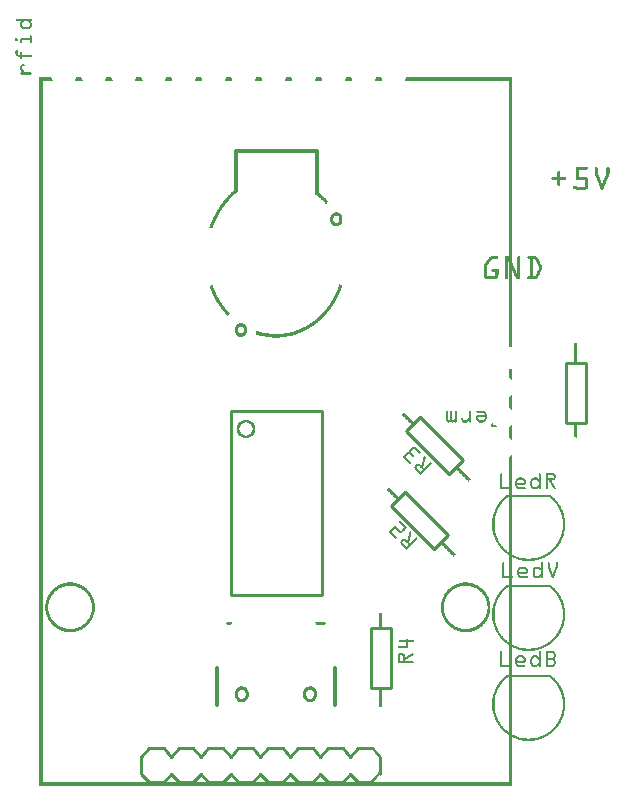
<source format=gto>
G04 MADE WITH FRITZING*
G04 WWW.FRITZING.ORG*
G04 DOUBLE SIDED*
G04 HOLES PLATED*
G04 CONTOUR ON CENTER OF CONTOUR VECTOR*
%ASAXBY*%
%FSLAX23Y23*%
%MOIN*%
%OFA0B0*%
%SFA1.0B1.0*%
%ADD10C,0.062996X0.0450775*%
%ADD11C,0.009049*%
%ADD12C,0.011945*%
%ADD13C,0.008959*%
%ADD14C,0.010000*%
%ADD15C,0.007874*%
%ADD16R,0.001000X0.001000*%
%LNSILK1*%
G90*
G70*
G54D10*
X1351Y1327D03*
G54D11*
X1175Y149D02*
X1126Y149D01*
D02*
X1126Y149D02*
X1101Y177D01*
D02*
X1101Y234D02*
X1126Y262D01*
D02*
X1300Y177D02*
X1275Y149D01*
D02*
X1275Y149D02*
X1225Y149D01*
D02*
X1225Y149D02*
X1200Y177D01*
D02*
X1200Y234D02*
X1225Y262D01*
D02*
X1225Y262D02*
X1275Y262D01*
D02*
X1275Y262D02*
X1300Y234D01*
D02*
X1175Y149D02*
X1200Y177D01*
D02*
X1200Y234D02*
X1175Y262D01*
D02*
X1126Y262D02*
X1175Y262D01*
D02*
X1474Y149D02*
X1424Y149D01*
D02*
X1424Y149D02*
X1399Y177D01*
D02*
X1399Y234D02*
X1424Y262D01*
D02*
X1399Y177D02*
X1374Y149D01*
D02*
X1374Y149D02*
X1325Y149D01*
D02*
X1325Y149D02*
X1300Y177D01*
D02*
X1300Y234D02*
X1325Y262D01*
D02*
X1325Y262D02*
X1374Y262D01*
D02*
X1374Y262D02*
X1399Y234D01*
D02*
X1598Y177D02*
X1573Y149D01*
D02*
X1573Y149D02*
X1524Y149D01*
D02*
X1524Y149D02*
X1499Y177D01*
D02*
X1499Y234D02*
X1524Y262D01*
D02*
X1524Y262D02*
X1573Y262D01*
D02*
X1573Y262D02*
X1598Y234D01*
D02*
X1474Y149D02*
X1499Y177D01*
D02*
X1499Y234D02*
X1474Y262D01*
D02*
X1424Y262D02*
X1474Y262D01*
D02*
X1772Y149D02*
X1723Y149D01*
D02*
X1723Y149D02*
X1698Y177D01*
D02*
X1698Y234D02*
X1723Y262D01*
D02*
X1698Y177D02*
X1673Y149D01*
D02*
X1673Y149D02*
X1623Y149D01*
D02*
X1623Y149D02*
X1598Y177D01*
D02*
X1598Y234D02*
X1623Y262D01*
D02*
X1623Y262D02*
X1673Y262D01*
D02*
X1673Y262D02*
X1698Y234D01*
D02*
X1797Y177D02*
X1797Y234D01*
D02*
X1723Y262D02*
X1772Y262D01*
D02*
X1076Y149D02*
X1026Y149D01*
D02*
X1026Y149D02*
X1001Y177D01*
D02*
X1001Y177D02*
X1001Y234D01*
D02*
X1001Y234D02*
X1026Y262D01*
D02*
X1076Y149D02*
X1101Y177D01*
D02*
X1101Y234D02*
X1076Y262D01*
D02*
X1026Y262D02*
X1076Y262D01*
G54D12*
D02*
X1586Y2253D02*
X1317Y2253D01*
D02*
X1317Y2253D02*
X1317Y2118D01*
D02*
X1586Y2253D02*
X1586Y2112D01*
G54D13*
D02*
X1603Y1385D02*
X1603Y773D01*
D02*
X1603Y773D02*
X1300Y773D01*
D02*
X1300Y773D02*
X1300Y1385D01*
D02*
X1300Y1385D02*
X1603Y1385D01*
G54D12*
D02*
X1255Y405D02*
X1255Y529D01*
D02*
X1648Y529D02*
X1648Y405D01*
G54D14*
D02*
X2483Y1545D02*
X2483Y1345D01*
D02*
X2483Y1345D02*
X2417Y1345D01*
D02*
X2417Y1345D02*
X2417Y1545D01*
D02*
X2417Y1545D02*
X2483Y1545D01*
D02*
X1767Y464D02*
X1767Y664D01*
D02*
X1767Y664D02*
X1833Y664D01*
D02*
X1833Y664D02*
X1833Y464D01*
D02*
X1833Y464D02*
X1767Y464D01*
D02*
X2027Y1177D02*
X1885Y1319D01*
D02*
X1885Y1319D02*
X1932Y1365D01*
D02*
X1932Y1365D02*
X2073Y1224D01*
D02*
X2073Y1224D02*
X2027Y1177D01*
D02*
X1977Y927D02*
X1835Y1069D01*
D02*
X1835Y1069D02*
X1882Y1115D01*
D02*
X1882Y1115D02*
X2023Y974D01*
D02*
X2023Y974D02*
X1977Y927D01*
G54D15*
X2365Y502D02*
X2223Y502D01*
D02*
X2365Y802D02*
X2223Y802D01*
D02*
X2365Y1102D02*
X2223Y1102D01*
D02*
G54D16*
X585Y2692D02*
X635Y2692D01*
X584Y2691D02*
X636Y2691D01*
X584Y2690D02*
X636Y2690D01*
X583Y2689D02*
X637Y2689D01*
X584Y2688D02*
X636Y2688D01*
X584Y2687D02*
X636Y2687D01*
X585Y2686D02*
X634Y2686D01*
X602Y2685D02*
X611Y2685D01*
X624Y2685D02*
X633Y2685D01*
X601Y2684D02*
X610Y2684D01*
X625Y2684D02*
X633Y2684D01*
X601Y2683D02*
X609Y2683D01*
X626Y2683D02*
X634Y2683D01*
X600Y2682D02*
X608Y2682D01*
X627Y2682D02*
X635Y2682D01*
X599Y2681D02*
X607Y2681D01*
X628Y2681D02*
X635Y2681D01*
X599Y2680D02*
X606Y2680D01*
X628Y2680D02*
X636Y2680D01*
X599Y2679D02*
X605Y2679D01*
X629Y2679D02*
X636Y2679D01*
X598Y2678D02*
X605Y2678D01*
X630Y2678D02*
X636Y2678D01*
X598Y2677D02*
X604Y2677D01*
X630Y2677D02*
X637Y2677D01*
X598Y2676D02*
X604Y2676D01*
X631Y2676D02*
X637Y2676D01*
X598Y2675D02*
X604Y2675D01*
X631Y2675D02*
X637Y2675D01*
X598Y2674D02*
X604Y2674D01*
X631Y2674D02*
X637Y2674D01*
X598Y2673D02*
X604Y2673D01*
X631Y2673D02*
X637Y2673D01*
X598Y2672D02*
X604Y2672D01*
X631Y2672D02*
X637Y2672D01*
X598Y2671D02*
X604Y2671D01*
X631Y2671D02*
X637Y2671D01*
X598Y2670D02*
X604Y2670D01*
X630Y2670D02*
X637Y2670D01*
X598Y2669D02*
X605Y2669D01*
X630Y2669D02*
X636Y2669D01*
X599Y2668D02*
X606Y2668D01*
X629Y2668D02*
X636Y2668D01*
X599Y2667D02*
X607Y2667D01*
X628Y2667D02*
X636Y2667D01*
X599Y2666D02*
X608Y2666D01*
X627Y2666D02*
X635Y2666D01*
X600Y2665D02*
X635Y2665D01*
X601Y2664D02*
X634Y2664D01*
X602Y2663D02*
X633Y2663D01*
X603Y2662D02*
X632Y2662D01*
X604Y2661D02*
X631Y2661D01*
X605Y2660D02*
X630Y2660D01*
X607Y2659D02*
X628Y2659D01*
X632Y2638D02*
X635Y2638D01*
X631Y2637D02*
X636Y2637D01*
X631Y2636D02*
X636Y2636D01*
X631Y2635D02*
X637Y2635D01*
X631Y2634D02*
X637Y2634D01*
X631Y2633D02*
X637Y2633D01*
X631Y2632D02*
X637Y2632D01*
X631Y2631D02*
X637Y2631D01*
X631Y2630D02*
X637Y2630D01*
X630Y2629D02*
X637Y2629D01*
X582Y2628D02*
X588Y2628D01*
X600Y2628D02*
X637Y2628D01*
X581Y2627D02*
X589Y2627D01*
X599Y2627D02*
X637Y2627D01*
X581Y2626D02*
X589Y2626D01*
X598Y2626D02*
X637Y2626D01*
X581Y2625D02*
X589Y2625D01*
X598Y2625D02*
X637Y2625D01*
X581Y2624D02*
X589Y2624D01*
X598Y2624D02*
X637Y2624D01*
X581Y2623D02*
X589Y2623D01*
X598Y2623D02*
X637Y2623D01*
X581Y2622D02*
X589Y2622D01*
X598Y2622D02*
X637Y2622D01*
X581Y2621D02*
X589Y2621D01*
X598Y2621D02*
X604Y2621D01*
X631Y2621D02*
X637Y2621D01*
X581Y2620D02*
X589Y2620D01*
X598Y2620D02*
X604Y2620D01*
X631Y2620D02*
X637Y2620D01*
X582Y2619D02*
X588Y2619D01*
X598Y2619D02*
X604Y2619D01*
X631Y2619D02*
X637Y2619D01*
X598Y2618D02*
X604Y2618D01*
X631Y2618D02*
X637Y2618D01*
X598Y2617D02*
X604Y2617D01*
X631Y2617D02*
X637Y2617D01*
X598Y2616D02*
X604Y2616D01*
X631Y2616D02*
X637Y2616D01*
X598Y2615D02*
X604Y2615D01*
X631Y2615D02*
X637Y2615D01*
X598Y2614D02*
X604Y2614D01*
X631Y2614D02*
X636Y2614D01*
X599Y2613D02*
X604Y2613D01*
X631Y2613D02*
X636Y2613D01*
X600Y2612D02*
X603Y2612D01*
X632Y2612D02*
X635Y2612D01*
X585Y2590D02*
X588Y2590D01*
X584Y2589D02*
X589Y2589D01*
X584Y2588D02*
X589Y2588D01*
X583Y2587D02*
X589Y2587D01*
X583Y2586D02*
X589Y2586D01*
X583Y2585D02*
X589Y2585D01*
X583Y2584D02*
X589Y2584D01*
X583Y2583D02*
X589Y2583D01*
X600Y2583D02*
X603Y2583D01*
X583Y2582D02*
X589Y2582D01*
X599Y2582D02*
X604Y2582D01*
X583Y2581D02*
X589Y2581D01*
X598Y2581D02*
X604Y2581D01*
X583Y2580D02*
X589Y2580D01*
X598Y2580D02*
X604Y2580D01*
X583Y2579D02*
X589Y2579D01*
X598Y2579D02*
X604Y2579D01*
X583Y2578D02*
X590Y2578D01*
X598Y2578D02*
X604Y2578D01*
X584Y2577D02*
X590Y2577D01*
X598Y2577D02*
X604Y2577D01*
X584Y2576D02*
X590Y2576D01*
X598Y2576D02*
X604Y2576D01*
X584Y2575D02*
X591Y2575D01*
X598Y2575D02*
X604Y2575D01*
X584Y2574D02*
X592Y2574D01*
X598Y2574D02*
X604Y2574D01*
X585Y2573D02*
X634Y2573D01*
X585Y2572D02*
X636Y2572D01*
X586Y2571D02*
X636Y2571D01*
X587Y2570D02*
X637Y2570D01*
X588Y2569D02*
X636Y2569D01*
X590Y2568D02*
X636Y2568D01*
X592Y2567D02*
X635Y2567D01*
X598Y2566D02*
X604Y2566D01*
X598Y2565D02*
X604Y2565D01*
X598Y2564D02*
X604Y2564D01*
X598Y2563D02*
X604Y2563D01*
X598Y2562D02*
X604Y2562D01*
X599Y2561D02*
X604Y2561D01*
X600Y2560D02*
X603Y2560D01*
X607Y2542D02*
X610Y2542D01*
X604Y2541D02*
X612Y2541D01*
X602Y2540D02*
X613Y2540D01*
X601Y2539D02*
X613Y2539D01*
X600Y2538D02*
X613Y2538D01*
X600Y2537D02*
X613Y2537D01*
X599Y2536D02*
X612Y2536D01*
X599Y2535D02*
X607Y2535D01*
X598Y2534D02*
X605Y2534D01*
X598Y2533D02*
X604Y2533D01*
X598Y2532D02*
X604Y2532D01*
X598Y2531D02*
X604Y2531D01*
X598Y2530D02*
X604Y2530D01*
X598Y2529D02*
X604Y2529D01*
X598Y2528D02*
X604Y2528D01*
X598Y2527D02*
X604Y2527D01*
X598Y2526D02*
X604Y2526D01*
X598Y2525D02*
X605Y2525D01*
X598Y2524D02*
X606Y2524D01*
X599Y2523D02*
X607Y2523D01*
X599Y2522D02*
X608Y2522D01*
X600Y2521D02*
X609Y2521D01*
X601Y2520D02*
X609Y2520D01*
X602Y2519D02*
X610Y2519D01*
X603Y2518D02*
X611Y2518D01*
X604Y2517D02*
X612Y2517D01*
X605Y2516D02*
X613Y2516D01*
X605Y2515D02*
X614Y2515D01*
X600Y2514D02*
X635Y2514D01*
X599Y2513D02*
X636Y2513D01*
X598Y2512D02*
X636Y2512D01*
X598Y2511D02*
X637Y2511D01*
X598Y2510D02*
X636Y2510D01*
X599Y2509D02*
X636Y2509D01*
X600Y2508D02*
X635Y2508D01*
X663Y2499D02*
X702Y2499D01*
X785Y2499D02*
X802Y2499D01*
X885Y2499D02*
X902Y2499D01*
X985Y2499D02*
X1002Y2499D01*
X1085Y2499D02*
X1102Y2499D01*
X1185Y2499D02*
X1202Y2499D01*
X1285Y2499D02*
X1302Y2499D01*
X1385Y2499D02*
X1402Y2499D01*
X1485Y2499D02*
X1502Y2499D01*
X1585Y2499D02*
X1602Y2499D01*
X1685Y2499D02*
X1702Y2499D01*
X1785Y2499D02*
X1802Y2499D01*
X1885Y2499D02*
X2238Y2499D01*
X663Y2498D02*
X702Y2498D01*
X785Y2498D02*
X802Y2498D01*
X885Y2498D02*
X902Y2498D01*
X985Y2498D02*
X1002Y2498D01*
X1085Y2498D02*
X1102Y2498D01*
X1185Y2498D02*
X1202Y2498D01*
X1285Y2498D02*
X1302Y2498D01*
X1385Y2498D02*
X1402Y2498D01*
X1485Y2498D02*
X1502Y2498D01*
X1585Y2498D02*
X1602Y2498D01*
X1685Y2498D02*
X1702Y2498D01*
X1785Y2498D02*
X1802Y2498D01*
X1885Y2498D02*
X2238Y2498D01*
X663Y2497D02*
X702Y2497D01*
X785Y2497D02*
X802Y2497D01*
X885Y2497D02*
X902Y2497D01*
X985Y2497D02*
X1002Y2497D01*
X1085Y2497D02*
X1102Y2497D01*
X1185Y2497D02*
X1202Y2497D01*
X1285Y2497D02*
X1302Y2497D01*
X1385Y2497D02*
X1402Y2497D01*
X1485Y2497D02*
X1502Y2497D01*
X1585Y2497D02*
X1602Y2497D01*
X1685Y2497D02*
X1702Y2497D01*
X1785Y2497D02*
X1802Y2497D01*
X1885Y2497D02*
X2238Y2497D01*
X663Y2496D02*
X703Y2496D01*
X785Y2496D02*
X803Y2496D01*
X885Y2496D02*
X903Y2496D01*
X985Y2496D02*
X1003Y2496D01*
X1085Y2496D02*
X1103Y2496D01*
X1185Y2496D02*
X1203Y2496D01*
X1285Y2496D02*
X1302Y2496D01*
X1385Y2496D02*
X1402Y2496D01*
X1484Y2496D02*
X1502Y2496D01*
X1584Y2496D02*
X1602Y2496D01*
X1684Y2496D02*
X1702Y2496D01*
X1784Y2496D02*
X1802Y2496D01*
X1884Y2496D02*
X2238Y2496D01*
X663Y2495D02*
X703Y2495D01*
X784Y2495D02*
X803Y2495D01*
X884Y2495D02*
X903Y2495D01*
X984Y2495D02*
X1003Y2495D01*
X1084Y2495D02*
X1103Y2495D01*
X1184Y2495D02*
X1203Y2495D01*
X1284Y2495D02*
X1303Y2495D01*
X1384Y2495D02*
X1403Y2495D01*
X1484Y2495D02*
X1503Y2495D01*
X1584Y2495D02*
X1603Y2495D01*
X1684Y2495D02*
X1703Y2495D01*
X1784Y2495D02*
X1803Y2495D01*
X1884Y2495D02*
X2238Y2495D01*
X663Y2494D02*
X703Y2494D01*
X784Y2494D02*
X803Y2494D01*
X884Y2494D02*
X903Y2494D01*
X984Y2494D02*
X1003Y2494D01*
X1084Y2494D02*
X1103Y2494D01*
X1184Y2494D02*
X1203Y2494D01*
X1284Y2494D02*
X1303Y2494D01*
X1384Y2494D02*
X1403Y2494D01*
X1484Y2494D02*
X1503Y2494D01*
X1584Y2494D02*
X1603Y2494D01*
X1684Y2494D02*
X1703Y2494D01*
X1784Y2494D02*
X1803Y2494D01*
X1884Y2494D02*
X2238Y2494D01*
X663Y2493D02*
X704Y2493D01*
X784Y2493D02*
X803Y2493D01*
X884Y2493D02*
X903Y2493D01*
X984Y2493D02*
X1003Y2493D01*
X1084Y2493D02*
X1103Y2493D01*
X1184Y2493D02*
X1203Y2493D01*
X1284Y2493D02*
X1303Y2493D01*
X1384Y2493D02*
X1403Y2493D01*
X1484Y2493D02*
X1503Y2493D01*
X1584Y2493D02*
X1603Y2493D01*
X1684Y2493D02*
X1703Y2493D01*
X1784Y2493D02*
X1803Y2493D01*
X1883Y2493D02*
X2238Y2493D01*
X663Y2492D02*
X704Y2492D01*
X784Y2492D02*
X804Y2492D01*
X883Y2492D02*
X904Y2492D01*
X983Y2492D02*
X1004Y2492D01*
X1083Y2492D02*
X1104Y2492D01*
X1183Y2492D02*
X1204Y2492D01*
X1283Y2492D02*
X1304Y2492D01*
X1383Y2492D02*
X1404Y2492D01*
X1483Y2492D02*
X1504Y2492D01*
X1583Y2492D02*
X1604Y2492D01*
X1683Y2492D02*
X1704Y2492D01*
X1783Y2492D02*
X1804Y2492D01*
X1883Y2492D02*
X2238Y2492D01*
X663Y2491D02*
X704Y2491D01*
X783Y2491D02*
X804Y2491D01*
X883Y2491D02*
X904Y2491D01*
X983Y2491D02*
X1004Y2491D01*
X1083Y2491D02*
X1104Y2491D01*
X1183Y2491D02*
X1204Y2491D01*
X1283Y2491D02*
X1304Y2491D01*
X1383Y2491D02*
X1404Y2491D01*
X1483Y2491D02*
X1504Y2491D01*
X1583Y2491D02*
X1604Y2491D01*
X1683Y2491D02*
X1704Y2491D01*
X1783Y2491D02*
X1804Y2491D01*
X1883Y2491D02*
X2238Y2491D01*
X663Y2490D02*
X705Y2490D01*
X783Y2490D02*
X805Y2490D01*
X883Y2490D02*
X905Y2490D01*
X983Y2490D02*
X1005Y2490D01*
X1083Y2490D02*
X1104Y2490D01*
X1183Y2490D02*
X1204Y2490D01*
X1283Y2490D02*
X1304Y2490D01*
X1383Y2490D02*
X1404Y2490D01*
X1483Y2490D02*
X1504Y2490D01*
X1582Y2490D02*
X1604Y2490D01*
X1682Y2490D02*
X1704Y2490D01*
X1782Y2490D02*
X1804Y2490D01*
X1882Y2490D02*
X2238Y2490D01*
X663Y2489D02*
X705Y2489D01*
X782Y2489D02*
X805Y2489D01*
X882Y2489D02*
X905Y2489D01*
X982Y2489D02*
X1005Y2489D01*
X1082Y2489D02*
X1105Y2489D01*
X1182Y2489D02*
X1205Y2489D01*
X1282Y2489D02*
X1305Y2489D01*
X1382Y2489D02*
X1405Y2489D01*
X1482Y2489D02*
X1505Y2489D01*
X1582Y2489D02*
X1605Y2489D01*
X1682Y2489D02*
X1705Y2489D01*
X1782Y2489D02*
X1805Y2489D01*
X1882Y2489D02*
X2238Y2489D01*
X663Y2488D02*
X706Y2488D01*
X782Y2488D02*
X806Y2488D01*
X882Y2488D02*
X906Y2488D01*
X982Y2488D02*
X1006Y2488D01*
X1082Y2488D02*
X1105Y2488D01*
X1182Y2488D02*
X1205Y2488D01*
X1282Y2488D02*
X1305Y2488D01*
X1382Y2488D02*
X1405Y2488D01*
X1482Y2488D02*
X1505Y2488D01*
X1582Y2488D02*
X1605Y2488D01*
X1681Y2488D02*
X1705Y2488D01*
X1781Y2488D02*
X1805Y2488D01*
X1881Y2488D02*
X2238Y2488D01*
X663Y2487D02*
X673Y2487D01*
X2228Y2487D02*
X2238Y2487D01*
X663Y2486D02*
X673Y2486D01*
X2228Y2486D02*
X2238Y2486D01*
X663Y2485D02*
X673Y2485D01*
X2228Y2485D02*
X2238Y2485D01*
X663Y2484D02*
X673Y2484D01*
X2228Y2484D02*
X2238Y2484D01*
X663Y2483D02*
X673Y2483D01*
X2228Y2483D02*
X2238Y2483D01*
X663Y2482D02*
X673Y2482D01*
X2228Y2482D02*
X2238Y2482D01*
X663Y2481D02*
X673Y2481D01*
X2228Y2481D02*
X2238Y2481D01*
X663Y2480D02*
X673Y2480D01*
X2228Y2480D02*
X2238Y2480D01*
X663Y2479D02*
X673Y2479D01*
X2228Y2479D02*
X2238Y2479D01*
X663Y2478D02*
X673Y2478D01*
X2228Y2478D02*
X2238Y2478D01*
X663Y2477D02*
X673Y2477D01*
X2228Y2477D02*
X2238Y2477D01*
X663Y2476D02*
X673Y2476D01*
X2228Y2476D02*
X2238Y2476D01*
X663Y2475D02*
X673Y2475D01*
X2228Y2475D02*
X2238Y2475D01*
X663Y2474D02*
X673Y2474D01*
X2228Y2474D02*
X2238Y2474D01*
X663Y2473D02*
X673Y2473D01*
X2228Y2473D02*
X2238Y2473D01*
X663Y2472D02*
X673Y2472D01*
X2228Y2472D02*
X2238Y2472D01*
X663Y2471D02*
X673Y2471D01*
X2228Y2471D02*
X2238Y2471D01*
X663Y2470D02*
X673Y2470D01*
X2228Y2470D02*
X2238Y2470D01*
X663Y2469D02*
X673Y2469D01*
X2228Y2469D02*
X2238Y2469D01*
X663Y2468D02*
X673Y2468D01*
X2228Y2468D02*
X2238Y2468D01*
X663Y2467D02*
X673Y2467D01*
X2228Y2467D02*
X2238Y2467D01*
X663Y2466D02*
X673Y2466D01*
X2228Y2466D02*
X2238Y2466D01*
X663Y2465D02*
X673Y2465D01*
X2228Y2465D02*
X2238Y2465D01*
X663Y2464D02*
X673Y2464D01*
X2228Y2464D02*
X2238Y2464D01*
X663Y2463D02*
X673Y2463D01*
X2228Y2463D02*
X2238Y2463D01*
X663Y2462D02*
X673Y2462D01*
X2228Y2462D02*
X2238Y2462D01*
X663Y2461D02*
X673Y2461D01*
X2228Y2461D02*
X2238Y2461D01*
X663Y2460D02*
X673Y2460D01*
X2228Y2460D02*
X2238Y2460D01*
X663Y2459D02*
X673Y2459D01*
X2228Y2459D02*
X2238Y2459D01*
X663Y2458D02*
X673Y2458D01*
X2228Y2458D02*
X2238Y2458D01*
X663Y2457D02*
X673Y2457D01*
X2228Y2457D02*
X2238Y2457D01*
X663Y2456D02*
X673Y2456D01*
X2228Y2456D02*
X2238Y2456D01*
X663Y2455D02*
X673Y2455D01*
X2228Y2455D02*
X2238Y2455D01*
X663Y2454D02*
X673Y2454D01*
X2228Y2454D02*
X2238Y2454D01*
X663Y2453D02*
X673Y2453D01*
X2228Y2453D02*
X2238Y2453D01*
X663Y2452D02*
X673Y2452D01*
X2228Y2452D02*
X2238Y2452D01*
X663Y2451D02*
X673Y2451D01*
X2228Y2451D02*
X2238Y2451D01*
X663Y2450D02*
X673Y2450D01*
X2228Y2450D02*
X2238Y2450D01*
X663Y2449D02*
X673Y2449D01*
X2228Y2449D02*
X2238Y2449D01*
X663Y2448D02*
X673Y2448D01*
X2228Y2448D02*
X2238Y2448D01*
X663Y2447D02*
X673Y2447D01*
X2228Y2447D02*
X2238Y2447D01*
X663Y2446D02*
X673Y2446D01*
X2228Y2446D02*
X2238Y2446D01*
X663Y2445D02*
X673Y2445D01*
X2228Y2445D02*
X2238Y2445D01*
X663Y2444D02*
X673Y2444D01*
X2228Y2444D02*
X2238Y2444D01*
X663Y2443D02*
X673Y2443D01*
X2228Y2443D02*
X2238Y2443D01*
X663Y2442D02*
X673Y2442D01*
X2228Y2442D02*
X2238Y2442D01*
X663Y2441D02*
X673Y2441D01*
X2228Y2441D02*
X2238Y2441D01*
X663Y2440D02*
X673Y2440D01*
X2228Y2440D02*
X2238Y2440D01*
X663Y2439D02*
X673Y2439D01*
X2228Y2439D02*
X2238Y2439D01*
X663Y2438D02*
X673Y2438D01*
X2228Y2438D02*
X2238Y2438D01*
X663Y2437D02*
X673Y2437D01*
X2228Y2437D02*
X2238Y2437D01*
X663Y2436D02*
X673Y2436D01*
X2228Y2436D02*
X2238Y2436D01*
X663Y2435D02*
X673Y2435D01*
X2228Y2435D02*
X2238Y2435D01*
X663Y2434D02*
X673Y2434D01*
X2228Y2434D02*
X2238Y2434D01*
X663Y2433D02*
X673Y2433D01*
X2228Y2433D02*
X2238Y2433D01*
X663Y2432D02*
X673Y2432D01*
X2228Y2432D02*
X2238Y2432D01*
X663Y2431D02*
X673Y2431D01*
X2228Y2431D02*
X2238Y2431D01*
X663Y2430D02*
X673Y2430D01*
X2228Y2430D02*
X2238Y2430D01*
X663Y2429D02*
X673Y2429D01*
X2228Y2429D02*
X2238Y2429D01*
X663Y2428D02*
X673Y2428D01*
X2228Y2428D02*
X2238Y2428D01*
X663Y2427D02*
X673Y2427D01*
X2228Y2427D02*
X2238Y2427D01*
X663Y2426D02*
X673Y2426D01*
X2228Y2426D02*
X2238Y2426D01*
X663Y2425D02*
X673Y2425D01*
X2228Y2425D02*
X2238Y2425D01*
X663Y2424D02*
X673Y2424D01*
X2228Y2424D02*
X2238Y2424D01*
X663Y2423D02*
X673Y2423D01*
X2228Y2423D02*
X2238Y2423D01*
X663Y2422D02*
X673Y2422D01*
X2228Y2422D02*
X2238Y2422D01*
X663Y2421D02*
X673Y2421D01*
X2228Y2421D02*
X2238Y2421D01*
X663Y2420D02*
X673Y2420D01*
X2228Y2420D02*
X2238Y2420D01*
X663Y2419D02*
X673Y2419D01*
X2228Y2419D02*
X2238Y2419D01*
X663Y2418D02*
X673Y2418D01*
X2228Y2418D02*
X2238Y2418D01*
X663Y2417D02*
X673Y2417D01*
X2228Y2417D02*
X2238Y2417D01*
X663Y2416D02*
X673Y2416D01*
X2228Y2416D02*
X2238Y2416D01*
X663Y2415D02*
X673Y2415D01*
X2228Y2415D02*
X2238Y2415D01*
X663Y2414D02*
X673Y2414D01*
X2228Y2414D02*
X2238Y2414D01*
X663Y2413D02*
X673Y2413D01*
X2228Y2413D02*
X2238Y2413D01*
X663Y2412D02*
X673Y2412D01*
X2228Y2412D02*
X2238Y2412D01*
X663Y2411D02*
X673Y2411D01*
X2228Y2411D02*
X2238Y2411D01*
X663Y2410D02*
X673Y2410D01*
X2228Y2410D02*
X2238Y2410D01*
X663Y2409D02*
X673Y2409D01*
X2228Y2409D02*
X2238Y2409D01*
X663Y2408D02*
X673Y2408D01*
X2228Y2408D02*
X2238Y2408D01*
X663Y2407D02*
X673Y2407D01*
X2228Y2407D02*
X2238Y2407D01*
X663Y2406D02*
X673Y2406D01*
X2228Y2406D02*
X2238Y2406D01*
X663Y2405D02*
X673Y2405D01*
X2228Y2405D02*
X2238Y2405D01*
X663Y2404D02*
X673Y2404D01*
X2228Y2404D02*
X2238Y2404D01*
X663Y2403D02*
X673Y2403D01*
X2228Y2403D02*
X2238Y2403D01*
X663Y2402D02*
X673Y2402D01*
X2228Y2402D02*
X2238Y2402D01*
X663Y2401D02*
X673Y2401D01*
X2228Y2401D02*
X2238Y2401D01*
X663Y2400D02*
X673Y2400D01*
X2228Y2400D02*
X2238Y2400D01*
X663Y2399D02*
X673Y2399D01*
X2228Y2399D02*
X2238Y2399D01*
X663Y2398D02*
X673Y2398D01*
X2228Y2398D02*
X2238Y2398D01*
X663Y2397D02*
X673Y2397D01*
X2228Y2397D02*
X2238Y2397D01*
X663Y2396D02*
X673Y2396D01*
X2228Y2396D02*
X2238Y2396D01*
X663Y2395D02*
X673Y2395D01*
X2228Y2395D02*
X2238Y2395D01*
X663Y2394D02*
X673Y2394D01*
X2228Y2394D02*
X2238Y2394D01*
X663Y2393D02*
X673Y2393D01*
X2228Y2393D02*
X2238Y2393D01*
X663Y2392D02*
X673Y2392D01*
X2228Y2392D02*
X2238Y2392D01*
X663Y2391D02*
X673Y2391D01*
X2228Y2391D02*
X2238Y2391D01*
X663Y2390D02*
X673Y2390D01*
X2228Y2390D02*
X2238Y2390D01*
X663Y2389D02*
X673Y2389D01*
X2228Y2389D02*
X2238Y2389D01*
X663Y2388D02*
X673Y2388D01*
X2228Y2388D02*
X2238Y2388D01*
X663Y2387D02*
X673Y2387D01*
X2228Y2387D02*
X2238Y2387D01*
X663Y2386D02*
X673Y2386D01*
X2228Y2386D02*
X2238Y2386D01*
X663Y2385D02*
X673Y2385D01*
X2228Y2385D02*
X2238Y2385D01*
X663Y2384D02*
X673Y2384D01*
X2228Y2384D02*
X2238Y2384D01*
X663Y2383D02*
X673Y2383D01*
X2228Y2383D02*
X2238Y2383D01*
X663Y2382D02*
X673Y2382D01*
X2228Y2382D02*
X2238Y2382D01*
X663Y2381D02*
X673Y2381D01*
X2228Y2381D02*
X2238Y2381D01*
X663Y2380D02*
X673Y2380D01*
X2228Y2380D02*
X2238Y2380D01*
X663Y2379D02*
X673Y2379D01*
X2228Y2379D02*
X2238Y2379D01*
X663Y2378D02*
X673Y2378D01*
X2228Y2378D02*
X2238Y2378D01*
X663Y2377D02*
X673Y2377D01*
X2228Y2377D02*
X2238Y2377D01*
X663Y2376D02*
X673Y2376D01*
X2228Y2376D02*
X2238Y2376D01*
X663Y2375D02*
X673Y2375D01*
X2228Y2375D02*
X2238Y2375D01*
X663Y2374D02*
X673Y2374D01*
X2228Y2374D02*
X2238Y2374D01*
X663Y2373D02*
X673Y2373D01*
X2228Y2373D02*
X2238Y2373D01*
X663Y2372D02*
X673Y2372D01*
X2228Y2372D02*
X2238Y2372D01*
X663Y2371D02*
X673Y2371D01*
X2228Y2371D02*
X2238Y2371D01*
X663Y2370D02*
X673Y2370D01*
X2228Y2370D02*
X2238Y2370D01*
X663Y2369D02*
X673Y2369D01*
X2228Y2369D02*
X2238Y2369D01*
X663Y2368D02*
X673Y2368D01*
X2228Y2368D02*
X2238Y2368D01*
X663Y2367D02*
X673Y2367D01*
X2228Y2367D02*
X2238Y2367D01*
X663Y2366D02*
X673Y2366D01*
X2228Y2366D02*
X2238Y2366D01*
X663Y2365D02*
X673Y2365D01*
X2228Y2365D02*
X2238Y2365D01*
X663Y2364D02*
X673Y2364D01*
X2228Y2364D02*
X2238Y2364D01*
X663Y2363D02*
X673Y2363D01*
X2228Y2363D02*
X2238Y2363D01*
X663Y2362D02*
X673Y2362D01*
X2228Y2362D02*
X2238Y2362D01*
X663Y2361D02*
X673Y2361D01*
X2228Y2361D02*
X2238Y2361D01*
X663Y2360D02*
X673Y2360D01*
X2228Y2360D02*
X2238Y2360D01*
X663Y2359D02*
X673Y2359D01*
X2228Y2359D02*
X2238Y2359D01*
X663Y2358D02*
X673Y2358D01*
X2228Y2358D02*
X2238Y2358D01*
X663Y2357D02*
X673Y2357D01*
X2228Y2357D02*
X2238Y2357D01*
X663Y2356D02*
X673Y2356D01*
X2228Y2356D02*
X2238Y2356D01*
X663Y2355D02*
X673Y2355D01*
X2228Y2355D02*
X2238Y2355D01*
X663Y2354D02*
X673Y2354D01*
X2228Y2354D02*
X2238Y2354D01*
X663Y2353D02*
X673Y2353D01*
X2228Y2353D02*
X2238Y2353D01*
X663Y2352D02*
X673Y2352D01*
X2228Y2352D02*
X2238Y2352D01*
X663Y2351D02*
X673Y2351D01*
X2228Y2351D02*
X2238Y2351D01*
X663Y2350D02*
X673Y2350D01*
X2228Y2350D02*
X2238Y2350D01*
X663Y2349D02*
X673Y2349D01*
X2228Y2349D02*
X2238Y2349D01*
X663Y2348D02*
X673Y2348D01*
X2228Y2348D02*
X2238Y2348D01*
X663Y2347D02*
X673Y2347D01*
X2228Y2347D02*
X2238Y2347D01*
X663Y2346D02*
X673Y2346D01*
X2228Y2346D02*
X2238Y2346D01*
X663Y2345D02*
X673Y2345D01*
X2228Y2345D02*
X2238Y2345D01*
X663Y2344D02*
X673Y2344D01*
X2228Y2344D02*
X2238Y2344D01*
X663Y2343D02*
X673Y2343D01*
X2228Y2343D02*
X2238Y2343D01*
X663Y2342D02*
X673Y2342D01*
X2228Y2342D02*
X2238Y2342D01*
X663Y2341D02*
X673Y2341D01*
X2228Y2341D02*
X2238Y2341D01*
X663Y2340D02*
X673Y2340D01*
X2228Y2340D02*
X2238Y2340D01*
X663Y2339D02*
X673Y2339D01*
X2228Y2339D02*
X2238Y2339D01*
X663Y2338D02*
X673Y2338D01*
X2228Y2338D02*
X2238Y2338D01*
X663Y2337D02*
X673Y2337D01*
X2228Y2337D02*
X2238Y2337D01*
X663Y2336D02*
X673Y2336D01*
X2228Y2336D02*
X2238Y2336D01*
X663Y2335D02*
X673Y2335D01*
X2228Y2335D02*
X2238Y2335D01*
X663Y2334D02*
X673Y2334D01*
X2228Y2334D02*
X2238Y2334D01*
X663Y2333D02*
X673Y2333D01*
X2228Y2333D02*
X2238Y2333D01*
X663Y2332D02*
X673Y2332D01*
X2228Y2332D02*
X2238Y2332D01*
X663Y2331D02*
X673Y2331D01*
X2228Y2331D02*
X2238Y2331D01*
X663Y2330D02*
X673Y2330D01*
X2228Y2330D02*
X2238Y2330D01*
X663Y2329D02*
X673Y2329D01*
X2228Y2329D02*
X2238Y2329D01*
X663Y2328D02*
X673Y2328D01*
X2228Y2328D02*
X2238Y2328D01*
X663Y2327D02*
X673Y2327D01*
X2228Y2327D02*
X2238Y2327D01*
X663Y2326D02*
X673Y2326D01*
X2228Y2326D02*
X2238Y2326D01*
X663Y2325D02*
X673Y2325D01*
X2228Y2325D02*
X2238Y2325D01*
X663Y2324D02*
X673Y2324D01*
X2228Y2324D02*
X2238Y2324D01*
X663Y2323D02*
X673Y2323D01*
X2228Y2323D02*
X2238Y2323D01*
X663Y2322D02*
X673Y2322D01*
X2228Y2322D02*
X2238Y2322D01*
X663Y2321D02*
X673Y2321D01*
X2228Y2321D02*
X2238Y2321D01*
X663Y2320D02*
X673Y2320D01*
X2228Y2320D02*
X2238Y2320D01*
X663Y2319D02*
X673Y2319D01*
X2228Y2319D02*
X2238Y2319D01*
X663Y2318D02*
X673Y2318D01*
X2228Y2318D02*
X2238Y2318D01*
X663Y2317D02*
X673Y2317D01*
X2228Y2317D02*
X2238Y2317D01*
X663Y2316D02*
X673Y2316D01*
X2228Y2316D02*
X2238Y2316D01*
X663Y2315D02*
X673Y2315D01*
X2228Y2315D02*
X2238Y2315D01*
X663Y2314D02*
X673Y2314D01*
X2228Y2314D02*
X2238Y2314D01*
X663Y2313D02*
X673Y2313D01*
X2228Y2313D02*
X2238Y2313D01*
X663Y2312D02*
X673Y2312D01*
X2228Y2312D02*
X2238Y2312D01*
X663Y2311D02*
X673Y2311D01*
X2228Y2311D02*
X2238Y2311D01*
X663Y2310D02*
X673Y2310D01*
X2228Y2310D02*
X2238Y2310D01*
X663Y2309D02*
X673Y2309D01*
X2228Y2309D02*
X2238Y2309D01*
X663Y2308D02*
X673Y2308D01*
X2228Y2308D02*
X2238Y2308D01*
X663Y2307D02*
X673Y2307D01*
X2228Y2307D02*
X2238Y2307D01*
X663Y2306D02*
X673Y2306D01*
X2228Y2306D02*
X2238Y2306D01*
X663Y2305D02*
X673Y2305D01*
X2228Y2305D02*
X2238Y2305D01*
X663Y2304D02*
X673Y2304D01*
X2228Y2304D02*
X2238Y2304D01*
X663Y2303D02*
X673Y2303D01*
X2228Y2303D02*
X2238Y2303D01*
X663Y2302D02*
X673Y2302D01*
X2228Y2302D02*
X2238Y2302D01*
X663Y2301D02*
X673Y2301D01*
X2228Y2301D02*
X2238Y2301D01*
X663Y2300D02*
X673Y2300D01*
X2228Y2300D02*
X2238Y2300D01*
X663Y2299D02*
X673Y2299D01*
X2228Y2299D02*
X2238Y2299D01*
X663Y2298D02*
X673Y2298D01*
X2228Y2298D02*
X2238Y2298D01*
X663Y2297D02*
X673Y2297D01*
X2228Y2297D02*
X2238Y2297D01*
X663Y2296D02*
X673Y2296D01*
X2228Y2296D02*
X2238Y2296D01*
X663Y2295D02*
X673Y2295D01*
X2228Y2295D02*
X2238Y2295D01*
X663Y2294D02*
X673Y2294D01*
X2228Y2294D02*
X2238Y2294D01*
X663Y2293D02*
X673Y2293D01*
X2228Y2293D02*
X2238Y2293D01*
X663Y2292D02*
X673Y2292D01*
X2228Y2292D02*
X2238Y2292D01*
X663Y2291D02*
X673Y2291D01*
X2228Y2291D02*
X2238Y2291D01*
X663Y2290D02*
X673Y2290D01*
X2228Y2290D02*
X2238Y2290D01*
X663Y2289D02*
X673Y2289D01*
X2228Y2289D02*
X2238Y2289D01*
X663Y2288D02*
X673Y2288D01*
X2228Y2288D02*
X2238Y2288D01*
X663Y2287D02*
X673Y2287D01*
X2228Y2287D02*
X2238Y2287D01*
X663Y2286D02*
X673Y2286D01*
X2228Y2286D02*
X2238Y2286D01*
X663Y2285D02*
X673Y2285D01*
X2228Y2285D02*
X2238Y2285D01*
X663Y2284D02*
X673Y2284D01*
X2228Y2284D02*
X2238Y2284D01*
X663Y2283D02*
X673Y2283D01*
X2228Y2283D02*
X2238Y2283D01*
X663Y2282D02*
X673Y2282D01*
X2228Y2282D02*
X2238Y2282D01*
X663Y2281D02*
X673Y2281D01*
X2228Y2281D02*
X2238Y2281D01*
X663Y2280D02*
X673Y2280D01*
X2228Y2280D02*
X2238Y2280D01*
X663Y2279D02*
X673Y2279D01*
X2228Y2279D02*
X2238Y2279D01*
X663Y2278D02*
X673Y2278D01*
X2228Y2278D02*
X2238Y2278D01*
X663Y2277D02*
X673Y2277D01*
X2228Y2277D02*
X2238Y2277D01*
X663Y2276D02*
X673Y2276D01*
X2228Y2276D02*
X2238Y2276D01*
X663Y2275D02*
X673Y2275D01*
X2228Y2275D02*
X2238Y2275D01*
X663Y2274D02*
X673Y2274D01*
X2228Y2274D02*
X2238Y2274D01*
X663Y2273D02*
X673Y2273D01*
X2228Y2273D02*
X2238Y2273D01*
X663Y2272D02*
X673Y2272D01*
X2228Y2272D02*
X2238Y2272D01*
X663Y2271D02*
X673Y2271D01*
X2228Y2271D02*
X2238Y2271D01*
X663Y2270D02*
X673Y2270D01*
X2228Y2270D02*
X2238Y2270D01*
X663Y2269D02*
X673Y2269D01*
X2228Y2269D02*
X2238Y2269D01*
X663Y2268D02*
X673Y2268D01*
X2228Y2268D02*
X2238Y2268D01*
X663Y2267D02*
X673Y2267D01*
X2228Y2267D02*
X2238Y2267D01*
X663Y2266D02*
X673Y2266D01*
X2228Y2266D02*
X2238Y2266D01*
X663Y2265D02*
X673Y2265D01*
X2228Y2265D02*
X2238Y2265D01*
X663Y2264D02*
X673Y2264D01*
X2228Y2264D02*
X2238Y2264D01*
X663Y2263D02*
X673Y2263D01*
X2228Y2263D02*
X2238Y2263D01*
X663Y2262D02*
X673Y2262D01*
X2228Y2262D02*
X2238Y2262D01*
X663Y2261D02*
X673Y2261D01*
X2228Y2261D02*
X2238Y2261D01*
X663Y2260D02*
X673Y2260D01*
X2228Y2260D02*
X2238Y2260D01*
X663Y2259D02*
X673Y2259D01*
X2228Y2259D02*
X2238Y2259D01*
X663Y2258D02*
X673Y2258D01*
X2228Y2258D02*
X2238Y2258D01*
X663Y2257D02*
X673Y2257D01*
X2228Y2257D02*
X2238Y2257D01*
X663Y2256D02*
X673Y2256D01*
X2228Y2256D02*
X2238Y2256D01*
X663Y2255D02*
X673Y2255D01*
X2228Y2255D02*
X2238Y2255D01*
X663Y2254D02*
X673Y2254D01*
X2228Y2254D02*
X2238Y2254D01*
X663Y2253D02*
X673Y2253D01*
X2228Y2253D02*
X2238Y2253D01*
X663Y2252D02*
X673Y2252D01*
X2228Y2252D02*
X2238Y2252D01*
X663Y2251D02*
X673Y2251D01*
X2228Y2251D02*
X2238Y2251D01*
X663Y2250D02*
X673Y2250D01*
X2228Y2250D02*
X2238Y2250D01*
X663Y2249D02*
X673Y2249D01*
X2228Y2249D02*
X2238Y2249D01*
X663Y2248D02*
X673Y2248D01*
X2228Y2248D02*
X2238Y2248D01*
X663Y2247D02*
X673Y2247D01*
X2228Y2247D02*
X2238Y2247D01*
X663Y2246D02*
X673Y2246D01*
X2228Y2246D02*
X2238Y2246D01*
X663Y2245D02*
X673Y2245D01*
X2228Y2245D02*
X2238Y2245D01*
X663Y2244D02*
X673Y2244D01*
X2228Y2244D02*
X2238Y2244D01*
X663Y2243D02*
X673Y2243D01*
X2228Y2243D02*
X2238Y2243D01*
X663Y2242D02*
X673Y2242D01*
X2228Y2242D02*
X2238Y2242D01*
X663Y2241D02*
X673Y2241D01*
X2228Y2241D02*
X2238Y2241D01*
X663Y2240D02*
X673Y2240D01*
X2228Y2240D02*
X2238Y2240D01*
X663Y2239D02*
X673Y2239D01*
X2228Y2239D02*
X2238Y2239D01*
X663Y2238D02*
X673Y2238D01*
X2228Y2238D02*
X2238Y2238D01*
X663Y2237D02*
X673Y2237D01*
X2228Y2237D02*
X2238Y2237D01*
X663Y2236D02*
X673Y2236D01*
X2228Y2236D02*
X2238Y2236D01*
X663Y2235D02*
X673Y2235D01*
X2228Y2235D02*
X2238Y2235D01*
X663Y2234D02*
X673Y2234D01*
X2228Y2234D02*
X2238Y2234D01*
X663Y2233D02*
X673Y2233D01*
X2228Y2233D02*
X2238Y2233D01*
X663Y2232D02*
X673Y2232D01*
X2228Y2232D02*
X2238Y2232D01*
X663Y2231D02*
X673Y2231D01*
X2228Y2231D02*
X2238Y2231D01*
X663Y2230D02*
X673Y2230D01*
X2228Y2230D02*
X2238Y2230D01*
X663Y2229D02*
X673Y2229D01*
X2228Y2229D02*
X2238Y2229D01*
X663Y2228D02*
X673Y2228D01*
X2228Y2228D02*
X2238Y2228D01*
X663Y2227D02*
X673Y2227D01*
X2228Y2227D02*
X2238Y2227D01*
X663Y2226D02*
X673Y2226D01*
X2228Y2226D02*
X2238Y2226D01*
X663Y2225D02*
X673Y2225D01*
X2228Y2225D02*
X2238Y2225D01*
X663Y2224D02*
X673Y2224D01*
X2228Y2224D02*
X2238Y2224D01*
X663Y2223D02*
X673Y2223D01*
X2228Y2223D02*
X2238Y2223D01*
X663Y2222D02*
X673Y2222D01*
X2228Y2222D02*
X2238Y2222D01*
X663Y2221D02*
X673Y2221D01*
X2228Y2221D02*
X2238Y2221D01*
X663Y2220D02*
X673Y2220D01*
X2228Y2220D02*
X2238Y2220D01*
X663Y2219D02*
X673Y2219D01*
X2228Y2219D02*
X2238Y2219D01*
X663Y2218D02*
X673Y2218D01*
X2228Y2218D02*
X2238Y2218D01*
X663Y2217D02*
X673Y2217D01*
X2228Y2217D02*
X2238Y2217D01*
X663Y2216D02*
X673Y2216D01*
X2228Y2216D02*
X2238Y2216D01*
X663Y2215D02*
X673Y2215D01*
X2228Y2215D02*
X2238Y2215D01*
X663Y2214D02*
X673Y2214D01*
X2228Y2214D02*
X2238Y2214D01*
X663Y2213D02*
X673Y2213D01*
X2228Y2213D02*
X2238Y2213D01*
X663Y2212D02*
X673Y2212D01*
X2228Y2212D02*
X2238Y2212D01*
X663Y2211D02*
X673Y2211D01*
X2228Y2211D02*
X2238Y2211D01*
X663Y2210D02*
X673Y2210D01*
X2228Y2210D02*
X2238Y2210D01*
X663Y2209D02*
X673Y2209D01*
X2228Y2209D02*
X2238Y2209D01*
X663Y2208D02*
X673Y2208D01*
X2228Y2208D02*
X2238Y2208D01*
X663Y2207D02*
X673Y2207D01*
X2228Y2207D02*
X2238Y2207D01*
X663Y2206D02*
X673Y2206D01*
X2228Y2206D02*
X2238Y2206D01*
X663Y2205D02*
X673Y2205D01*
X2228Y2205D02*
X2238Y2205D01*
X663Y2204D02*
X673Y2204D01*
X2228Y2204D02*
X2238Y2204D01*
X663Y2203D02*
X673Y2203D01*
X2228Y2203D02*
X2238Y2203D01*
X663Y2202D02*
X673Y2202D01*
X2228Y2202D02*
X2238Y2202D01*
X663Y2201D02*
X673Y2201D01*
X2228Y2201D02*
X2238Y2201D01*
X663Y2200D02*
X673Y2200D01*
X2228Y2200D02*
X2238Y2200D01*
X2451Y2200D02*
X2488Y2200D01*
X2516Y2200D02*
X2520Y2200D01*
X2556Y2200D02*
X2560Y2200D01*
X663Y2199D02*
X673Y2199D01*
X2228Y2199D02*
X2238Y2199D01*
X2451Y2199D02*
X2489Y2199D01*
X2515Y2199D02*
X2522Y2199D01*
X2555Y2199D02*
X2561Y2199D01*
X663Y2198D02*
X673Y2198D01*
X2228Y2198D02*
X2238Y2198D01*
X2451Y2198D02*
X2490Y2198D01*
X2514Y2198D02*
X2522Y2198D01*
X2554Y2198D02*
X2562Y2198D01*
X663Y2197D02*
X673Y2197D01*
X2228Y2197D02*
X2238Y2197D01*
X2451Y2197D02*
X2490Y2197D01*
X2514Y2197D02*
X2523Y2197D01*
X2554Y2197D02*
X2562Y2197D01*
X663Y2196D02*
X673Y2196D01*
X2228Y2196D02*
X2238Y2196D01*
X2451Y2196D02*
X2490Y2196D01*
X2514Y2196D02*
X2523Y2196D01*
X2553Y2196D02*
X2562Y2196D01*
X663Y2195D02*
X673Y2195D01*
X2228Y2195D02*
X2238Y2195D01*
X2451Y2195D02*
X2490Y2195D01*
X2514Y2195D02*
X2523Y2195D01*
X2553Y2195D02*
X2563Y2195D01*
X663Y2194D02*
X673Y2194D01*
X2228Y2194D02*
X2238Y2194D01*
X2451Y2194D02*
X2490Y2194D01*
X2514Y2194D02*
X2523Y2194D01*
X2553Y2194D02*
X2563Y2194D01*
X663Y2193D02*
X673Y2193D01*
X2228Y2193D02*
X2238Y2193D01*
X2451Y2193D02*
X2489Y2193D01*
X2514Y2193D02*
X2523Y2193D01*
X2553Y2193D02*
X2563Y2193D01*
X663Y2192D02*
X673Y2192D01*
X2228Y2192D02*
X2238Y2192D01*
X2451Y2192D02*
X2488Y2192D01*
X2514Y2192D02*
X2523Y2192D01*
X2553Y2192D02*
X2563Y2192D01*
X663Y2191D02*
X673Y2191D01*
X2228Y2191D02*
X2238Y2191D01*
X2451Y2191D02*
X2487Y2191D01*
X2514Y2191D02*
X2523Y2191D01*
X2553Y2191D02*
X2563Y2191D01*
X663Y2190D02*
X673Y2190D01*
X2228Y2190D02*
X2238Y2190D01*
X2451Y2190D02*
X2460Y2190D01*
X2514Y2190D02*
X2523Y2190D01*
X2553Y2190D02*
X2563Y2190D01*
X663Y2189D02*
X673Y2189D01*
X2228Y2189D02*
X2238Y2189D01*
X2451Y2189D02*
X2460Y2189D01*
X2514Y2189D02*
X2523Y2189D01*
X2553Y2189D02*
X2563Y2189D01*
X663Y2188D02*
X673Y2188D01*
X2228Y2188D02*
X2238Y2188D01*
X2451Y2188D02*
X2460Y2188D01*
X2514Y2188D02*
X2523Y2188D01*
X2553Y2188D02*
X2563Y2188D01*
X663Y2187D02*
X673Y2187D01*
X2228Y2187D02*
X2238Y2187D01*
X2451Y2187D02*
X2460Y2187D01*
X2514Y2187D02*
X2523Y2187D01*
X2553Y2187D02*
X2563Y2187D01*
X663Y2186D02*
X673Y2186D01*
X2228Y2186D02*
X2238Y2186D01*
X2392Y2186D02*
X2395Y2186D01*
X2451Y2186D02*
X2460Y2186D01*
X2514Y2186D02*
X2523Y2186D01*
X2553Y2186D02*
X2563Y2186D01*
X663Y2185D02*
X673Y2185D01*
X2228Y2185D02*
X2238Y2185D01*
X2390Y2185D02*
X2397Y2185D01*
X2451Y2185D02*
X2460Y2185D01*
X2514Y2185D02*
X2523Y2185D01*
X2553Y2185D02*
X2563Y2185D01*
X663Y2184D02*
X673Y2184D01*
X2228Y2184D02*
X2238Y2184D01*
X2390Y2184D02*
X2397Y2184D01*
X2451Y2184D02*
X2460Y2184D01*
X2514Y2184D02*
X2523Y2184D01*
X2553Y2184D02*
X2563Y2184D01*
X663Y2183D02*
X673Y2183D01*
X2228Y2183D02*
X2238Y2183D01*
X2389Y2183D02*
X2398Y2183D01*
X2451Y2183D02*
X2460Y2183D01*
X2514Y2183D02*
X2523Y2183D01*
X2553Y2183D02*
X2563Y2183D01*
X663Y2182D02*
X673Y2182D01*
X2228Y2182D02*
X2238Y2182D01*
X2389Y2182D02*
X2398Y2182D01*
X2451Y2182D02*
X2460Y2182D01*
X2514Y2182D02*
X2523Y2182D01*
X2553Y2182D02*
X2563Y2182D01*
X663Y2181D02*
X673Y2181D01*
X2228Y2181D02*
X2238Y2181D01*
X2389Y2181D02*
X2398Y2181D01*
X2451Y2181D02*
X2460Y2181D01*
X2514Y2181D02*
X2523Y2181D01*
X2553Y2181D02*
X2563Y2181D01*
X663Y2180D02*
X673Y2180D01*
X2228Y2180D02*
X2238Y2180D01*
X2389Y2180D02*
X2398Y2180D01*
X2451Y2180D02*
X2460Y2180D01*
X2514Y2180D02*
X2523Y2180D01*
X2553Y2180D02*
X2563Y2180D01*
X663Y2179D02*
X673Y2179D01*
X2228Y2179D02*
X2238Y2179D01*
X2389Y2179D02*
X2398Y2179D01*
X2451Y2179D02*
X2460Y2179D01*
X2514Y2179D02*
X2523Y2179D01*
X2553Y2179D02*
X2563Y2179D01*
X663Y2178D02*
X673Y2178D01*
X2228Y2178D02*
X2238Y2178D01*
X2389Y2178D02*
X2398Y2178D01*
X2451Y2178D02*
X2460Y2178D01*
X2514Y2178D02*
X2524Y2178D01*
X2553Y2178D02*
X2563Y2178D01*
X663Y2177D02*
X673Y2177D01*
X2228Y2177D02*
X2238Y2177D01*
X2389Y2177D02*
X2398Y2177D01*
X2451Y2177D02*
X2460Y2177D01*
X2514Y2177D02*
X2524Y2177D01*
X2552Y2177D02*
X2562Y2177D01*
X663Y2176D02*
X673Y2176D01*
X2228Y2176D02*
X2238Y2176D01*
X2389Y2176D02*
X2398Y2176D01*
X2451Y2176D02*
X2460Y2176D01*
X2514Y2176D02*
X2524Y2176D01*
X2552Y2176D02*
X2562Y2176D01*
X663Y2175D02*
X673Y2175D01*
X2228Y2175D02*
X2238Y2175D01*
X2389Y2175D02*
X2398Y2175D01*
X2451Y2175D02*
X2460Y2175D01*
X2515Y2175D02*
X2525Y2175D01*
X2552Y2175D02*
X2561Y2175D01*
X663Y2174D02*
X673Y2174D01*
X2228Y2174D02*
X2238Y2174D01*
X2389Y2174D02*
X2398Y2174D01*
X2451Y2174D02*
X2460Y2174D01*
X2515Y2174D02*
X2525Y2174D01*
X2551Y2174D02*
X2561Y2174D01*
X663Y2173D02*
X673Y2173D01*
X2228Y2173D02*
X2238Y2173D01*
X2389Y2173D02*
X2398Y2173D01*
X2451Y2173D02*
X2460Y2173D01*
X2516Y2173D02*
X2525Y2173D01*
X2551Y2173D02*
X2561Y2173D01*
X663Y2172D02*
X673Y2172D01*
X2228Y2172D02*
X2238Y2172D01*
X2389Y2172D02*
X2398Y2172D01*
X2451Y2172D02*
X2460Y2172D01*
X2516Y2172D02*
X2526Y2172D01*
X2550Y2172D02*
X2560Y2172D01*
X663Y2171D02*
X673Y2171D01*
X2228Y2171D02*
X2238Y2171D01*
X2389Y2171D02*
X2398Y2171D01*
X2451Y2171D02*
X2460Y2171D01*
X2516Y2171D02*
X2526Y2171D01*
X2550Y2171D02*
X2560Y2171D01*
X663Y2170D02*
X673Y2170D01*
X2228Y2170D02*
X2238Y2170D01*
X2389Y2170D02*
X2398Y2170D01*
X2451Y2170D02*
X2460Y2170D01*
X2517Y2170D02*
X2527Y2170D01*
X2550Y2170D02*
X2559Y2170D01*
X663Y2169D02*
X673Y2169D01*
X2228Y2169D02*
X2238Y2169D01*
X2389Y2169D02*
X2398Y2169D01*
X2451Y2169D02*
X2460Y2169D01*
X2517Y2169D02*
X2527Y2169D01*
X2549Y2169D02*
X2559Y2169D01*
X663Y2168D02*
X673Y2168D01*
X2228Y2168D02*
X2238Y2168D01*
X2389Y2168D02*
X2398Y2168D01*
X2451Y2168D02*
X2460Y2168D01*
X2518Y2168D02*
X2527Y2168D01*
X2549Y2168D02*
X2559Y2168D01*
X663Y2167D02*
X673Y2167D01*
X2228Y2167D02*
X2238Y2167D01*
X2389Y2167D02*
X2398Y2167D01*
X2451Y2167D02*
X2461Y2167D01*
X2518Y2167D02*
X2528Y2167D01*
X2548Y2167D02*
X2558Y2167D01*
X663Y2166D02*
X673Y2166D01*
X2228Y2166D02*
X2238Y2166D01*
X2371Y2166D02*
X2416Y2166D01*
X2451Y2166D02*
X2484Y2166D01*
X2518Y2166D02*
X2528Y2166D01*
X2548Y2166D02*
X2558Y2166D01*
X663Y2165D02*
X673Y2165D01*
X2228Y2165D02*
X2238Y2165D01*
X2370Y2165D02*
X2417Y2165D01*
X2451Y2165D02*
X2486Y2165D01*
X2519Y2165D02*
X2529Y2165D01*
X2548Y2165D02*
X2558Y2165D01*
X663Y2164D02*
X673Y2164D01*
X2228Y2164D02*
X2238Y2164D01*
X2370Y2164D02*
X2417Y2164D01*
X2451Y2164D02*
X2487Y2164D01*
X2519Y2164D02*
X2529Y2164D01*
X2547Y2164D02*
X2557Y2164D01*
X663Y2163D02*
X673Y2163D01*
X2228Y2163D02*
X2238Y2163D01*
X2369Y2163D02*
X2418Y2163D01*
X2451Y2163D02*
X2488Y2163D01*
X2519Y2163D02*
X2529Y2163D01*
X2547Y2163D02*
X2557Y2163D01*
X663Y2162D02*
X673Y2162D01*
X2228Y2162D02*
X2238Y2162D01*
X2369Y2162D02*
X2418Y2162D01*
X2451Y2162D02*
X2489Y2162D01*
X2520Y2162D02*
X2530Y2162D01*
X2547Y2162D02*
X2556Y2162D01*
X663Y2161D02*
X673Y2161D01*
X2228Y2161D02*
X2238Y2161D01*
X2369Y2161D02*
X2418Y2161D01*
X2451Y2161D02*
X2489Y2161D01*
X2520Y2161D02*
X2530Y2161D01*
X2546Y2161D02*
X2556Y2161D01*
X663Y2160D02*
X673Y2160D01*
X2228Y2160D02*
X2238Y2160D01*
X2370Y2160D02*
X2418Y2160D01*
X2451Y2160D02*
X2490Y2160D01*
X2521Y2160D02*
X2531Y2160D01*
X2546Y2160D02*
X2556Y2160D01*
X663Y2159D02*
X673Y2159D01*
X2228Y2159D02*
X2238Y2159D01*
X2370Y2159D02*
X2417Y2159D01*
X2451Y2159D02*
X2490Y2159D01*
X2521Y2159D02*
X2531Y2159D01*
X2545Y2159D02*
X2555Y2159D01*
X663Y2158D02*
X673Y2158D01*
X2228Y2158D02*
X2238Y2158D01*
X2371Y2158D02*
X2416Y2158D01*
X2451Y2158D02*
X2490Y2158D01*
X2521Y2158D02*
X2531Y2158D01*
X2545Y2158D02*
X2555Y2158D01*
X663Y2157D02*
X673Y2157D01*
X2228Y2157D02*
X2238Y2157D01*
X2373Y2157D02*
X2414Y2157D01*
X2452Y2157D02*
X2490Y2157D01*
X2522Y2157D02*
X2532Y2157D01*
X2545Y2157D02*
X2554Y2157D01*
X663Y2156D02*
X673Y2156D01*
X2228Y2156D02*
X2238Y2156D01*
X2389Y2156D02*
X2398Y2156D01*
X2481Y2156D02*
X2490Y2156D01*
X2522Y2156D02*
X2532Y2156D01*
X2544Y2156D02*
X2554Y2156D01*
X663Y2155D02*
X673Y2155D01*
X2228Y2155D02*
X2238Y2155D01*
X2389Y2155D02*
X2398Y2155D01*
X2481Y2155D02*
X2490Y2155D01*
X2523Y2155D02*
X2533Y2155D01*
X2544Y2155D02*
X2554Y2155D01*
X663Y2154D02*
X673Y2154D01*
X2228Y2154D02*
X2238Y2154D01*
X2389Y2154D02*
X2398Y2154D01*
X2481Y2154D02*
X2490Y2154D01*
X2523Y2154D02*
X2533Y2154D01*
X2543Y2154D02*
X2553Y2154D01*
X663Y2153D02*
X673Y2153D01*
X2228Y2153D02*
X2238Y2153D01*
X2389Y2153D02*
X2398Y2153D01*
X2481Y2153D02*
X2490Y2153D01*
X2523Y2153D02*
X2533Y2153D01*
X2543Y2153D02*
X2553Y2153D01*
X663Y2152D02*
X673Y2152D01*
X2228Y2152D02*
X2238Y2152D01*
X2389Y2152D02*
X2398Y2152D01*
X2481Y2152D02*
X2490Y2152D01*
X2524Y2152D02*
X2534Y2152D01*
X2543Y2152D02*
X2552Y2152D01*
X663Y2151D02*
X673Y2151D01*
X2228Y2151D02*
X2238Y2151D01*
X2389Y2151D02*
X2398Y2151D01*
X2481Y2151D02*
X2490Y2151D01*
X2524Y2151D02*
X2534Y2151D01*
X2542Y2151D02*
X2552Y2151D01*
X663Y2150D02*
X673Y2150D01*
X2228Y2150D02*
X2238Y2150D01*
X2389Y2150D02*
X2398Y2150D01*
X2481Y2150D02*
X2490Y2150D01*
X2525Y2150D02*
X2534Y2150D01*
X2542Y2150D02*
X2552Y2150D01*
X663Y2149D02*
X673Y2149D01*
X2228Y2149D02*
X2238Y2149D01*
X2389Y2149D02*
X2398Y2149D01*
X2481Y2149D02*
X2490Y2149D01*
X2525Y2149D02*
X2535Y2149D01*
X2541Y2149D02*
X2551Y2149D01*
X663Y2148D02*
X673Y2148D01*
X2228Y2148D02*
X2238Y2148D01*
X2389Y2148D02*
X2398Y2148D01*
X2481Y2148D02*
X2490Y2148D01*
X2525Y2148D02*
X2535Y2148D01*
X2541Y2148D02*
X2551Y2148D01*
X663Y2147D02*
X673Y2147D01*
X2228Y2147D02*
X2238Y2147D01*
X2389Y2147D02*
X2398Y2147D01*
X2481Y2147D02*
X2490Y2147D01*
X2526Y2147D02*
X2536Y2147D01*
X2541Y2147D02*
X2551Y2147D01*
X663Y2146D02*
X673Y2146D01*
X2228Y2146D02*
X2238Y2146D01*
X2389Y2146D02*
X2398Y2146D01*
X2481Y2146D02*
X2490Y2146D01*
X2526Y2146D02*
X2536Y2146D01*
X2540Y2146D02*
X2550Y2146D01*
X663Y2145D02*
X673Y2145D01*
X2228Y2145D02*
X2238Y2145D01*
X2389Y2145D02*
X2398Y2145D01*
X2481Y2145D02*
X2490Y2145D01*
X2526Y2145D02*
X2536Y2145D01*
X2540Y2145D02*
X2550Y2145D01*
X663Y2144D02*
X673Y2144D01*
X2228Y2144D02*
X2238Y2144D01*
X2389Y2144D02*
X2398Y2144D01*
X2481Y2144D02*
X2490Y2144D01*
X2527Y2144D02*
X2537Y2144D01*
X2539Y2144D02*
X2549Y2144D01*
X663Y2143D02*
X673Y2143D01*
X2228Y2143D02*
X2238Y2143D01*
X2389Y2143D02*
X2398Y2143D01*
X2481Y2143D02*
X2490Y2143D01*
X2527Y2143D02*
X2537Y2143D01*
X2539Y2143D02*
X2549Y2143D01*
X663Y2142D02*
X673Y2142D01*
X2228Y2142D02*
X2238Y2142D01*
X2389Y2142D02*
X2398Y2142D01*
X2481Y2142D02*
X2490Y2142D01*
X2528Y2142D02*
X2549Y2142D01*
X663Y2141D02*
X673Y2141D01*
X2228Y2141D02*
X2238Y2141D01*
X2389Y2141D02*
X2398Y2141D01*
X2481Y2141D02*
X2490Y2141D01*
X2528Y2141D02*
X2548Y2141D01*
X663Y2140D02*
X673Y2140D01*
X2228Y2140D02*
X2238Y2140D01*
X2389Y2140D02*
X2398Y2140D01*
X2481Y2140D02*
X2490Y2140D01*
X2528Y2140D02*
X2548Y2140D01*
X663Y2139D02*
X673Y2139D01*
X2228Y2139D02*
X2238Y2139D01*
X2390Y2139D02*
X2397Y2139D01*
X2481Y2139D02*
X2490Y2139D01*
X2529Y2139D02*
X2547Y2139D01*
X663Y2138D02*
X673Y2138D01*
X2228Y2138D02*
X2238Y2138D01*
X2391Y2138D02*
X2396Y2138D01*
X2481Y2138D02*
X2490Y2138D01*
X2529Y2138D02*
X2547Y2138D01*
X663Y2137D02*
X673Y2137D01*
X2228Y2137D02*
X2238Y2137D01*
X2394Y2137D02*
X2394Y2137D01*
X2446Y2137D02*
X2446Y2137D01*
X2481Y2137D02*
X2490Y2137D01*
X2530Y2137D02*
X2547Y2137D01*
X663Y2136D02*
X673Y2136D01*
X2228Y2136D02*
X2238Y2136D01*
X2443Y2136D02*
X2449Y2136D01*
X2481Y2136D02*
X2490Y2136D01*
X2530Y2136D02*
X2546Y2136D01*
X663Y2135D02*
X673Y2135D01*
X2228Y2135D02*
X2238Y2135D01*
X2442Y2135D02*
X2452Y2135D01*
X2481Y2135D02*
X2490Y2135D01*
X2530Y2135D02*
X2546Y2135D01*
X663Y2134D02*
X673Y2134D01*
X2228Y2134D02*
X2238Y2134D01*
X2442Y2134D02*
X2454Y2134D01*
X2481Y2134D02*
X2490Y2134D01*
X2531Y2134D02*
X2545Y2134D01*
X663Y2133D02*
X673Y2133D01*
X2228Y2133D02*
X2238Y2133D01*
X2442Y2133D02*
X2456Y2133D01*
X2481Y2133D02*
X2490Y2133D01*
X2531Y2133D02*
X2545Y2133D01*
X663Y2132D02*
X673Y2132D01*
X2228Y2132D02*
X2238Y2132D01*
X2442Y2132D02*
X2490Y2132D01*
X2532Y2132D02*
X2545Y2132D01*
X663Y2131D02*
X673Y2131D01*
X2228Y2131D02*
X2238Y2131D01*
X2442Y2131D02*
X2490Y2131D01*
X2532Y2131D02*
X2544Y2131D01*
X663Y2130D02*
X673Y2130D01*
X2228Y2130D02*
X2238Y2130D01*
X2442Y2130D02*
X2490Y2130D01*
X2532Y2130D02*
X2544Y2130D01*
X663Y2129D02*
X673Y2129D01*
X2228Y2129D02*
X2238Y2129D01*
X2442Y2129D02*
X2489Y2129D01*
X2533Y2129D02*
X2544Y2129D01*
X663Y2128D02*
X673Y2128D01*
X2228Y2128D02*
X2238Y2128D01*
X2443Y2128D02*
X2489Y2128D01*
X2533Y2128D02*
X2543Y2128D01*
X663Y2127D02*
X673Y2127D01*
X2228Y2127D02*
X2238Y2127D01*
X2445Y2127D02*
X2488Y2127D01*
X2533Y2127D02*
X2543Y2127D01*
X663Y2126D02*
X673Y2126D01*
X2228Y2126D02*
X2238Y2126D01*
X2447Y2126D02*
X2487Y2126D01*
X2534Y2126D02*
X2542Y2126D01*
X663Y2125D02*
X673Y2125D01*
X2228Y2125D02*
X2238Y2125D01*
X2450Y2125D02*
X2486Y2125D01*
X2534Y2125D02*
X2542Y2125D01*
X663Y2124D02*
X673Y2124D01*
X2228Y2124D02*
X2238Y2124D01*
X2452Y2124D02*
X2485Y2124D01*
X2535Y2124D02*
X2541Y2124D01*
X663Y2123D02*
X673Y2123D01*
X1313Y2123D02*
X1313Y2123D01*
X2228Y2123D02*
X2238Y2123D01*
X2456Y2123D02*
X2482Y2123D01*
X2537Y2123D02*
X2539Y2123D01*
X663Y2122D02*
X673Y2122D01*
X1312Y2122D02*
X1314Y2122D01*
X2228Y2122D02*
X2238Y2122D01*
X663Y2121D02*
X673Y2121D01*
X1311Y2121D02*
X1314Y2121D01*
X2228Y2121D02*
X2238Y2121D01*
X663Y2120D02*
X673Y2120D01*
X1310Y2120D02*
X1315Y2120D01*
X2228Y2120D02*
X2238Y2120D01*
X663Y2119D02*
X673Y2119D01*
X1309Y2119D02*
X1316Y2119D01*
X2228Y2119D02*
X2238Y2119D01*
X663Y2118D02*
X673Y2118D01*
X1307Y2118D02*
X1316Y2118D01*
X2228Y2118D02*
X2238Y2118D01*
X663Y2117D02*
X673Y2117D01*
X1306Y2117D02*
X1317Y2117D01*
X1588Y2117D02*
X1588Y2117D01*
X2228Y2117D02*
X2238Y2117D01*
X663Y2116D02*
X673Y2116D01*
X1305Y2116D02*
X1317Y2116D01*
X1587Y2116D02*
X1590Y2116D01*
X2228Y2116D02*
X2238Y2116D01*
X663Y2115D02*
X673Y2115D01*
X1304Y2115D02*
X1318Y2115D01*
X1587Y2115D02*
X1591Y2115D01*
X2228Y2115D02*
X2238Y2115D01*
X663Y2114D02*
X673Y2114D01*
X1303Y2114D02*
X1319Y2114D01*
X1586Y2114D02*
X1592Y2114D01*
X2228Y2114D02*
X2238Y2114D01*
X663Y2113D02*
X673Y2113D01*
X1302Y2113D02*
X1318Y2113D01*
X1586Y2113D02*
X1594Y2113D01*
X2228Y2113D02*
X2238Y2113D01*
X663Y2112D02*
X673Y2112D01*
X1301Y2112D02*
X1317Y2112D01*
X1585Y2112D02*
X1595Y2112D01*
X2228Y2112D02*
X2238Y2112D01*
X663Y2111D02*
X673Y2111D01*
X1300Y2111D02*
X1316Y2111D01*
X1585Y2111D02*
X1596Y2111D01*
X2228Y2111D02*
X2238Y2111D01*
X663Y2110D02*
X673Y2110D01*
X1299Y2110D02*
X1314Y2110D01*
X1584Y2110D02*
X1598Y2110D01*
X2228Y2110D02*
X2238Y2110D01*
X663Y2109D02*
X673Y2109D01*
X1298Y2109D02*
X1313Y2109D01*
X1583Y2109D02*
X1599Y2109D01*
X2228Y2109D02*
X2238Y2109D01*
X663Y2108D02*
X673Y2108D01*
X1297Y2108D02*
X1312Y2108D01*
X1583Y2108D02*
X1600Y2108D01*
X2228Y2108D02*
X2238Y2108D01*
X663Y2107D02*
X673Y2107D01*
X1296Y2107D02*
X1311Y2107D01*
X1584Y2107D02*
X1601Y2107D01*
X2228Y2107D02*
X2238Y2107D01*
X663Y2106D02*
X673Y2106D01*
X1295Y2106D02*
X1310Y2106D01*
X1585Y2106D02*
X1602Y2106D01*
X2228Y2106D02*
X2238Y2106D01*
X663Y2105D02*
X673Y2105D01*
X1294Y2105D02*
X1309Y2105D01*
X1586Y2105D02*
X1604Y2105D01*
X2228Y2105D02*
X2238Y2105D01*
X663Y2104D02*
X673Y2104D01*
X1293Y2104D02*
X1308Y2104D01*
X1588Y2104D02*
X1605Y2104D01*
X2228Y2104D02*
X2238Y2104D01*
X663Y2103D02*
X673Y2103D01*
X1292Y2103D02*
X1307Y2103D01*
X1589Y2103D02*
X1606Y2103D01*
X2228Y2103D02*
X2238Y2103D01*
X663Y2102D02*
X673Y2102D01*
X1291Y2102D02*
X1306Y2102D01*
X1590Y2102D02*
X1607Y2102D01*
X2228Y2102D02*
X2238Y2102D01*
X663Y2101D02*
X673Y2101D01*
X1290Y2101D02*
X1305Y2101D01*
X1592Y2101D02*
X1608Y2101D01*
X2228Y2101D02*
X2238Y2101D01*
X663Y2100D02*
X673Y2100D01*
X1289Y2100D02*
X1304Y2100D01*
X1593Y2100D02*
X1609Y2100D01*
X2228Y2100D02*
X2238Y2100D01*
X663Y2099D02*
X673Y2099D01*
X1289Y2099D02*
X1303Y2099D01*
X1594Y2099D02*
X1610Y2099D01*
X2228Y2099D02*
X2238Y2099D01*
X663Y2098D02*
X673Y2098D01*
X1288Y2098D02*
X1302Y2098D01*
X1595Y2098D02*
X1611Y2098D01*
X2228Y2098D02*
X2238Y2098D01*
X663Y2097D02*
X673Y2097D01*
X1287Y2097D02*
X1301Y2097D01*
X1597Y2097D02*
X1612Y2097D01*
X2228Y2097D02*
X2238Y2097D01*
X663Y2096D02*
X673Y2096D01*
X1286Y2096D02*
X1300Y2096D01*
X1598Y2096D02*
X1614Y2096D01*
X2228Y2096D02*
X2238Y2096D01*
X663Y2095D02*
X673Y2095D01*
X1285Y2095D02*
X1299Y2095D01*
X1599Y2095D02*
X1615Y2095D01*
X2228Y2095D02*
X2238Y2095D01*
X663Y2094D02*
X673Y2094D01*
X1284Y2094D02*
X1298Y2094D01*
X1600Y2094D02*
X1616Y2094D01*
X2228Y2094D02*
X2238Y2094D01*
X663Y2093D02*
X673Y2093D01*
X1283Y2093D02*
X1297Y2093D01*
X1601Y2093D02*
X1617Y2093D01*
X2228Y2093D02*
X2238Y2093D01*
X663Y2092D02*
X673Y2092D01*
X1282Y2092D02*
X1296Y2092D01*
X1602Y2092D02*
X1618Y2092D01*
X2228Y2092D02*
X2238Y2092D01*
X663Y2091D02*
X673Y2091D01*
X1282Y2091D02*
X1295Y2091D01*
X1603Y2091D02*
X1618Y2091D01*
X2228Y2091D02*
X2238Y2091D01*
X663Y2090D02*
X673Y2090D01*
X1281Y2090D02*
X1294Y2090D01*
X1604Y2090D02*
X1619Y2090D01*
X2228Y2090D02*
X2238Y2090D01*
X663Y2089D02*
X673Y2089D01*
X1280Y2089D02*
X1294Y2089D01*
X1606Y2089D02*
X1620Y2089D01*
X2228Y2089D02*
X2238Y2089D01*
X663Y2088D02*
X673Y2088D01*
X1279Y2088D02*
X1293Y2088D01*
X1607Y2088D02*
X1621Y2088D01*
X2228Y2088D02*
X2238Y2088D01*
X663Y2087D02*
X673Y2087D01*
X1278Y2087D02*
X1292Y2087D01*
X1608Y2087D02*
X1622Y2087D01*
X2228Y2087D02*
X2238Y2087D01*
X663Y2086D02*
X673Y2086D01*
X1278Y2086D02*
X1291Y2086D01*
X1609Y2086D02*
X1623Y2086D01*
X2228Y2086D02*
X2238Y2086D01*
X663Y2085D02*
X673Y2085D01*
X1277Y2085D02*
X1290Y2085D01*
X1610Y2085D02*
X1624Y2085D01*
X2228Y2085D02*
X2238Y2085D01*
X663Y2084D02*
X673Y2084D01*
X1276Y2084D02*
X1289Y2084D01*
X1611Y2084D02*
X1624Y2084D01*
X2228Y2084D02*
X2238Y2084D01*
X663Y2083D02*
X673Y2083D01*
X1275Y2083D02*
X1288Y2083D01*
X1612Y2083D02*
X1623Y2083D01*
X2228Y2083D02*
X2238Y2083D01*
X663Y2082D02*
X673Y2082D01*
X1274Y2082D02*
X1287Y2082D01*
X1613Y2082D02*
X1622Y2082D01*
X2228Y2082D02*
X2238Y2082D01*
X663Y2081D02*
X673Y2081D01*
X1274Y2081D02*
X1287Y2081D01*
X1614Y2081D02*
X1621Y2081D01*
X2228Y2081D02*
X2238Y2081D01*
X663Y2080D02*
X673Y2080D01*
X1273Y2080D02*
X1286Y2080D01*
X1614Y2080D02*
X1621Y2080D01*
X2228Y2080D02*
X2238Y2080D01*
X663Y2079D02*
X673Y2079D01*
X1272Y2079D02*
X1285Y2079D01*
X1615Y2079D02*
X1620Y2079D01*
X2228Y2079D02*
X2238Y2079D01*
X663Y2078D02*
X673Y2078D01*
X1271Y2078D02*
X1284Y2078D01*
X1616Y2078D02*
X1619Y2078D01*
X2228Y2078D02*
X2238Y2078D01*
X663Y2077D02*
X673Y2077D01*
X1271Y2077D02*
X1283Y2077D01*
X1617Y2077D02*
X1618Y2077D01*
X2228Y2077D02*
X2238Y2077D01*
X663Y2076D02*
X673Y2076D01*
X1270Y2076D02*
X1283Y2076D01*
X2228Y2076D02*
X2238Y2076D01*
X663Y2075D02*
X673Y2075D01*
X1269Y2075D02*
X1282Y2075D01*
X2228Y2075D02*
X2238Y2075D01*
X663Y2074D02*
X673Y2074D01*
X1269Y2074D02*
X1281Y2074D01*
X2228Y2074D02*
X2238Y2074D01*
X663Y2073D02*
X673Y2073D01*
X1268Y2073D02*
X1280Y2073D01*
X2228Y2073D02*
X2238Y2073D01*
X663Y2072D02*
X673Y2072D01*
X1267Y2072D02*
X1280Y2072D01*
X2228Y2072D02*
X2238Y2072D01*
X663Y2071D02*
X673Y2071D01*
X1266Y2071D02*
X1279Y2071D01*
X2228Y2071D02*
X2238Y2071D01*
X663Y2070D02*
X673Y2070D01*
X1266Y2070D02*
X1278Y2070D01*
X2228Y2070D02*
X2238Y2070D01*
X663Y2069D02*
X673Y2069D01*
X1265Y2069D02*
X1277Y2069D01*
X2228Y2069D02*
X2238Y2069D01*
X663Y2068D02*
X673Y2068D01*
X1264Y2068D02*
X1277Y2068D01*
X2228Y2068D02*
X2238Y2068D01*
X663Y2067D02*
X673Y2067D01*
X1264Y2067D02*
X1276Y2067D01*
X2228Y2067D02*
X2238Y2067D01*
X663Y2066D02*
X673Y2066D01*
X1263Y2066D02*
X1275Y2066D01*
X2228Y2066D02*
X2238Y2066D01*
X663Y2065D02*
X673Y2065D01*
X1262Y2065D02*
X1275Y2065D01*
X2228Y2065D02*
X2238Y2065D01*
X663Y2064D02*
X673Y2064D01*
X1262Y2064D02*
X1274Y2064D01*
X2228Y2064D02*
X2238Y2064D01*
X663Y2063D02*
X673Y2063D01*
X1261Y2063D02*
X1273Y2063D01*
X2228Y2063D02*
X2238Y2063D01*
X663Y2062D02*
X673Y2062D01*
X1260Y2062D02*
X1272Y2062D01*
X2228Y2062D02*
X2238Y2062D01*
X663Y2061D02*
X673Y2061D01*
X1260Y2061D02*
X1272Y2061D01*
X2228Y2061D02*
X2238Y2061D01*
X663Y2060D02*
X673Y2060D01*
X1259Y2060D02*
X1271Y2060D01*
X2228Y2060D02*
X2238Y2060D01*
X663Y2059D02*
X673Y2059D01*
X1258Y2059D02*
X1270Y2059D01*
X2228Y2059D02*
X2238Y2059D01*
X663Y2058D02*
X673Y2058D01*
X1258Y2058D02*
X1270Y2058D01*
X2228Y2058D02*
X2238Y2058D01*
X663Y2057D02*
X673Y2057D01*
X1257Y2057D02*
X1269Y2057D01*
X2228Y2057D02*
X2238Y2057D01*
X663Y2056D02*
X673Y2056D01*
X1257Y2056D02*
X1268Y2056D01*
X2228Y2056D02*
X2238Y2056D01*
X663Y2055D02*
X673Y2055D01*
X1256Y2055D02*
X1268Y2055D01*
X2228Y2055D02*
X2238Y2055D01*
X663Y2054D02*
X673Y2054D01*
X1255Y2054D02*
X1267Y2054D01*
X2228Y2054D02*
X2238Y2054D01*
X663Y2053D02*
X673Y2053D01*
X1255Y2053D02*
X1267Y2053D01*
X2228Y2053D02*
X2238Y2053D01*
X663Y2052D02*
X673Y2052D01*
X1254Y2052D02*
X1266Y2052D01*
X2228Y2052D02*
X2238Y2052D01*
X663Y2051D02*
X673Y2051D01*
X1254Y2051D02*
X1265Y2051D01*
X2228Y2051D02*
X2238Y2051D01*
X663Y2050D02*
X673Y2050D01*
X1253Y2050D02*
X1265Y2050D01*
X2228Y2050D02*
X2238Y2050D01*
X663Y2049D02*
X673Y2049D01*
X1253Y2049D02*
X1264Y2049D01*
X2228Y2049D02*
X2238Y2049D01*
X663Y2048D02*
X673Y2048D01*
X1252Y2048D02*
X1263Y2048D01*
X1647Y2048D02*
X1658Y2048D01*
X2228Y2048D02*
X2238Y2048D01*
X663Y2047D02*
X673Y2047D01*
X1251Y2047D02*
X1263Y2047D01*
X1644Y2047D02*
X1660Y2047D01*
X2228Y2047D02*
X2238Y2047D01*
X663Y2046D02*
X673Y2046D01*
X1251Y2046D02*
X1262Y2046D01*
X1643Y2046D02*
X1662Y2046D01*
X2228Y2046D02*
X2238Y2046D01*
X663Y2045D02*
X673Y2045D01*
X1250Y2045D02*
X1262Y2045D01*
X1641Y2045D02*
X1663Y2045D01*
X2228Y2045D02*
X2238Y2045D01*
X663Y2044D02*
X673Y2044D01*
X1250Y2044D02*
X1261Y2044D01*
X1640Y2044D02*
X1665Y2044D01*
X2228Y2044D02*
X2238Y2044D01*
X663Y2043D02*
X673Y2043D01*
X1249Y2043D02*
X1261Y2043D01*
X1639Y2043D02*
X1666Y2043D01*
X2228Y2043D02*
X2238Y2043D01*
X663Y2042D02*
X673Y2042D01*
X1249Y2042D02*
X1260Y2042D01*
X1638Y2042D02*
X1667Y2042D01*
X2228Y2042D02*
X2238Y2042D01*
X663Y2041D02*
X673Y2041D01*
X1248Y2041D02*
X1259Y2041D01*
X1637Y2041D02*
X1667Y2041D01*
X2228Y2041D02*
X2238Y2041D01*
X663Y2040D02*
X673Y2040D01*
X1248Y2040D02*
X1259Y2040D01*
X1636Y2040D02*
X1668Y2040D01*
X2228Y2040D02*
X2238Y2040D01*
X663Y2039D02*
X673Y2039D01*
X1247Y2039D02*
X1258Y2039D01*
X1636Y2039D02*
X1669Y2039D01*
X2228Y2039D02*
X2238Y2039D01*
X663Y2038D02*
X673Y2038D01*
X1247Y2038D02*
X1258Y2038D01*
X1635Y2038D02*
X1669Y2038D01*
X2228Y2038D02*
X2238Y2038D01*
X663Y2037D02*
X673Y2037D01*
X1246Y2037D02*
X1257Y2037D01*
X1635Y2037D02*
X1670Y2037D01*
X2228Y2037D02*
X2238Y2037D01*
X663Y2036D02*
X673Y2036D01*
X1246Y2036D02*
X1257Y2036D01*
X1634Y2036D02*
X1647Y2036D01*
X1657Y2036D02*
X1670Y2036D01*
X2228Y2036D02*
X2238Y2036D01*
X663Y2035D02*
X673Y2035D01*
X1245Y2035D02*
X1256Y2035D01*
X1634Y2035D02*
X1646Y2035D01*
X1659Y2035D02*
X1671Y2035D01*
X2228Y2035D02*
X2238Y2035D01*
X663Y2034D02*
X673Y2034D01*
X1245Y2034D02*
X1256Y2034D01*
X1634Y2034D02*
X1645Y2034D01*
X1660Y2034D02*
X1671Y2034D01*
X2228Y2034D02*
X2238Y2034D01*
X663Y2033D02*
X673Y2033D01*
X1244Y2033D02*
X1255Y2033D01*
X1633Y2033D02*
X1644Y2033D01*
X1661Y2033D02*
X1671Y2033D01*
X2228Y2033D02*
X2238Y2033D01*
X663Y2032D02*
X673Y2032D01*
X1244Y2032D02*
X1255Y2032D01*
X1633Y2032D02*
X1643Y2032D01*
X1661Y2032D02*
X1671Y2032D01*
X2228Y2032D02*
X2238Y2032D01*
X663Y2031D02*
X673Y2031D01*
X1243Y2031D02*
X1254Y2031D01*
X1633Y2031D02*
X1643Y2031D01*
X1662Y2031D02*
X1672Y2031D01*
X2228Y2031D02*
X2238Y2031D01*
X663Y2030D02*
X673Y2030D01*
X1243Y2030D02*
X1254Y2030D01*
X1633Y2030D02*
X1642Y2030D01*
X1662Y2030D02*
X1672Y2030D01*
X2228Y2030D02*
X2238Y2030D01*
X663Y2029D02*
X673Y2029D01*
X1242Y2029D02*
X1253Y2029D01*
X1632Y2029D02*
X1642Y2029D01*
X1662Y2029D02*
X1672Y2029D01*
X2228Y2029D02*
X2238Y2029D01*
X663Y2028D02*
X673Y2028D01*
X1242Y2028D02*
X1253Y2028D01*
X1632Y2028D02*
X1642Y2028D01*
X1663Y2028D02*
X1672Y2028D01*
X2228Y2028D02*
X2238Y2028D01*
X663Y2027D02*
X673Y2027D01*
X1241Y2027D02*
X1252Y2027D01*
X1632Y2027D02*
X1642Y2027D01*
X1663Y2027D02*
X1672Y2027D01*
X2228Y2027D02*
X2238Y2027D01*
X663Y2026D02*
X673Y2026D01*
X1241Y2026D02*
X1252Y2026D01*
X1632Y2026D02*
X1642Y2026D01*
X1663Y2026D02*
X1672Y2026D01*
X2228Y2026D02*
X2238Y2026D01*
X663Y2025D02*
X673Y2025D01*
X1240Y2025D02*
X1251Y2025D01*
X1632Y2025D02*
X1642Y2025D01*
X1663Y2025D02*
X1672Y2025D01*
X2228Y2025D02*
X2238Y2025D01*
X663Y2024D02*
X673Y2024D01*
X1240Y2024D02*
X1251Y2024D01*
X1632Y2024D02*
X1642Y2024D01*
X1663Y2024D02*
X1672Y2024D01*
X2228Y2024D02*
X2238Y2024D01*
X663Y2023D02*
X673Y2023D01*
X1239Y2023D02*
X1250Y2023D01*
X1632Y2023D02*
X1642Y2023D01*
X1663Y2023D02*
X1672Y2023D01*
X2228Y2023D02*
X2238Y2023D01*
X663Y2022D02*
X673Y2022D01*
X1239Y2022D02*
X1250Y2022D01*
X1632Y2022D02*
X1642Y2022D01*
X1663Y2022D02*
X1672Y2022D01*
X2228Y2022D02*
X2238Y2022D01*
X663Y2021D02*
X673Y2021D01*
X1238Y2021D02*
X1249Y2021D01*
X1632Y2021D02*
X1642Y2021D01*
X1662Y2021D02*
X1672Y2021D01*
X2228Y2021D02*
X2238Y2021D01*
X663Y2020D02*
X673Y2020D01*
X1238Y2020D02*
X1249Y2020D01*
X1633Y2020D02*
X1642Y2020D01*
X1662Y2020D02*
X1672Y2020D01*
X2228Y2020D02*
X2238Y2020D01*
X663Y2019D02*
X673Y2019D01*
X1238Y2019D02*
X1248Y2019D01*
X1633Y2019D02*
X1643Y2019D01*
X1662Y2019D02*
X1672Y2019D01*
X2228Y2019D02*
X2238Y2019D01*
X663Y2018D02*
X673Y2018D01*
X1237Y2018D02*
X1248Y2018D01*
X1633Y2018D02*
X1643Y2018D01*
X1661Y2018D02*
X1671Y2018D01*
X2228Y2018D02*
X2238Y2018D01*
X663Y2017D02*
X673Y2017D01*
X1237Y2017D02*
X1247Y2017D01*
X1633Y2017D02*
X1644Y2017D01*
X1660Y2017D02*
X1671Y2017D01*
X2228Y2017D02*
X2238Y2017D01*
X663Y2016D02*
X673Y2016D01*
X1236Y2016D02*
X1247Y2016D01*
X1634Y2016D02*
X1645Y2016D01*
X1660Y2016D02*
X1671Y2016D01*
X2228Y2016D02*
X2238Y2016D01*
X663Y2015D02*
X673Y2015D01*
X1236Y2015D02*
X1247Y2015D01*
X1634Y2015D02*
X1646Y2015D01*
X1659Y2015D02*
X1671Y2015D01*
X2228Y2015D02*
X2238Y2015D01*
X663Y2014D02*
X673Y2014D01*
X1235Y2014D02*
X1246Y2014D01*
X1634Y2014D02*
X1647Y2014D01*
X1657Y2014D02*
X1670Y2014D01*
X2228Y2014D02*
X2238Y2014D01*
X663Y2013D02*
X673Y2013D01*
X1235Y2013D02*
X1246Y2013D01*
X1635Y2013D02*
X1670Y2013D01*
X2228Y2013D02*
X2238Y2013D01*
X663Y2012D02*
X673Y2012D01*
X1235Y2012D02*
X1245Y2012D01*
X1635Y2012D02*
X1669Y2012D01*
X2228Y2012D02*
X2238Y2012D01*
X663Y2011D02*
X673Y2011D01*
X1234Y2011D02*
X1245Y2011D01*
X1636Y2011D02*
X1669Y2011D01*
X2228Y2011D02*
X2238Y2011D01*
X663Y2010D02*
X673Y2010D01*
X1234Y2010D02*
X1244Y2010D01*
X1636Y2010D02*
X1668Y2010D01*
X2228Y2010D02*
X2238Y2010D01*
X663Y2009D02*
X673Y2009D01*
X1233Y2009D02*
X1244Y2009D01*
X1637Y2009D02*
X1667Y2009D01*
X2228Y2009D02*
X2238Y2009D01*
X663Y2008D02*
X673Y2008D01*
X1233Y2008D02*
X1244Y2008D01*
X1638Y2008D02*
X1667Y2008D01*
X2228Y2008D02*
X2238Y2008D01*
X663Y2007D02*
X673Y2007D01*
X1233Y2007D02*
X1243Y2007D01*
X1639Y2007D02*
X1666Y2007D01*
X2228Y2007D02*
X2238Y2007D01*
X663Y2006D02*
X673Y2006D01*
X1232Y2006D02*
X1243Y2006D01*
X1640Y2006D02*
X1665Y2006D01*
X2228Y2006D02*
X2238Y2006D01*
X663Y2005D02*
X673Y2005D01*
X1232Y2005D02*
X1242Y2005D01*
X1641Y2005D02*
X1663Y2005D01*
X2228Y2005D02*
X2238Y2005D01*
X663Y2004D02*
X673Y2004D01*
X1232Y2004D02*
X1242Y2004D01*
X1643Y2004D02*
X1662Y2004D01*
X2228Y2004D02*
X2238Y2004D01*
X663Y2003D02*
X673Y2003D01*
X1231Y2003D02*
X1242Y2003D01*
X1645Y2003D02*
X1660Y2003D01*
X2228Y2003D02*
X2238Y2003D01*
X663Y2002D02*
X673Y2002D01*
X1231Y2002D02*
X1241Y2002D01*
X1647Y2002D02*
X1657Y2002D01*
X2228Y2002D02*
X2238Y2002D01*
X663Y2001D02*
X673Y2001D01*
X1230Y2001D02*
X1241Y2001D01*
X2228Y2001D02*
X2238Y2001D01*
X663Y2000D02*
X673Y2000D01*
X1230Y2000D02*
X1240Y2000D01*
X2228Y2000D02*
X2238Y2000D01*
X663Y1999D02*
X673Y1999D01*
X1230Y1999D02*
X1240Y1999D01*
X2228Y1999D02*
X2238Y1999D01*
X663Y1998D02*
X673Y1998D01*
X1229Y1998D02*
X1240Y1998D01*
X2228Y1998D02*
X2238Y1998D01*
X663Y1997D02*
X673Y1997D01*
X1230Y1997D02*
X1239Y1997D01*
X2228Y1997D02*
X2238Y1997D01*
X663Y1996D02*
X673Y1996D01*
X1232Y1996D02*
X1239Y1996D01*
X2228Y1996D02*
X2238Y1996D01*
X663Y1995D02*
X673Y1995D01*
X1235Y1995D02*
X1239Y1995D01*
X2228Y1995D02*
X2238Y1995D01*
X663Y1994D02*
X673Y1994D01*
X1237Y1994D02*
X1238Y1994D01*
X2228Y1994D02*
X2238Y1994D01*
X663Y1993D02*
X673Y1993D01*
X2228Y1993D02*
X2238Y1993D01*
X663Y1992D02*
X673Y1992D01*
X2228Y1992D02*
X2238Y1992D01*
X663Y1991D02*
X673Y1991D01*
X2228Y1991D02*
X2238Y1991D01*
X663Y1990D02*
X673Y1990D01*
X2228Y1990D02*
X2238Y1990D01*
X663Y1989D02*
X673Y1989D01*
X2228Y1989D02*
X2238Y1989D01*
X663Y1988D02*
X673Y1988D01*
X2228Y1988D02*
X2238Y1988D01*
X663Y1987D02*
X673Y1987D01*
X2228Y1987D02*
X2238Y1987D01*
X663Y1986D02*
X673Y1986D01*
X2228Y1986D02*
X2238Y1986D01*
X663Y1985D02*
X673Y1985D01*
X2228Y1985D02*
X2238Y1985D01*
X663Y1984D02*
X673Y1984D01*
X2228Y1984D02*
X2238Y1984D01*
X663Y1983D02*
X673Y1983D01*
X2228Y1983D02*
X2238Y1983D01*
X663Y1982D02*
X673Y1982D01*
X2228Y1982D02*
X2238Y1982D01*
X663Y1981D02*
X673Y1981D01*
X2228Y1981D02*
X2238Y1981D01*
X663Y1980D02*
X673Y1980D01*
X2228Y1980D02*
X2238Y1980D01*
X663Y1979D02*
X673Y1979D01*
X2228Y1979D02*
X2238Y1979D01*
X663Y1978D02*
X673Y1978D01*
X2228Y1978D02*
X2238Y1978D01*
X663Y1977D02*
X673Y1977D01*
X2228Y1977D02*
X2238Y1977D01*
X663Y1976D02*
X673Y1976D01*
X2228Y1976D02*
X2238Y1976D01*
X663Y1975D02*
X673Y1975D01*
X2228Y1975D02*
X2238Y1975D01*
X663Y1974D02*
X673Y1974D01*
X2228Y1974D02*
X2238Y1974D01*
X663Y1973D02*
X673Y1973D01*
X2228Y1973D02*
X2238Y1973D01*
X663Y1972D02*
X673Y1972D01*
X2228Y1972D02*
X2238Y1972D01*
X663Y1971D02*
X673Y1971D01*
X2228Y1971D02*
X2238Y1971D01*
X663Y1970D02*
X673Y1970D01*
X2228Y1970D02*
X2238Y1970D01*
X663Y1969D02*
X673Y1969D01*
X2228Y1969D02*
X2238Y1969D01*
X663Y1968D02*
X673Y1968D01*
X2228Y1968D02*
X2238Y1968D01*
X663Y1967D02*
X673Y1967D01*
X2228Y1967D02*
X2238Y1967D01*
X663Y1966D02*
X673Y1966D01*
X2228Y1966D02*
X2238Y1966D01*
X663Y1965D02*
X673Y1965D01*
X2228Y1965D02*
X2238Y1965D01*
X663Y1964D02*
X673Y1964D01*
X2228Y1964D02*
X2238Y1964D01*
X663Y1963D02*
X673Y1963D01*
X2228Y1963D02*
X2238Y1963D01*
X663Y1962D02*
X673Y1962D01*
X2228Y1962D02*
X2238Y1962D01*
X663Y1961D02*
X673Y1961D01*
X2228Y1961D02*
X2238Y1961D01*
X663Y1960D02*
X673Y1960D01*
X2228Y1960D02*
X2238Y1960D01*
X663Y1959D02*
X673Y1959D01*
X2228Y1959D02*
X2238Y1959D01*
X663Y1958D02*
X673Y1958D01*
X2228Y1958D02*
X2238Y1958D01*
X663Y1957D02*
X673Y1957D01*
X2228Y1957D02*
X2238Y1957D01*
X663Y1956D02*
X673Y1956D01*
X2228Y1956D02*
X2238Y1956D01*
X663Y1955D02*
X673Y1955D01*
X2228Y1955D02*
X2238Y1955D01*
X663Y1954D02*
X673Y1954D01*
X2228Y1954D02*
X2238Y1954D01*
X663Y1953D02*
X673Y1953D01*
X2228Y1953D02*
X2238Y1953D01*
X663Y1952D02*
X673Y1952D01*
X2228Y1952D02*
X2238Y1952D01*
X663Y1951D02*
X673Y1951D01*
X2228Y1951D02*
X2238Y1951D01*
X663Y1950D02*
X673Y1950D01*
X2228Y1950D02*
X2238Y1950D01*
X663Y1949D02*
X673Y1949D01*
X2228Y1949D02*
X2238Y1949D01*
X663Y1948D02*
X673Y1948D01*
X2228Y1948D02*
X2238Y1948D01*
X663Y1947D02*
X673Y1947D01*
X2228Y1947D02*
X2238Y1947D01*
X663Y1946D02*
X673Y1946D01*
X2228Y1946D02*
X2238Y1946D01*
X663Y1945D02*
X673Y1945D01*
X2228Y1945D02*
X2238Y1945D01*
X663Y1944D02*
X673Y1944D01*
X2228Y1944D02*
X2238Y1944D01*
X663Y1943D02*
X673Y1943D01*
X2228Y1943D02*
X2238Y1943D01*
X663Y1942D02*
X673Y1942D01*
X2228Y1942D02*
X2238Y1942D01*
X663Y1941D02*
X673Y1941D01*
X2228Y1941D02*
X2238Y1941D01*
X663Y1940D02*
X673Y1940D01*
X2228Y1940D02*
X2238Y1940D01*
X663Y1939D02*
X673Y1939D01*
X2228Y1939D02*
X2238Y1939D01*
X663Y1938D02*
X673Y1938D01*
X2228Y1938D02*
X2238Y1938D01*
X663Y1937D02*
X673Y1937D01*
X2228Y1937D02*
X2238Y1937D01*
X663Y1936D02*
X673Y1936D01*
X2228Y1936D02*
X2238Y1936D01*
X663Y1935D02*
X673Y1935D01*
X2228Y1935D02*
X2238Y1935D01*
X663Y1934D02*
X673Y1934D01*
X2228Y1934D02*
X2238Y1934D01*
X663Y1933D02*
X673Y1933D01*
X2228Y1933D02*
X2238Y1933D01*
X663Y1932D02*
X673Y1932D01*
X2228Y1932D02*
X2238Y1932D01*
X663Y1931D02*
X673Y1931D01*
X2228Y1931D02*
X2238Y1931D01*
X663Y1930D02*
X673Y1930D01*
X2228Y1930D02*
X2238Y1930D01*
X663Y1929D02*
X673Y1929D01*
X2228Y1929D02*
X2238Y1929D01*
X663Y1928D02*
X673Y1928D01*
X2228Y1928D02*
X2238Y1928D01*
X663Y1927D02*
X673Y1927D01*
X2228Y1927D02*
X2238Y1927D01*
X663Y1926D02*
X673Y1926D01*
X2228Y1926D02*
X2238Y1926D01*
X663Y1925D02*
X673Y1925D01*
X2228Y1925D02*
X2238Y1925D01*
X663Y1924D02*
X673Y1924D01*
X2228Y1924D02*
X2238Y1924D01*
X663Y1923D02*
X673Y1923D01*
X2228Y1923D02*
X2238Y1923D01*
X663Y1922D02*
X673Y1922D01*
X2228Y1922D02*
X2238Y1922D01*
X663Y1921D02*
X673Y1921D01*
X2228Y1921D02*
X2238Y1921D01*
X663Y1920D02*
X673Y1920D01*
X2228Y1920D02*
X2238Y1920D01*
X663Y1919D02*
X673Y1919D01*
X2228Y1919D02*
X2238Y1919D01*
X663Y1918D02*
X673Y1918D01*
X2228Y1918D02*
X2238Y1918D01*
X663Y1917D02*
X673Y1917D01*
X2228Y1917D02*
X2238Y1917D01*
X663Y1916D02*
X673Y1916D01*
X2228Y1916D02*
X2238Y1916D01*
X663Y1915D02*
X673Y1915D01*
X2228Y1915D02*
X2238Y1915D01*
X663Y1914D02*
X673Y1914D01*
X2228Y1914D02*
X2238Y1914D01*
X663Y1913D02*
X673Y1913D01*
X2228Y1913D02*
X2238Y1913D01*
X663Y1912D02*
X673Y1912D01*
X2228Y1912D02*
X2238Y1912D01*
X663Y1911D02*
X673Y1911D01*
X2228Y1911D02*
X2238Y1911D01*
X663Y1910D02*
X673Y1910D01*
X2228Y1910D02*
X2238Y1910D01*
X663Y1909D02*
X673Y1909D01*
X2228Y1909D02*
X2238Y1909D01*
X663Y1908D02*
X673Y1908D01*
X2228Y1908D02*
X2238Y1908D01*
X663Y1907D02*
X673Y1907D01*
X2228Y1907D02*
X2238Y1907D01*
X663Y1906D02*
X673Y1906D01*
X2228Y1906D02*
X2238Y1906D01*
X663Y1905D02*
X673Y1905D01*
X2228Y1905D02*
X2238Y1905D01*
X663Y1904D02*
X673Y1904D01*
X2228Y1904D02*
X2238Y1904D01*
X663Y1903D02*
X673Y1903D01*
X2228Y1903D02*
X2238Y1903D01*
X663Y1902D02*
X673Y1902D01*
X2171Y1902D02*
X2189Y1902D01*
X2216Y1902D02*
X2238Y1902D01*
X2259Y1902D02*
X2261Y1902D01*
X2292Y1902D02*
X2314Y1902D01*
X663Y1901D02*
X673Y1901D01*
X2167Y1901D02*
X2191Y1901D01*
X2216Y1901D02*
X2238Y1901D01*
X2258Y1901D02*
X2263Y1901D01*
X2290Y1901D02*
X2317Y1901D01*
X663Y1900D02*
X673Y1900D01*
X2166Y1900D02*
X2192Y1900D01*
X2216Y1900D02*
X2238Y1900D01*
X2257Y1900D02*
X2264Y1900D01*
X2289Y1900D02*
X2319Y1900D01*
X663Y1899D02*
X673Y1899D01*
X2164Y1899D02*
X2192Y1899D01*
X2216Y1899D02*
X2238Y1899D01*
X2256Y1899D02*
X2264Y1899D01*
X2289Y1899D02*
X2320Y1899D01*
X663Y1898D02*
X673Y1898D01*
X2163Y1898D02*
X2192Y1898D01*
X2216Y1898D02*
X2238Y1898D01*
X2256Y1898D02*
X2265Y1898D01*
X2288Y1898D02*
X2321Y1898D01*
X663Y1897D02*
X673Y1897D01*
X2162Y1897D02*
X2193Y1897D01*
X2216Y1897D02*
X2238Y1897D01*
X2256Y1897D02*
X2265Y1897D01*
X2288Y1897D02*
X2322Y1897D01*
X663Y1896D02*
X673Y1896D01*
X2161Y1896D02*
X2192Y1896D01*
X2216Y1896D02*
X2238Y1896D01*
X2256Y1896D02*
X2265Y1896D01*
X2289Y1896D02*
X2323Y1896D01*
X663Y1895D02*
X673Y1895D01*
X2160Y1895D02*
X2192Y1895D01*
X2216Y1895D02*
X2238Y1895D01*
X2256Y1895D02*
X2265Y1895D01*
X2289Y1895D02*
X2324Y1895D01*
X663Y1894D02*
X673Y1894D01*
X2160Y1894D02*
X2191Y1894D01*
X2216Y1894D02*
X2238Y1894D01*
X2256Y1894D02*
X2265Y1894D01*
X2290Y1894D02*
X2324Y1894D01*
X663Y1893D02*
X673Y1893D01*
X2159Y1893D02*
X2190Y1893D01*
X2216Y1893D02*
X2238Y1893D01*
X2256Y1893D02*
X2265Y1893D01*
X2291Y1893D02*
X2325Y1893D01*
X663Y1892D02*
X673Y1892D01*
X2158Y1892D02*
X2171Y1892D01*
X2216Y1892D02*
X2238Y1892D01*
X2256Y1892D02*
X2265Y1892D01*
X2298Y1892D02*
X2308Y1892D01*
X2313Y1892D02*
X2325Y1892D01*
X663Y1891D02*
X673Y1891D01*
X2157Y1891D02*
X2169Y1891D01*
X2216Y1891D02*
X2238Y1891D01*
X2256Y1891D02*
X2265Y1891D01*
X2298Y1891D02*
X2307Y1891D01*
X2315Y1891D02*
X2326Y1891D01*
X663Y1890D02*
X673Y1890D01*
X2157Y1890D02*
X2168Y1890D01*
X2216Y1890D02*
X2238Y1890D01*
X2256Y1890D02*
X2265Y1890D01*
X2298Y1890D02*
X2307Y1890D01*
X2316Y1890D02*
X2326Y1890D01*
X663Y1889D02*
X673Y1889D01*
X2156Y1889D02*
X2168Y1889D01*
X2216Y1889D02*
X2238Y1889D01*
X2256Y1889D02*
X2265Y1889D01*
X2298Y1889D02*
X2307Y1889D01*
X2317Y1889D02*
X2327Y1889D01*
X663Y1888D02*
X673Y1888D01*
X2155Y1888D02*
X2167Y1888D01*
X2216Y1888D02*
X2238Y1888D01*
X2256Y1888D02*
X2265Y1888D01*
X2298Y1888D02*
X2307Y1888D01*
X2317Y1888D02*
X2327Y1888D01*
X663Y1887D02*
X673Y1887D01*
X2154Y1887D02*
X2166Y1887D01*
X2216Y1887D02*
X2238Y1887D01*
X2256Y1887D02*
X2265Y1887D01*
X2298Y1887D02*
X2307Y1887D01*
X2318Y1887D02*
X2328Y1887D01*
X663Y1886D02*
X673Y1886D01*
X2153Y1886D02*
X2165Y1886D01*
X2216Y1886D02*
X2238Y1886D01*
X2256Y1886D02*
X2265Y1886D01*
X2298Y1886D02*
X2307Y1886D01*
X2318Y1886D02*
X2328Y1886D01*
X663Y1885D02*
X673Y1885D01*
X2153Y1885D02*
X2165Y1885D01*
X2216Y1885D02*
X2238Y1885D01*
X2256Y1885D02*
X2265Y1885D01*
X2298Y1885D02*
X2307Y1885D01*
X2319Y1885D02*
X2329Y1885D01*
X663Y1884D02*
X673Y1884D01*
X2152Y1884D02*
X2164Y1884D01*
X2216Y1884D02*
X2238Y1884D01*
X2256Y1884D02*
X2265Y1884D01*
X2298Y1884D02*
X2307Y1884D01*
X2319Y1884D02*
X2329Y1884D01*
X663Y1883D02*
X673Y1883D01*
X2151Y1883D02*
X2163Y1883D01*
X2216Y1883D02*
X2225Y1883D01*
X2227Y1883D02*
X2238Y1883D01*
X2256Y1883D02*
X2265Y1883D01*
X2298Y1883D02*
X2307Y1883D01*
X2320Y1883D02*
X2330Y1883D01*
X663Y1882D02*
X673Y1882D01*
X2150Y1882D02*
X2162Y1882D01*
X2216Y1882D02*
X2225Y1882D01*
X2227Y1882D02*
X2238Y1882D01*
X2256Y1882D02*
X2265Y1882D01*
X2298Y1882D02*
X2307Y1882D01*
X2320Y1882D02*
X2330Y1882D01*
X663Y1881D02*
X673Y1881D01*
X2150Y1881D02*
X2161Y1881D01*
X2216Y1881D02*
X2225Y1881D01*
X2228Y1881D02*
X2238Y1881D01*
X2256Y1881D02*
X2265Y1881D01*
X2298Y1881D02*
X2307Y1881D01*
X2321Y1881D02*
X2331Y1881D01*
X663Y1880D02*
X673Y1880D01*
X2149Y1880D02*
X2161Y1880D01*
X2216Y1880D02*
X2225Y1880D01*
X2228Y1880D02*
X2238Y1880D01*
X2256Y1880D02*
X2265Y1880D01*
X2298Y1880D02*
X2307Y1880D01*
X2321Y1880D02*
X2331Y1880D01*
X663Y1879D02*
X673Y1879D01*
X2148Y1879D02*
X2160Y1879D01*
X2216Y1879D02*
X2225Y1879D01*
X2228Y1879D02*
X2239Y1879D01*
X2256Y1879D02*
X2265Y1879D01*
X2298Y1879D02*
X2307Y1879D01*
X2322Y1879D02*
X2332Y1879D01*
X663Y1878D02*
X673Y1878D01*
X2147Y1878D02*
X2159Y1878D01*
X2216Y1878D02*
X2225Y1878D01*
X2228Y1878D02*
X2239Y1878D01*
X2256Y1878D02*
X2265Y1878D01*
X2298Y1878D02*
X2307Y1878D01*
X2322Y1878D02*
X2332Y1878D01*
X663Y1877D02*
X673Y1877D01*
X2147Y1877D02*
X2158Y1877D01*
X2216Y1877D02*
X2225Y1877D01*
X2228Y1877D02*
X2239Y1877D01*
X2256Y1877D02*
X2265Y1877D01*
X2298Y1877D02*
X2307Y1877D01*
X2323Y1877D02*
X2333Y1877D01*
X663Y1876D02*
X673Y1876D01*
X2146Y1876D02*
X2157Y1876D01*
X2216Y1876D02*
X2225Y1876D01*
X2228Y1876D02*
X2240Y1876D01*
X2256Y1876D02*
X2265Y1876D01*
X2298Y1876D02*
X2307Y1876D01*
X2323Y1876D02*
X2333Y1876D01*
X663Y1875D02*
X673Y1875D01*
X2146Y1875D02*
X2157Y1875D01*
X2216Y1875D02*
X2225Y1875D01*
X2228Y1875D02*
X2240Y1875D01*
X2256Y1875D02*
X2265Y1875D01*
X2298Y1875D02*
X2307Y1875D01*
X2324Y1875D02*
X2334Y1875D01*
X663Y1874D02*
X673Y1874D01*
X2145Y1874D02*
X2156Y1874D01*
X2216Y1874D02*
X2225Y1874D01*
X2228Y1874D02*
X2241Y1874D01*
X2256Y1874D02*
X2265Y1874D01*
X2298Y1874D02*
X2307Y1874D01*
X2324Y1874D02*
X2334Y1874D01*
X663Y1873D02*
X673Y1873D01*
X2145Y1873D02*
X2155Y1873D01*
X2216Y1873D02*
X2225Y1873D01*
X2228Y1873D02*
X2241Y1873D01*
X2256Y1873D02*
X2265Y1873D01*
X2298Y1873D02*
X2307Y1873D01*
X2325Y1873D02*
X2335Y1873D01*
X663Y1872D02*
X673Y1872D01*
X2145Y1872D02*
X2154Y1872D01*
X2216Y1872D02*
X2225Y1872D01*
X2228Y1872D02*
X2242Y1872D01*
X2256Y1872D02*
X2265Y1872D01*
X2298Y1872D02*
X2307Y1872D01*
X2325Y1872D02*
X2335Y1872D01*
X663Y1871D02*
X673Y1871D01*
X2144Y1871D02*
X2154Y1871D01*
X2216Y1871D02*
X2225Y1871D01*
X2228Y1871D02*
X2242Y1871D01*
X2256Y1871D02*
X2265Y1871D01*
X2298Y1871D02*
X2307Y1871D01*
X2326Y1871D02*
X2336Y1871D01*
X663Y1870D02*
X673Y1870D01*
X2144Y1870D02*
X2153Y1870D01*
X2216Y1870D02*
X2225Y1870D01*
X2228Y1870D02*
X2243Y1870D01*
X2256Y1870D02*
X2265Y1870D01*
X2298Y1870D02*
X2307Y1870D01*
X2326Y1870D02*
X2336Y1870D01*
X663Y1869D02*
X673Y1869D01*
X2144Y1869D02*
X2153Y1869D01*
X2216Y1869D02*
X2225Y1869D01*
X2228Y1869D02*
X2243Y1869D01*
X2256Y1869D02*
X2265Y1869D01*
X2298Y1869D02*
X2307Y1869D01*
X2327Y1869D02*
X2336Y1869D01*
X663Y1868D02*
X673Y1868D01*
X2144Y1868D02*
X2153Y1868D01*
X2216Y1868D02*
X2225Y1868D01*
X2228Y1868D02*
X2243Y1868D01*
X2256Y1868D02*
X2265Y1868D01*
X2298Y1868D02*
X2307Y1868D01*
X2327Y1868D02*
X2337Y1868D01*
X663Y1867D02*
X673Y1867D01*
X2144Y1867D02*
X2153Y1867D01*
X2216Y1867D02*
X2225Y1867D01*
X2228Y1867D02*
X2244Y1867D01*
X2256Y1867D02*
X2265Y1867D01*
X2298Y1867D02*
X2307Y1867D01*
X2327Y1867D02*
X2337Y1867D01*
X663Y1866D02*
X673Y1866D01*
X2144Y1866D02*
X2153Y1866D01*
X2216Y1866D02*
X2225Y1866D01*
X2228Y1866D02*
X2244Y1866D01*
X2256Y1866D02*
X2265Y1866D01*
X2298Y1866D02*
X2307Y1866D01*
X2328Y1866D02*
X2337Y1866D01*
X663Y1865D02*
X673Y1865D01*
X2144Y1865D02*
X2153Y1865D01*
X2216Y1865D02*
X2225Y1865D01*
X2228Y1865D02*
X2245Y1865D01*
X2256Y1865D02*
X2265Y1865D01*
X2298Y1865D02*
X2307Y1865D01*
X2328Y1865D02*
X2337Y1865D01*
X663Y1864D02*
X673Y1864D01*
X2144Y1864D02*
X2153Y1864D01*
X2216Y1864D02*
X2225Y1864D01*
X2228Y1864D02*
X2245Y1864D01*
X2256Y1864D02*
X2265Y1864D01*
X2298Y1864D02*
X2307Y1864D01*
X2328Y1864D02*
X2337Y1864D01*
X663Y1863D02*
X673Y1863D01*
X2144Y1863D02*
X2153Y1863D01*
X2216Y1863D02*
X2225Y1863D01*
X2228Y1863D02*
X2246Y1863D01*
X2256Y1863D02*
X2265Y1863D01*
X2298Y1863D02*
X2307Y1863D01*
X2328Y1863D02*
X2337Y1863D01*
X663Y1862D02*
X673Y1862D01*
X2144Y1862D02*
X2153Y1862D01*
X2216Y1862D02*
X2225Y1862D01*
X2228Y1862D02*
X2246Y1862D01*
X2256Y1862D02*
X2265Y1862D01*
X2298Y1862D02*
X2307Y1862D01*
X2328Y1862D02*
X2337Y1862D01*
X663Y1861D02*
X673Y1861D01*
X2144Y1861D02*
X2153Y1861D01*
X2216Y1861D02*
X2225Y1861D01*
X2228Y1861D02*
X2246Y1861D01*
X2256Y1861D02*
X2265Y1861D01*
X2298Y1861D02*
X2307Y1861D01*
X2328Y1861D02*
X2337Y1861D01*
X663Y1860D02*
X673Y1860D01*
X2144Y1860D02*
X2153Y1860D01*
X2216Y1860D02*
X2225Y1860D01*
X2228Y1860D02*
X2247Y1860D01*
X2256Y1860D02*
X2265Y1860D01*
X2298Y1860D02*
X2307Y1860D01*
X2327Y1860D02*
X2337Y1860D01*
X663Y1859D02*
X673Y1859D01*
X2144Y1859D02*
X2153Y1859D01*
X2171Y1859D02*
X2193Y1859D01*
X2216Y1859D02*
X2225Y1859D01*
X2228Y1859D02*
X2247Y1859D01*
X2256Y1859D02*
X2265Y1859D01*
X2298Y1859D02*
X2307Y1859D01*
X2327Y1859D02*
X2337Y1859D01*
X663Y1858D02*
X673Y1858D01*
X2144Y1858D02*
X2153Y1858D01*
X2170Y1858D02*
X2193Y1858D01*
X2216Y1858D02*
X2225Y1858D01*
X2228Y1858D02*
X2248Y1858D01*
X2256Y1858D02*
X2265Y1858D01*
X2298Y1858D02*
X2307Y1858D01*
X2327Y1858D02*
X2336Y1858D01*
X663Y1857D02*
X673Y1857D01*
X2144Y1857D02*
X2153Y1857D01*
X2169Y1857D02*
X2193Y1857D01*
X2216Y1857D02*
X2225Y1857D01*
X2228Y1857D02*
X2248Y1857D01*
X2256Y1857D02*
X2265Y1857D01*
X2298Y1857D02*
X2307Y1857D01*
X2326Y1857D02*
X2336Y1857D01*
X663Y1856D02*
X673Y1856D01*
X2144Y1856D02*
X2153Y1856D01*
X2169Y1856D02*
X2193Y1856D01*
X2216Y1856D02*
X2225Y1856D01*
X2228Y1856D02*
X2249Y1856D01*
X2256Y1856D02*
X2265Y1856D01*
X2298Y1856D02*
X2307Y1856D01*
X2326Y1856D02*
X2336Y1856D01*
X663Y1855D02*
X673Y1855D01*
X2144Y1855D02*
X2153Y1855D01*
X2169Y1855D02*
X2193Y1855D01*
X2216Y1855D02*
X2225Y1855D01*
X2228Y1855D02*
X2249Y1855D01*
X2256Y1855D02*
X2265Y1855D01*
X2298Y1855D02*
X2307Y1855D01*
X2325Y1855D02*
X2335Y1855D01*
X663Y1854D02*
X673Y1854D01*
X2144Y1854D02*
X2153Y1854D01*
X2169Y1854D02*
X2193Y1854D01*
X2216Y1854D02*
X2225Y1854D01*
X2228Y1854D02*
X2250Y1854D01*
X2256Y1854D02*
X2265Y1854D01*
X2298Y1854D02*
X2307Y1854D01*
X2325Y1854D02*
X2335Y1854D01*
X663Y1853D02*
X673Y1853D01*
X2144Y1853D02*
X2153Y1853D01*
X2169Y1853D02*
X2193Y1853D01*
X2216Y1853D02*
X2225Y1853D01*
X2228Y1853D02*
X2238Y1853D01*
X2240Y1853D02*
X2250Y1853D01*
X2256Y1853D02*
X2265Y1853D01*
X2298Y1853D02*
X2307Y1853D01*
X2324Y1853D02*
X2335Y1853D01*
X663Y1852D02*
X673Y1852D01*
X2144Y1852D02*
X2153Y1852D01*
X2170Y1852D02*
X2193Y1852D01*
X2216Y1852D02*
X2225Y1852D01*
X2228Y1852D02*
X2238Y1852D01*
X2240Y1852D02*
X2250Y1852D01*
X2256Y1852D02*
X2265Y1852D01*
X2298Y1852D02*
X2307Y1852D01*
X2324Y1852D02*
X2334Y1852D01*
X663Y1851D02*
X673Y1851D01*
X2144Y1851D02*
X2153Y1851D01*
X2170Y1851D02*
X2193Y1851D01*
X2216Y1851D02*
X2225Y1851D01*
X2228Y1851D02*
X2238Y1851D01*
X2241Y1851D02*
X2251Y1851D01*
X2256Y1851D02*
X2265Y1851D01*
X2298Y1851D02*
X2307Y1851D01*
X2323Y1851D02*
X2334Y1851D01*
X663Y1850D02*
X673Y1850D01*
X2144Y1850D02*
X2153Y1850D01*
X2173Y1850D02*
X2193Y1850D01*
X2216Y1850D02*
X2225Y1850D01*
X2228Y1850D02*
X2238Y1850D01*
X2241Y1850D02*
X2251Y1850D01*
X2256Y1850D02*
X2265Y1850D01*
X2298Y1850D02*
X2307Y1850D01*
X2323Y1850D02*
X2333Y1850D01*
X663Y1849D02*
X673Y1849D01*
X2144Y1849D02*
X2153Y1849D01*
X2183Y1849D02*
X2193Y1849D01*
X2216Y1849D02*
X2225Y1849D01*
X2228Y1849D02*
X2238Y1849D01*
X2242Y1849D02*
X2252Y1849D01*
X2256Y1849D02*
X2265Y1849D01*
X2298Y1849D02*
X2307Y1849D01*
X2322Y1849D02*
X2333Y1849D01*
X663Y1848D02*
X673Y1848D01*
X2144Y1848D02*
X2153Y1848D01*
X2183Y1848D02*
X2193Y1848D01*
X2216Y1848D02*
X2225Y1848D01*
X2228Y1848D02*
X2238Y1848D01*
X2242Y1848D02*
X2252Y1848D01*
X2256Y1848D02*
X2265Y1848D01*
X2298Y1848D02*
X2307Y1848D01*
X2322Y1848D02*
X2332Y1848D01*
X663Y1847D02*
X673Y1847D01*
X2144Y1847D02*
X2153Y1847D01*
X2183Y1847D02*
X2193Y1847D01*
X2216Y1847D02*
X2225Y1847D01*
X2228Y1847D02*
X2238Y1847D01*
X2243Y1847D02*
X2253Y1847D01*
X2256Y1847D02*
X2265Y1847D01*
X2298Y1847D02*
X2307Y1847D01*
X2321Y1847D02*
X2332Y1847D01*
X663Y1846D02*
X673Y1846D01*
X2144Y1846D02*
X2153Y1846D01*
X2183Y1846D02*
X2193Y1846D01*
X2216Y1846D02*
X2225Y1846D01*
X2228Y1846D02*
X2238Y1846D01*
X2243Y1846D02*
X2253Y1846D01*
X2256Y1846D02*
X2265Y1846D01*
X2298Y1846D02*
X2307Y1846D01*
X2321Y1846D02*
X2331Y1846D01*
X663Y1845D02*
X673Y1845D01*
X2144Y1845D02*
X2153Y1845D01*
X2183Y1845D02*
X2193Y1845D01*
X2216Y1845D02*
X2225Y1845D01*
X2228Y1845D02*
X2238Y1845D01*
X2243Y1845D02*
X2253Y1845D01*
X2256Y1845D02*
X2265Y1845D01*
X2298Y1845D02*
X2307Y1845D01*
X2320Y1845D02*
X2331Y1845D01*
X663Y1844D02*
X673Y1844D01*
X2144Y1844D02*
X2153Y1844D01*
X2183Y1844D02*
X2193Y1844D01*
X2216Y1844D02*
X2225Y1844D01*
X2228Y1844D02*
X2238Y1844D01*
X2244Y1844D02*
X2254Y1844D01*
X2256Y1844D02*
X2265Y1844D01*
X2298Y1844D02*
X2307Y1844D01*
X2320Y1844D02*
X2330Y1844D01*
X663Y1843D02*
X673Y1843D01*
X2144Y1843D02*
X2153Y1843D01*
X2183Y1843D02*
X2193Y1843D01*
X2216Y1843D02*
X2225Y1843D01*
X2228Y1843D02*
X2238Y1843D01*
X2244Y1843D02*
X2265Y1843D01*
X2298Y1843D02*
X2307Y1843D01*
X2319Y1843D02*
X2330Y1843D01*
X663Y1842D02*
X673Y1842D01*
X2144Y1842D02*
X2153Y1842D01*
X2183Y1842D02*
X2193Y1842D01*
X2216Y1842D02*
X2225Y1842D01*
X2228Y1842D02*
X2238Y1842D01*
X2245Y1842D02*
X2265Y1842D01*
X2298Y1842D02*
X2307Y1842D01*
X2319Y1842D02*
X2329Y1842D01*
X663Y1841D02*
X673Y1841D01*
X2144Y1841D02*
X2153Y1841D01*
X2183Y1841D02*
X2193Y1841D01*
X2216Y1841D02*
X2225Y1841D01*
X2228Y1841D02*
X2238Y1841D01*
X2245Y1841D02*
X2265Y1841D01*
X2298Y1841D02*
X2307Y1841D01*
X2318Y1841D02*
X2329Y1841D01*
X663Y1840D02*
X673Y1840D01*
X2144Y1840D02*
X2153Y1840D01*
X2183Y1840D02*
X2193Y1840D01*
X2216Y1840D02*
X2225Y1840D01*
X2228Y1840D02*
X2238Y1840D01*
X2246Y1840D02*
X2265Y1840D01*
X2298Y1840D02*
X2307Y1840D01*
X2318Y1840D02*
X2328Y1840D01*
X663Y1839D02*
X673Y1839D01*
X2144Y1839D02*
X2153Y1839D01*
X2183Y1839D02*
X2193Y1839D01*
X2216Y1839D02*
X2225Y1839D01*
X2228Y1839D02*
X2238Y1839D01*
X2246Y1839D02*
X2265Y1839D01*
X2298Y1839D02*
X2307Y1839D01*
X2317Y1839D02*
X2328Y1839D01*
X663Y1838D02*
X673Y1838D01*
X2144Y1838D02*
X2153Y1838D01*
X2183Y1838D02*
X2192Y1838D01*
X2216Y1838D02*
X2225Y1838D01*
X2228Y1838D02*
X2238Y1838D01*
X2246Y1838D02*
X2265Y1838D01*
X2298Y1838D02*
X2307Y1838D01*
X2317Y1838D02*
X2327Y1838D01*
X663Y1837D02*
X673Y1837D01*
X2144Y1837D02*
X2154Y1837D01*
X2183Y1837D02*
X2192Y1837D01*
X2216Y1837D02*
X2225Y1837D01*
X2228Y1837D02*
X2238Y1837D01*
X2247Y1837D02*
X2265Y1837D01*
X2298Y1837D02*
X2307Y1837D01*
X2316Y1837D02*
X2327Y1837D01*
X663Y1836D02*
X673Y1836D01*
X2144Y1836D02*
X2154Y1836D01*
X2182Y1836D02*
X2192Y1836D01*
X2216Y1836D02*
X2225Y1836D01*
X2228Y1836D02*
X2238Y1836D01*
X2247Y1836D02*
X2265Y1836D01*
X2298Y1836D02*
X2307Y1836D01*
X2316Y1836D02*
X2326Y1836D01*
X663Y1835D02*
X673Y1835D01*
X2144Y1835D02*
X2156Y1835D01*
X2181Y1835D02*
X2192Y1835D01*
X2216Y1835D02*
X2225Y1835D01*
X2228Y1835D02*
X2238Y1835D01*
X2248Y1835D02*
X2265Y1835D01*
X2298Y1835D02*
X2307Y1835D01*
X2314Y1835D02*
X2326Y1835D01*
X663Y1834D02*
X673Y1834D01*
X2145Y1834D02*
X2192Y1834D01*
X2216Y1834D02*
X2225Y1834D01*
X2228Y1834D02*
X2238Y1834D01*
X2248Y1834D02*
X2265Y1834D01*
X2291Y1834D02*
X2325Y1834D01*
X663Y1833D02*
X673Y1833D01*
X2145Y1833D02*
X2191Y1833D01*
X2216Y1833D02*
X2225Y1833D01*
X2228Y1833D02*
X2238Y1833D01*
X2249Y1833D02*
X2265Y1833D01*
X2290Y1833D02*
X2325Y1833D01*
X663Y1832D02*
X673Y1832D01*
X2146Y1832D02*
X2191Y1832D01*
X2216Y1832D02*
X2225Y1832D01*
X2228Y1832D02*
X2238Y1832D01*
X2249Y1832D02*
X2265Y1832D01*
X2289Y1832D02*
X2324Y1832D01*
X663Y1831D02*
X673Y1831D01*
X2146Y1831D02*
X2190Y1831D01*
X2216Y1831D02*
X2225Y1831D01*
X2228Y1831D02*
X2238Y1831D01*
X2250Y1831D02*
X2265Y1831D01*
X2289Y1831D02*
X2324Y1831D01*
X663Y1830D02*
X673Y1830D01*
X2147Y1830D02*
X2189Y1830D01*
X2216Y1830D02*
X2225Y1830D01*
X2228Y1830D02*
X2238Y1830D01*
X2250Y1830D02*
X2265Y1830D01*
X2288Y1830D02*
X2323Y1830D01*
X663Y1829D02*
X673Y1829D01*
X2148Y1829D02*
X2188Y1829D01*
X2216Y1829D02*
X2225Y1829D01*
X2228Y1829D02*
X2238Y1829D01*
X2250Y1829D02*
X2265Y1829D01*
X2288Y1829D02*
X2322Y1829D01*
X663Y1828D02*
X673Y1828D01*
X2149Y1828D02*
X2187Y1828D01*
X2216Y1828D02*
X2225Y1828D01*
X2228Y1828D02*
X2238Y1828D01*
X2251Y1828D02*
X2265Y1828D01*
X2289Y1828D02*
X2321Y1828D01*
X663Y1827D02*
X673Y1827D01*
X2150Y1827D02*
X2186Y1827D01*
X2217Y1827D02*
X2224Y1827D01*
X2228Y1827D02*
X2238Y1827D01*
X2251Y1827D02*
X2265Y1827D01*
X2289Y1827D02*
X2320Y1827D01*
X663Y1826D02*
X673Y1826D01*
X2152Y1826D02*
X2184Y1826D01*
X2217Y1826D02*
X2224Y1826D01*
X2228Y1826D02*
X2238Y1826D01*
X2252Y1826D02*
X2265Y1826D01*
X2290Y1826D02*
X2318Y1826D01*
X663Y1825D02*
X673Y1825D01*
X2154Y1825D02*
X2182Y1825D01*
X2219Y1825D02*
X2222Y1825D01*
X2228Y1825D02*
X2238Y1825D01*
X2252Y1825D02*
X2265Y1825D01*
X2291Y1825D02*
X2315Y1825D01*
X663Y1824D02*
X673Y1824D01*
X2228Y1824D02*
X2238Y1824D01*
X663Y1823D02*
X673Y1823D01*
X2228Y1823D02*
X2238Y1823D01*
X663Y1822D02*
X673Y1822D01*
X2228Y1822D02*
X2238Y1822D01*
X663Y1821D02*
X673Y1821D01*
X2228Y1821D02*
X2238Y1821D01*
X663Y1820D02*
X673Y1820D01*
X2228Y1820D02*
X2238Y1820D01*
X663Y1819D02*
X673Y1819D01*
X2228Y1819D02*
X2238Y1819D01*
X663Y1818D02*
X673Y1818D01*
X2228Y1818D02*
X2238Y1818D01*
X663Y1817D02*
X673Y1817D01*
X2228Y1817D02*
X2238Y1817D01*
X663Y1816D02*
X673Y1816D01*
X2228Y1816D02*
X2238Y1816D01*
X663Y1815D02*
X673Y1815D01*
X2228Y1815D02*
X2238Y1815D01*
X663Y1814D02*
X673Y1814D01*
X2228Y1814D02*
X2238Y1814D01*
X663Y1813D02*
X673Y1813D01*
X2228Y1813D02*
X2238Y1813D01*
X663Y1812D02*
X673Y1812D01*
X2228Y1812D02*
X2238Y1812D01*
X663Y1811D02*
X673Y1811D01*
X2228Y1811D02*
X2238Y1811D01*
X663Y1810D02*
X673Y1810D01*
X2228Y1810D02*
X2238Y1810D01*
X663Y1809D02*
X673Y1809D01*
X1663Y1809D02*
X1663Y1809D01*
X2228Y1809D02*
X2238Y1809D01*
X663Y1808D02*
X673Y1808D01*
X1663Y1808D02*
X1665Y1808D01*
X2228Y1808D02*
X2238Y1808D01*
X663Y1807D02*
X673Y1807D01*
X1663Y1807D02*
X1668Y1807D01*
X2228Y1807D02*
X2238Y1807D01*
X663Y1806D02*
X673Y1806D01*
X1238Y1806D02*
X1238Y1806D01*
X1662Y1806D02*
X1670Y1806D01*
X2228Y1806D02*
X2238Y1806D01*
X663Y1805D02*
X673Y1805D01*
X1236Y1805D02*
X1239Y1805D01*
X1662Y1805D02*
X1672Y1805D01*
X2228Y1805D02*
X2238Y1805D01*
X663Y1804D02*
X673Y1804D01*
X1234Y1804D02*
X1239Y1804D01*
X1661Y1804D02*
X1672Y1804D01*
X2228Y1804D02*
X2238Y1804D01*
X663Y1803D02*
X673Y1803D01*
X1232Y1803D02*
X1240Y1803D01*
X1661Y1803D02*
X1671Y1803D01*
X2228Y1803D02*
X2238Y1803D01*
X663Y1802D02*
X673Y1802D01*
X1230Y1802D02*
X1240Y1802D01*
X1661Y1802D02*
X1671Y1802D01*
X2228Y1802D02*
X2238Y1802D01*
X663Y1801D02*
X673Y1801D01*
X1230Y1801D02*
X1240Y1801D01*
X1660Y1801D02*
X1671Y1801D01*
X2228Y1801D02*
X2238Y1801D01*
X663Y1800D02*
X673Y1800D01*
X1230Y1800D02*
X1241Y1800D01*
X1660Y1800D02*
X1670Y1800D01*
X2228Y1800D02*
X2238Y1800D01*
X663Y1799D02*
X673Y1799D01*
X1231Y1799D02*
X1241Y1799D01*
X1660Y1799D02*
X1670Y1799D01*
X2228Y1799D02*
X2238Y1799D01*
X663Y1798D02*
X673Y1798D01*
X1231Y1798D02*
X1242Y1798D01*
X1659Y1798D02*
X1670Y1798D01*
X2228Y1798D02*
X2238Y1798D01*
X663Y1797D02*
X673Y1797D01*
X1232Y1797D02*
X1242Y1797D01*
X1659Y1797D02*
X1669Y1797D01*
X2228Y1797D02*
X2238Y1797D01*
X663Y1796D02*
X673Y1796D01*
X1232Y1796D02*
X1242Y1796D01*
X1659Y1796D02*
X1669Y1796D01*
X2228Y1796D02*
X2238Y1796D01*
X663Y1795D02*
X673Y1795D01*
X1232Y1795D02*
X1243Y1795D01*
X1658Y1795D02*
X1669Y1795D01*
X2228Y1795D02*
X2238Y1795D01*
X663Y1794D02*
X673Y1794D01*
X1233Y1794D02*
X1243Y1794D01*
X1658Y1794D02*
X1668Y1794D01*
X2228Y1794D02*
X2238Y1794D01*
X663Y1793D02*
X673Y1793D01*
X1233Y1793D02*
X1243Y1793D01*
X1657Y1793D02*
X1668Y1793D01*
X2228Y1793D02*
X2238Y1793D01*
X663Y1792D02*
X673Y1792D01*
X1233Y1792D02*
X1244Y1792D01*
X1657Y1792D02*
X1667Y1792D01*
X2228Y1792D02*
X2238Y1792D01*
X663Y1791D02*
X673Y1791D01*
X1234Y1791D02*
X1244Y1791D01*
X1657Y1791D02*
X1667Y1791D01*
X2228Y1791D02*
X2238Y1791D01*
X663Y1790D02*
X673Y1790D01*
X1234Y1790D02*
X1245Y1790D01*
X1656Y1790D02*
X1667Y1790D01*
X2228Y1790D02*
X2238Y1790D01*
X663Y1789D02*
X673Y1789D01*
X1235Y1789D02*
X1245Y1789D01*
X1656Y1789D02*
X1666Y1789D01*
X2228Y1789D02*
X2238Y1789D01*
X663Y1788D02*
X673Y1788D01*
X1235Y1788D02*
X1246Y1788D01*
X1655Y1788D02*
X1666Y1788D01*
X2228Y1788D02*
X2238Y1788D01*
X663Y1787D02*
X673Y1787D01*
X1235Y1787D02*
X1246Y1787D01*
X1655Y1787D02*
X1665Y1787D01*
X2228Y1787D02*
X2238Y1787D01*
X663Y1786D02*
X673Y1786D01*
X1236Y1786D02*
X1247Y1786D01*
X1655Y1786D02*
X1665Y1786D01*
X2228Y1786D02*
X2238Y1786D01*
X663Y1785D02*
X673Y1785D01*
X1236Y1785D02*
X1247Y1785D01*
X1654Y1785D02*
X1665Y1785D01*
X2228Y1785D02*
X2238Y1785D01*
X663Y1784D02*
X673Y1784D01*
X1237Y1784D02*
X1247Y1784D01*
X1654Y1784D02*
X1664Y1784D01*
X2228Y1784D02*
X2238Y1784D01*
X663Y1783D02*
X673Y1783D01*
X1237Y1783D02*
X1248Y1783D01*
X1653Y1783D02*
X1664Y1783D01*
X2228Y1783D02*
X2238Y1783D01*
X663Y1782D02*
X673Y1782D01*
X1238Y1782D02*
X1248Y1782D01*
X1653Y1782D02*
X1663Y1782D01*
X2228Y1782D02*
X2238Y1782D01*
X663Y1781D02*
X673Y1781D01*
X1238Y1781D02*
X1249Y1781D01*
X1652Y1781D02*
X1663Y1781D01*
X2228Y1781D02*
X2238Y1781D01*
X663Y1780D02*
X673Y1780D01*
X1238Y1780D02*
X1249Y1780D01*
X1652Y1780D02*
X1663Y1780D01*
X2228Y1780D02*
X2238Y1780D01*
X663Y1779D02*
X673Y1779D01*
X1239Y1779D02*
X1250Y1779D01*
X1651Y1779D02*
X1662Y1779D01*
X2228Y1779D02*
X2238Y1779D01*
X663Y1778D02*
X673Y1778D01*
X1239Y1778D02*
X1250Y1778D01*
X1651Y1778D02*
X1662Y1778D01*
X2228Y1778D02*
X2238Y1778D01*
X663Y1777D02*
X673Y1777D01*
X1240Y1777D02*
X1251Y1777D01*
X1650Y1777D02*
X1661Y1777D01*
X2228Y1777D02*
X2238Y1777D01*
X663Y1776D02*
X673Y1776D01*
X1240Y1776D02*
X1251Y1776D01*
X1650Y1776D02*
X1661Y1776D01*
X2228Y1776D02*
X2238Y1776D01*
X663Y1775D02*
X673Y1775D01*
X1241Y1775D02*
X1252Y1775D01*
X1649Y1775D02*
X1660Y1775D01*
X2228Y1775D02*
X2238Y1775D01*
X663Y1774D02*
X673Y1774D01*
X1241Y1774D02*
X1252Y1774D01*
X1649Y1774D02*
X1660Y1774D01*
X2228Y1774D02*
X2238Y1774D01*
X663Y1773D02*
X673Y1773D01*
X1242Y1773D02*
X1253Y1773D01*
X1648Y1773D02*
X1659Y1773D01*
X2228Y1773D02*
X2238Y1773D01*
X663Y1772D02*
X673Y1772D01*
X1242Y1772D02*
X1253Y1772D01*
X1648Y1772D02*
X1659Y1772D01*
X2228Y1772D02*
X2238Y1772D01*
X663Y1771D02*
X673Y1771D01*
X1243Y1771D02*
X1254Y1771D01*
X1647Y1771D02*
X1658Y1771D01*
X2228Y1771D02*
X2238Y1771D01*
X663Y1770D02*
X673Y1770D01*
X1243Y1770D02*
X1254Y1770D01*
X1647Y1770D02*
X1658Y1770D01*
X2228Y1770D02*
X2238Y1770D01*
X663Y1769D02*
X673Y1769D01*
X1244Y1769D02*
X1255Y1769D01*
X1646Y1769D02*
X1658Y1769D01*
X2228Y1769D02*
X2238Y1769D01*
X663Y1768D02*
X673Y1768D01*
X1244Y1768D02*
X1255Y1768D01*
X1646Y1768D02*
X1657Y1768D01*
X2228Y1768D02*
X2238Y1768D01*
X663Y1767D02*
X673Y1767D01*
X1245Y1767D02*
X1256Y1767D01*
X1645Y1767D02*
X1656Y1767D01*
X2228Y1767D02*
X2238Y1767D01*
X663Y1766D02*
X673Y1766D01*
X1245Y1766D02*
X1256Y1766D01*
X1645Y1766D02*
X1656Y1766D01*
X2228Y1766D02*
X2238Y1766D01*
X663Y1765D02*
X673Y1765D01*
X1246Y1765D02*
X1257Y1765D01*
X1644Y1765D02*
X1655Y1765D01*
X2228Y1765D02*
X2238Y1765D01*
X663Y1764D02*
X673Y1764D01*
X1246Y1764D02*
X1258Y1764D01*
X1644Y1764D02*
X1655Y1764D01*
X2228Y1764D02*
X2238Y1764D01*
X663Y1763D02*
X673Y1763D01*
X1247Y1763D02*
X1258Y1763D01*
X1643Y1763D02*
X1654Y1763D01*
X2228Y1763D02*
X2238Y1763D01*
X663Y1762D02*
X673Y1762D01*
X1247Y1762D02*
X1259Y1762D01*
X1643Y1762D02*
X1654Y1762D01*
X2228Y1762D02*
X2238Y1762D01*
X663Y1761D02*
X673Y1761D01*
X1248Y1761D02*
X1259Y1761D01*
X1642Y1761D02*
X1653Y1761D01*
X2228Y1761D02*
X2238Y1761D01*
X663Y1760D02*
X673Y1760D01*
X1248Y1760D02*
X1260Y1760D01*
X1642Y1760D02*
X1653Y1760D01*
X2228Y1760D02*
X2238Y1760D01*
X663Y1759D02*
X673Y1759D01*
X1249Y1759D02*
X1260Y1759D01*
X1641Y1759D02*
X1652Y1759D01*
X2228Y1759D02*
X2238Y1759D01*
X663Y1758D02*
X673Y1758D01*
X1249Y1758D02*
X1261Y1758D01*
X1640Y1758D02*
X1652Y1758D01*
X2228Y1758D02*
X2238Y1758D01*
X663Y1757D02*
X673Y1757D01*
X1250Y1757D02*
X1262Y1757D01*
X1640Y1757D02*
X1651Y1757D01*
X2228Y1757D02*
X2238Y1757D01*
X663Y1756D02*
X673Y1756D01*
X1251Y1756D02*
X1262Y1756D01*
X1639Y1756D02*
X1651Y1756D01*
X2228Y1756D02*
X2238Y1756D01*
X663Y1755D02*
X673Y1755D01*
X1251Y1755D02*
X1263Y1755D01*
X1639Y1755D02*
X1650Y1755D01*
X2228Y1755D02*
X2238Y1755D01*
X663Y1754D02*
X673Y1754D01*
X1252Y1754D02*
X1263Y1754D01*
X1638Y1754D02*
X1650Y1754D01*
X2228Y1754D02*
X2238Y1754D01*
X663Y1753D02*
X673Y1753D01*
X1252Y1753D02*
X1264Y1753D01*
X1638Y1753D02*
X1649Y1753D01*
X2228Y1753D02*
X2238Y1753D01*
X663Y1752D02*
X673Y1752D01*
X1253Y1752D02*
X1265Y1752D01*
X1637Y1752D02*
X1648Y1752D01*
X2228Y1752D02*
X2238Y1752D01*
X663Y1751D02*
X673Y1751D01*
X1253Y1751D02*
X1265Y1751D01*
X1636Y1751D02*
X1648Y1751D01*
X2228Y1751D02*
X2238Y1751D01*
X663Y1750D02*
X673Y1750D01*
X1254Y1750D02*
X1266Y1750D01*
X1636Y1750D02*
X1647Y1750D01*
X2228Y1750D02*
X2238Y1750D01*
X663Y1749D02*
X673Y1749D01*
X1255Y1749D02*
X1267Y1749D01*
X1635Y1749D02*
X1647Y1749D01*
X2228Y1749D02*
X2238Y1749D01*
X663Y1748D02*
X673Y1748D01*
X1255Y1748D02*
X1267Y1748D01*
X1634Y1748D02*
X1646Y1748D01*
X2228Y1748D02*
X2238Y1748D01*
X663Y1747D02*
X673Y1747D01*
X1256Y1747D02*
X1268Y1747D01*
X1634Y1747D02*
X1646Y1747D01*
X2228Y1747D02*
X2238Y1747D01*
X663Y1746D02*
X673Y1746D01*
X1257Y1746D02*
X1269Y1746D01*
X1633Y1746D02*
X1645Y1746D01*
X2228Y1746D02*
X2238Y1746D01*
X663Y1745D02*
X673Y1745D01*
X1257Y1745D02*
X1269Y1745D01*
X1632Y1745D02*
X1644Y1745D01*
X2228Y1745D02*
X2238Y1745D01*
X663Y1744D02*
X673Y1744D01*
X1258Y1744D02*
X1270Y1744D01*
X1632Y1744D02*
X1644Y1744D01*
X2228Y1744D02*
X2238Y1744D01*
X663Y1743D02*
X673Y1743D01*
X1258Y1743D02*
X1270Y1743D01*
X1631Y1743D02*
X1643Y1743D01*
X2228Y1743D02*
X2238Y1743D01*
X663Y1742D02*
X673Y1742D01*
X1259Y1742D02*
X1271Y1742D01*
X1630Y1742D02*
X1642Y1742D01*
X2228Y1742D02*
X2238Y1742D01*
X663Y1741D02*
X673Y1741D01*
X1260Y1741D02*
X1272Y1741D01*
X1630Y1741D02*
X1642Y1741D01*
X2228Y1741D02*
X2238Y1741D01*
X663Y1740D02*
X673Y1740D01*
X1260Y1740D02*
X1273Y1740D01*
X1629Y1740D02*
X1641Y1740D01*
X2228Y1740D02*
X2238Y1740D01*
X663Y1739D02*
X673Y1739D01*
X1261Y1739D02*
X1273Y1739D01*
X1628Y1739D02*
X1640Y1739D01*
X2228Y1739D02*
X2238Y1739D01*
X663Y1738D02*
X673Y1738D01*
X1262Y1738D02*
X1274Y1738D01*
X1628Y1738D02*
X1640Y1738D01*
X2228Y1738D02*
X2238Y1738D01*
X663Y1737D02*
X673Y1737D01*
X1262Y1737D02*
X1275Y1737D01*
X1627Y1737D02*
X1639Y1737D01*
X2228Y1737D02*
X2238Y1737D01*
X663Y1736D02*
X673Y1736D01*
X1263Y1736D02*
X1276Y1736D01*
X1626Y1736D02*
X1638Y1736D01*
X2228Y1736D02*
X2238Y1736D01*
X663Y1735D02*
X673Y1735D01*
X1264Y1735D02*
X1276Y1735D01*
X1626Y1735D02*
X1638Y1735D01*
X2228Y1735D02*
X2238Y1735D01*
X663Y1734D02*
X673Y1734D01*
X1264Y1734D02*
X1277Y1734D01*
X1625Y1734D02*
X1637Y1734D01*
X2228Y1734D02*
X2238Y1734D01*
X663Y1733D02*
X673Y1733D01*
X1265Y1733D02*
X1278Y1733D01*
X1624Y1733D02*
X1636Y1733D01*
X2228Y1733D02*
X2238Y1733D01*
X663Y1732D02*
X673Y1732D01*
X1266Y1732D02*
X1279Y1732D01*
X1623Y1732D02*
X1636Y1732D01*
X2228Y1732D02*
X2238Y1732D01*
X663Y1731D02*
X673Y1731D01*
X1267Y1731D02*
X1279Y1731D01*
X1623Y1731D02*
X1635Y1731D01*
X2228Y1731D02*
X2238Y1731D01*
X663Y1730D02*
X673Y1730D01*
X1267Y1730D02*
X1280Y1730D01*
X1622Y1730D02*
X1634Y1730D01*
X2228Y1730D02*
X2238Y1730D01*
X663Y1729D02*
X673Y1729D01*
X1268Y1729D02*
X1281Y1729D01*
X1621Y1729D02*
X1634Y1729D01*
X2228Y1729D02*
X2238Y1729D01*
X663Y1728D02*
X673Y1728D01*
X1269Y1728D02*
X1282Y1728D01*
X1620Y1728D02*
X1633Y1728D01*
X2228Y1728D02*
X2238Y1728D01*
X663Y1727D02*
X673Y1727D01*
X1270Y1727D02*
X1283Y1727D01*
X1619Y1727D02*
X1632Y1727D01*
X2228Y1727D02*
X2238Y1727D01*
X663Y1726D02*
X673Y1726D01*
X1270Y1726D02*
X1283Y1726D01*
X1619Y1726D02*
X1631Y1726D01*
X2228Y1726D02*
X2238Y1726D01*
X663Y1725D02*
X673Y1725D01*
X1271Y1725D02*
X1284Y1725D01*
X1618Y1725D02*
X1631Y1725D01*
X2228Y1725D02*
X2238Y1725D01*
X663Y1724D02*
X673Y1724D01*
X1272Y1724D02*
X1285Y1724D01*
X1617Y1724D02*
X1630Y1724D01*
X2228Y1724D02*
X2238Y1724D01*
X663Y1723D02*
X673Y1723D01*
X1273Y1723D02*
X1286Y1723D01*
X1616Y1723D02*
X1629Y1723D01*
X2228Y1723D02*
X2238Y1723D01*
X663Y1722D02*
X673Y1722D01*
X1273Y1722D02*
X1287Y1722D01*
X1615Y1722D02*
X1628Y1722D01*
X2228Y1722D02*
X2238Y1722D01*
X663Y1721D02*
X673Y1721D01*
X1274Y1721D02*
X1288Y1721D01*
X1614Y1721D02*
X1628Y1721D01*
X2228Y1721D02*
X2238Y1721D01*
X663Y1720D02*
X673Y1720D01*
X1275Y1720D02*
X1288Y1720D01*
X1614Y1720D02*
X1627Y1720D01*
X2228Y1720D02*
X2238Y1720D01*
X663Y1719D02*
X673Y1719D01*
X1276Y1719D02*
X1289Y1719D01*
X1613Y1719D02*
X1626Y1719D01*
X2228Y1719D02*
X2238Y1719D01*
X663Y1718D02*
X673Y1718D01*
X1277Y1718D02*
X1290Y1718D01*
X1612Y1718D02*
X1625Y1718D01*
X2228Y1718D02*
X2238Y1718D01*
X663Y1717D02*
X673Y1717D01*
X1277Y1717D02*
X1291Y1717D01*
X1611Y1717D02*
X1624Y1717D01*
X2228Y1717D02*
X2238Y1717D01*
X663Y1716D02*
X673Y1716D01*
X1278Y1716D02*
X1292Y1716D01*
X1610Y1716D02*
X1624Y1716D01*
X2228Y1716D02*
X2238Y1716D01*
X663Y1715D02*
X673Y1715D01*
X1279Y1715D02*
X1293Y1715D01*
X1609Y1715D02*
X1623Y1715D01*
X2228Y1715D02*
X2238Y1715D01*
X663Y1714D02*
X673Y1714D01*
X1280Y1714D02*
X1294Y1714D01*
X1608Y1714D02*
X1622Y1714D01*
X2228Y1714D02*
X2238Y1714D01*
X663Y1713D02*
X673Y1713D01*
X1281Y1713D02*
X1295Y1713D01*
X1607Y1713D02*
X1621Y1713D01*
X2228Y1713D02*
X2238Y1713D01*
X663Y1712D02*
X673Y1712D01*
X1282Y1712D02*
X1296Y1712D01*
X1606Y1712D02*
X1620Y1712D01*
X2228Y1712D02*
X2238Y1712D01*
X663Y1711D02*
X673Y1711D01*
X1283Y1711D02*
X1296Y1711D01*
X1606Y1711D02*
X1619Y1711D01*
X2228Y1711D02*
X2238Y1711D01*
X663Y1710D02*
X673Y1710D01*
X1283Y1710D02*
X1295Y1710D01*
X1605Y1710D02*
X1618Y1710D01*
X2228Y1710D02*
X2238Y1710D01*
X663Y1709D02*
X673Y1709D01*
X1284Y1709D02*
X1294Y1709D01*
X1604Y1709D02*
X1618Y1709D01*
X2228Y1709D02*
X2238Y1709D01*
X663Y1708D02*
X673Y1708D01*
X1285Y1708D02*
X1293Y1708D01*
X1603Y1708D02*
X1617Y1708D01*
X2228Y1708D02*
X2238Y1708D01*
X663Y1707D02*
X673Y1707D01*
X1286Y1707D02*
X1292Y1707D01*
X1602Y1707D02*
X1616Y1707D01*
X2228Y1707D02*
X2238Y1707D01*
X663Y1706D02*
X673Y1706D01*
X1287Y1706D02*
X1292Y1706D01*
X1601Y1706D02*
X1615Y1706D01*
X2228Y1706D02*
X2238Y1706D01*
X663Y1705D02*
X673Y1705D01*
X1288Y1705D02*
X1291Y1705D01*
X1600Y1705D02*
X1614Y1705D01*
X2228Y1705D02*
X2238Y1705D01*
X663Y1704D02*
X673Y1704D01*
X1289Y1704D02*
X1290Y1704D01*
X1599Y1704D02*
X1613Y1704D01*
X2228Y1704D02*
X2238Y1704D01*
X663Y1703D02*
X673Y1703D01*
X1598Y1703D02*
X1612Y1703D01*
X2228Y1703D02*
X2238Y1703D01*
X663Y1702D02*
X673Y1702D01*
X1597Y1702D02*
X1611Y1702D01*
X2228Y1702D02*
X2238Y1702D01*
X663Y1701D02*
X673Y1701D01*
X1595Y1701D02*
X1610Y1701D01*
X2228Y1701D02*
X2238Y1701D01*
X663Y1700D02*
X673Y1700D01*
X1594Y1700D02*
X1609Y1700D01*
X2228Y1700D02*
X2238Y1700D01*
X663Y1699D02*
X673Y1699D01*
X1593Y1699D02*
X1608Y1699D01*
X2228Y1699D02*
X2238Y1699D01*
X663Y1698D02*
X673Y1698D01*
X1592Y1698D02*
X1607Y1698D01*
X2228Y1698D02*
X2238Y1698D01*
X663Y1697D02*
X673Y1697D01*
X1591Y1697D02*
X1606Y1697D01*
X2228Y1697D02*
X2238Y1697D01*
X663Y1696D02*
X673Y1696D01*
X1590Y1696D02*
X1605Y1696D01*
X2228Y1696D02*
X2238Y1696D01*
X663Y1695D02*
X673Y1695D01*
X1589Y1695D02*
X1604Y1695D01*
X2228Y1695D02*
X2238Y1695D01*
X663Y1694D02*
X673Y1694D01*
X1588Y1694D02*
X1603Y1694D01*
X2228Y1694D02*
X2238Y1694D01*
X663Y1693D02*
X673Y1693D01*
X1586Y1693D02*
X1602Y1693D01*
X2228Y1693D02*
X2238Y1693D01*
X663Y1692D02*
X673Y1692D01*
X1585Y1692D02*
X1601Y1692D01*
X2228Y1692D02*
X2238Y1692D01*
X663Y1691D02*
X673Y1691D01*
X1584Y1691D02*
X1600Y1691D01*
X2228Y1691D02*
X2238Y1691D01*
X663Y1690D02*
X673Y1690D01*
X1583Y1690D02*
X1599Y1690D01*
X2228Y1690D02*
X2238Y1690D01*
X663Y1689D02*
X673Y1689D01*
X1581Y1689D02*
X1598Y1689D01*
X2228Y1689D02*
X2238Y1689D01*
X663Y1688D02*
X673Y1688D01*
X1580Y1688D02*
X1597Y1688D01*
X2228Y1688D02*
X2238Y1688D01*
X663Y1687D02*
X673Y1687D01*
X1579Y1687D02*
X1596Y1687D01*
X2228Y1687D02*
X2238Y1687D01*
X663Y1686D02*
X673Y1686D01*
X1578Y1686D02*
X1594Y1686D01*
X2228Y1686D02*
X2238Y1686D01*
X663Y1685D02*
X673Y1685D01*
X1576Y1685D02*
X1593Y1685D01*
X2228Y1685D02*
X2238Y1685D01*
X663Y1684D02*
X673Y1684D01*
X1575Y1684D02*
X1592Y1684D01*
X2228Y1684D02*
X2238Y1684D01*
X663Y1683D02*
X673Y1683D01*
X1574Y1683D02*
X1591Y1683D01*
X2228Y1683D02*
X2238Y1683D01*
X663Y1682D02*
X673Y1682D01*
X1572Y1682D02*
X1590Y1682D01*
X2228Y1682D02*
X2238Y1682D01*
X663Y1681D02*
X673Y1681D01*
X1571Y1681D02*
X1589Y1681D01*
X2228Y1681D02*
X2238Y1681D01*
X663Y1680D02*
X673Y1680D01*
X1569Y1680D02*
X1587Y1680D01*
X2228Y1680D02*
X2238Y1680D01*
X663Y1679D02*
X673Y1679D01*
X1329Y1679D02*
X1339Y1679D01*
X1568Y1679D02*
X1586Y1679D01*
X2228Y1679D02*
X2238Y1679D01*
X663Y1678D02*
X673Y1678D01*
X1327Y1678D02*
X1342Y1678D01*
X1566Y1678D02*
X1585Y1678D01*
X2228Y1678D02*
X2238Y1678D01*
X663Y1677D02*
X673Y1677D01*
X1325Y1677D02*
X1344Y1677D01*
X1565Y1677D02*
X1584Y1677D01*
X2228Y1677D02*
X2238Y1677D01*
X663Y1676D02*
X673Y1676D01*
X1323Y1676D02*
X1345Y1676D01*
X1563Y1676D02*
X1582Y1676D01*
X2228Y1676D02*
X2238Y1676D01*
X663Y1675D02*
X673Y1675D01*
X1322Y1675D02*
X1347Y1675D01*
X1562Y1675D02*
X1581Y1675D01*
X2228Y1675D02*
X2238Y1675D01*
X663Y1674D02*
X673Y1674D01*
X1321Y1674D02*
X1348Y1674D01*
X1560Y1674D02*
X1580Y1674D01*
X2228Y1674D02*
X2238Y1674D01*
X663Y1673D02*
X673Y1673D01*
X1320Y1673D02*
X1349Y1673D01*
X1559Y1673D02*
X1578Y1673D01*
X2228Y1673D02*
X2238Y1673D01*
X663Y1672D02*
X673Y1672D01*
X1319Y1672D02*
X1350Y1672D01*
X1557Y1672D02*
X1577Y1672D01*
X2228Y1672D02*
X2238Y1672D01*
X663Y1671D02*
X673Y1671D01*
X1319Y1671D02*
X1350Y1671D01*
X1555Y1671D02*
X1576Y1671D01*
X2228Y1671D02*
X2238Y1671D01*
X663Y1670D02*
X673Y1670D01*
X1318Y1670D02*
X1351Y1670D01*
X1553Y1670D02*
X1574Y1670D01*
X2228Y1670D02*
X2238Y1670D01*
X663Y1669D02*
X673Y1669D01*
X1317Y1669D02*
X1351Y1669D01*
X1552Y1669D02*
X1573Y1669D01*
X2228Y1669D02*
X2238Y1669D01*
X663Y1668D02*
X673Y1668D01*
X1317Y1668D02*
X1352Y1668D01*
X1550Y1668D02*
X1571Y1668D01*
X2228Y1668D02*
X2238Y1668D01*
X663Y1667D02*
X673Y1667D01*
X1316Y1667D02*
X1329Y1667D01*
X1339Y1667D02*
X1352Y1667D01*
X1548Y1667D02*
X1570Y1667D01*
X2228Y1667D02*
X2238Y1667D01*
X663Y1666D02*
X673Y1666D01*
X1316Y1666D02*
X1328Y1666D01*
X1341Y1666D02*
X1353Y1666D01*
X1546Y1666D02*
X1568Y1666D01*
X2228Y1666D02*
X2238Y1666D01*
X663Y1665D02*
X673Y1665D01*
X1316Y1665D02*
X1327Y1665D01*
X1342Y1665D02*
X1353Y1665D01*
X1544Y1665D02*
X1567Y1665D01*
X2228Y1665D02*
X2238Y1665D01*
X663Y1664D02*
X673Y1664D01*
X1315Y1664D02*
X1326Y1664D01*
X1343Y1664D02*
X1353Y1664D01*
X1542Y1664D02*
X1565Y1664D01*
X2228Y1664D02*
X2238Y1664D01*
X663Y1663D02*
X673Y1663D01*
X1315Y1663D02*
X1325Y1663D01*
X1343Y1663D02*
X1354Y1663D01*
X1540Y1663D02*
X1563Y1663D01*
X2228Y1663D02*
X2238Y1663D01*
X663Y1662D02*
X673Y1662D01*
X1315Y1662D02*
X1325Y1662D01*
X1344Y1662D02*
X1354Y1662D01*
X1538Y1662D02*
X1562Y1662D01*
X2228Y1662D02*
X2238Y1662D01*
X663Y1661D02*
X673Y1661D01*
X1315Y1661D02*
X1324Y1661D01*
X1344Y1661D02*
X1354Y1661D01*
X1536Y1661D02*
X1560Y1661D01*
X2228Y1661D02*
X2238Y1661D01*
X663Y1660D02*
X673Y1660D01*
X1314Y1660D02*
X1324Y1660D01*
X1344Y1660D02*
X1354Y1660D01*
X1534Y1660D02*
X1558Y1660D01*
X2228Y1660D02*
X2238Y1660D01*
X663Y1659D02*
X673Y1659D01*
X1314Y1659D02*
X1324Y1659D01*
X1345Y1659D02*
X1354Y1659D01*
X1532Y1659D02*
X1557Y1659D01*
X2228Y1659D02*
X2238Y1659D01*
X663Y1658D02*
X673Y1658D01*
X1314Y1658D02*
X1324Y1658D01*
X1345Y1658D02*
X1354Y1658D01*
X1529Y1658D02*
X1555Y1658D01*
X2228Y1658D02*
X2238Y1658D01*
X663Y1657D02*
X673Y1657D01*
X1314Y1657D02*
X1324Y1657D01*
X1345Y1657D02*
X1354Y1657D01*
X1527Y1657D02*
X1553Y1657D01*
X2228Y1657D02*
X2238Y1657D01*
X663Y1656D02*
X673Y1656D01*
X1314Y1656D02*
X1324Y1656D01*
X1345Y1656D02*
X1355Y1656D01*
X1524Y1656D02*
X1551Y1656D01*
X2228Y1656D02*
X2238Y1656D01*
X663Y1655D02*
X673Y1655D01*
X1314Y1655D02*
X1324Y1655D01*
X1345Y1655D02*
X1354Y1655D01*
X1522Y1655D02*
X1549Y1655D01*
X2228Y1655D02*
X2238Y1655D01*
X663Y1654D02*
X673Y1654D01*
X1314Y1654D02*
X1324Y1654D01*
X1345Y1654D02*
X1354Y1654D01*
X1519Y1654D02*
X1547Y1654D01*
X2228Y1654D02*
X2238Y1654D01*
X663Y1653D02*
X673Y1653D01*
X1314Y1653D02*
X1324Y1653D01*
X1345Y1653D02*
X1354Y1653D01*
X1387Y1653D02*
X1387Y1653D01*
X1516Y1653D02*
X1545Y1653D01*
X2228Y1653D02*
X2238Y1653D01*
X663Y1652D02*
X673Y1652D01*
X1314Y1652D02*
X1324Y1652D01*
X1344Y1652D02*
X1354Y1652D01*
X1387Y1652D02*
X1390Y1652D01*
X1513Y1652D02*
X1543Y1652D01*
X2228Y1652D02*
X2238Y1652D01*
X663Y1651D02*
X673Y1651D01*
X1315Y1651D02*
X1324Y1651D01*
X1344Y1651D02*
X1354Y1651D01*
X1386Y1651D02*
X1393Y1651D01*
X1510Y1651D02*
X1541Y1651D01*
X2228Y1651D02*
X2238Y1651D01*
X663Y1650D02*
X673Y1650D01*
X1315Y1650D02*
X1325Y1650D01*
X1344Y1650D02*
X1354Y1650D01*
X1386Y1650D02*
X1396Y1650D01*
X1506Y1650D02*
X1539Y1650D01*
X2228Y1650D02*
X2238Y1650D01*
X663Y1649D02*
X673Y1649D01*
X1315Y1649D02*
X1325Y1649D01*
X1343Y1649D02*
X1354Y1649D01*
X1386Y1649D02*
X1400Y1649D01*
X1503Y1649D02*
X1537Y1649D01*
X2228Y1649D02*
X2238Y1649D01*
X663Y1648D02*
X673Y1648D01*
X1315Y1648D02*
X1326Y1648D01*
X1343Y1648D02*
X1353Y1648D01*
X1386Y1648D02*
X1404Y1648D01*
X1499Y1648D02*
X1535Y1648D01*
X2228Y1648D02*
X2238Y1648D01*
X663Y1647D02*
X673Y1647D01*
X1316Y1647D02*
X1327Y1647D01*
X1342Y1647D02*
X1353Y1647D01*
X1385Y1647D02*
X1408Y1647D01*
X1495Y1647D02*
X1532Y1647D01*
X2228Y1647D02*
X2238Y1647D01*
X663Y1646D02*
X673Y1646D01*
X1316Y1646D02*
X1328Y1646D01*
X1341Y1646D02*
X1353Y1646D01*
X1385Y1646D02*
X1413Y1646D01*
X1490Y1646D02*
X1530Y1646D01*
X2228Y1646D02*
X2238Y1646D01*
X663Y1645D02*
X673Y1645D01*
X1316Y1645D02*
X1329Y1645D01*
X1339Y1645D02*
X1352Y1645D01*
X1385Y1645D02*
X1418Y1645D01*
X1484Y1645D02*
X1527Y1645D01*
X2228Y1645D02*
X2238Y1645D01*
X663Y1644D02*
X673Y1644D01*
X1317Y1644D02*
X1352Y1644D01*
X1385Y1644D02*
X1426Y1644D01*
X1477Y1644D02*
X1525Y1644D01*
X2228Y1644D02*
X2238Y1644D01*
X663Y1643D02*
X673Y1643D01*
X1317Y1643D02*
X1351Y1643D01*
X1384Y1643D02*
X1435Y1643D01*
X1468Y1643D02*
X1522Y1643D01*
X2228Y1643D02*
X2238Y1643D01*
X663Y1642D02*
X673Y1642D01*
X1318Y1642D02*
X1351Y1642D01*
X1384Y1642D02*
X1519Y1642D01*
X2228Y1642D02*
X2238Y1642D01*
X663Y1641D02*
X673Y1641D01*
X1318Y1641D02*
X1350Y1641D01*
X1386Y1641D02*
X1516Y1641D01*
X2228Y1641D02*
X2238Y1641D01*
X663Y1640D02*
X673Y1640D01*
X1319Y1640D02*
X1350Y1640D01*
X1390Y1640D02*
X1513Y1640D01*
X2228Y1640D02*
X2238Y1640D01*
X663Y1639D02*
X673Y1639D01*
X1320Y1639D02*
X1349Y1639D01*
X1393Y1639D02*
X1509Y1639D01*
X2228Y1639D02*
X2238Y1639D01*
X663Y1638D02*
X673Y1638D01*
X1321Y1638D02*
X1348Y1638D01*
X1396Y1638D02*
X1506Y1638D01*
X2228Y1638D02*
X2238Y1638D01*
X663Y1637D02*
X673Y1637D01*
X1322Y1637D02*
X1347Y1637D01*
X1400Y1637D02*
X1502Y1637D01*
X2228Y1637D02*
X2238Y1637D01*
X663Y1636D02*
X673Y1636D01*
X1323Y1636D02*
X1346Y1636D01*
X1404Y1636D02*
X1498Y1636D01*
X2228Y1636D02*
X2238Y1636D01*
X663Y1635D02*
X673Y1635D01*
X1325Y1635D02*
X1344Y1635D01*
X1409Y1635D02*
X1494Y1635D01*
X2228Y1635D02*
X2238Y1635D01*
X663Y1634D02*
X673Y1634D01*
X1326Y1634D02*
X1342Y1634D01*
X1414Y1634D02*
X1488Y1634D01*
X2228Y1634D02*
X2238Y1634D01*
X663Y1633D02*
X673Y1633D01*
X1329Y1633D02*
X1340Y1633D01*
X1420Y1633D02*
X1483Y1633D01*
X2228Y1633D02*
X2238Y1633D01*
X663Y1632D02*
X673Y1632D01*
X1427Y1632D02*
X1475Y1632D01*
X2228Y1632D02*
X2238Y1632D01*
X663Y1631D02*
X673Y1631D01*
X1438Y1631D02*
X1464Y1631D01*
X2228Y1631D02*
X2238Y1631D01*
X663Y1630D02*
X673Y1630D01*
X2228Y1630D02*
X2238Y1630D01*
X663Y1629D02*
X673Y1629D01*
X2228Y1629D02*
X2238Y1629D01*
X663Y1628D02*
X673Y1628D01*
X2228Y1628D02*
X2238Y1628D01*
X663Y1627D02*
X673Y1627D01*
X2228Y1627D02*
X2238Y1627D01*
X663Y1626D02*
X673Y1626D01*
X2228Y1626D02*
X2238Y1626D01*
X663Y1625D02*
X673Y1625D01*
X2228Y1625D02*
X2238Y1625D01*
X663Y1624D02*
X673Y1624D01*
X2228Y1624D02*
X2238Y1624D01*
X663Y1623D02*
X673Y1623D01*
X2228Y1623D02*
X2238Y1623D01*
X663Y1622D02*
X673Y1622D01*
X2228Y1622D02*
X2238Y1622D01*
X663Y1621D02*
X673Y1621D01*
X2228Y1621D02*
X2238Y1621D01*
X663Y1620D02*
X673Y1620D01*
X2228Y1620D02*
X2238Y1620D01*
X663Y1619D02*
X673Y1619D01*
X2228Y1619D02*
X2238Y1619D01*
X663Y1618D02*
X673Y1618D01*
X2228Y1618D02*
X2238Y1618D01*
X663Y1617D02*
X673Y1617D01*
X2228Y1617D02*
X2238Y1617D01*
X663Y1616D02*
X673Y1616D01*
X2228Y1616D02*
X2238Y1616D01*
X663Y1615D02*
X673Y1615D01*
X2228Y1615D02*
X2238Y1615D01*
X663Y1614D02*
X673Y1614D01*
X2228Y1614D02*
X2238Y1614D01*
X663Y1613D02*
X673Y1613D01*
X2228Y1613D02*
X2238Y1613D01*
X2444Y1613D02*
X2453Y1613D01*
X663Y1612D02*
X673Y1612D01*
X2228Y1612D02*
X2238Y1612D01*
X2444Y1612D02*
X2453Y1612D01*
X663Y1611D02*
X673Y1611D01*
X2228Y1611D02*
X2238Y1611D01*
X2444Y1611D02*
X2453Y1611D01*
X663Y1610D02*
X673Y1610D01*
X2228Y1610D02*
X2238Y1610D01*
X2444Y1610D02*
X2453Y1610D01*
X663Y1609D02*
X673Y1609D01*
X2228Y1609D02*
X2238Y1609D01*
X2444Y1609D02*
X2453Y1609D01*
X663Y1608D02*
X673Y1608D01*
X2228Y1608D02*
X2238Y1608D01*
X2444Y1608D02*
X2453Y1608D01*
X663Y1607D02*
X673Y1607D01*
X2228Y1607D02*
X2238Y1607D01*
X2444Y1607D02*
X2453Y1607D01*
X663Y1606D02*
X673Y1606D01*
X2228Y1606D02*
X2238Y1606D01*
X2444Y1606D02*
X2453Y1606D01*
X663Y1605D02*
X673Y1605D01*
X2228Y1605D02*
X2238Y1605D01*
X2444Y1605D02*
X2453Y1605D01*
X663Y1604D02*
X673Y1604D01*
X2228Y1604D02*
X2238Y1604D01*
X2444Y1604D02*
X2453Y1604D01*
X663Y1603D02*
X673Y1603D01*
X2228Y1603D02*
X2238Y1603D01*
X2444Y1603D02*
X2453Y1603D01*
X663Y1602D02*
X673Y1602D01*
X2228Y1602D02*
X2238Y1602D01*
X2444Y1602D02*
X2453Y1602D01*
X663Y1601D02*
X673Y1601D01*
X2228Y1601D02*
X2238Y1601D01*
X2444Y1601D02*
X2453Y1601D01*
X663Y1600D02*
X673Y1600D01*
X2228Y1600D02*
X2238Y1600D01*
X2444Y1600D02*
X2453Y1600D01*
X663Y1599D02*
X673Y1599D01*
X2444Y1599D02*
X2453Y1599D01*
X663Y1598D02*
X673Y1598D01*
X2444Y1598D02*
X2453Y1598D01*
X663Y1597D02*
X673Y1597D01*
X2444Y1597D02*
X2453Y1597D01*
X663Y1596D02*
X673Y1596D01*
X2444Y1596D02*
X2453Y1596D01*
X663Y1595D02*
X673Y1595D01*
X2444Y1595D02*
X2453Y1595D01*
X663Y1594D02*
X673Y1594D01*
X2444Y1594D02*
X2453Y1594D01*
X663Y1593D02*
X673Y1593D01*
X2444Y1593D02*
X2453Y1593D01*
X663Y1592D02*
X673Y1592D01*
X2444Y1592D02*
X2453Y1592D01*
X663Y1591D02*
X673Y1591D01*
X2444Y1591D02*
X2453Y1591D01*
X663Y1590D02*
X673Y1590D01*
X2444Y1590D02*
X2453Y1590D01*
X663Y1589D02*
X673Y1589D01*
X2444Y1589D02*
X2453Y1589D01*
X663Y1588D02*
X673Y1588D01*
X2444Y1588D02*
X2453Y1588D01*
X663Y1587D02*
X673Y1587D01*
X2444Y1587D02*
X2453Y1587D01*
X663Y1586D02*
X673Y1586D01*
X2444Y1586D02*
X2453Y1586D01*
X663Y1585D02*
X673Y1585D01*
X2444Y1585D02*
X2453Y1585D01*
X663Y1584D02*
X673Y1584D01*
X2444Y1584D02*
X2453Y1584D01*
X663Y1583D02*
X673Y1583D01*
X2444Y1583D02*
X2453Y1583D01*
X663Y1582D02*
X673Y1582D01*
X2444Y1582D02*
X2453Y1582D01*
X663Y1581D02*
X673Y1581D01*
X2444Y1581D02*
X2453Y1581D01*
X663Y1580D02*
X673Y1580D01*
X2444Y1580D02*
X2453Y1580D01*
X663Y1579D02*
X673Y1579D01*
X2444Y1579D02*
X2453Y1579D01*
X663Y1578D02*
X673Y1578D01*
X2444Y1578D02*
X2453Y1578D01*
X663Y1577D02*
X673Y1577D01*
X2444Y1577D02*
X2453Y1577D01*
X663Y1576D02*
X673Y1576D01*
X2444Y1576D02*
X2453Y1576D01*
X663Y1575D02*
X673Y1575D01*
X2444Y1575D02*
X2453Y1575D01*
X663Y1574D02*
X673Y1574D01*
X2444Y1574D02*
X2453Y1574D01*
X663Y1573D02*
X673Y1573D01*
X2444Y1573D02*
X2453Y1573D01*
X663Y1572D02*
X673Y1572D01*
X2444Y1572D02*
X2453Y1572D01*
X663Y1571D02*
X673Y1571D01*
X2444Y1571D02*
X2453Y1571D01*
X663Y1570D02*
X673Y1570D01*
X2444Y1570D02*
X2453Y1570D01*
X663Y1569D02*
X673Y1569D01*
X2444Y1569D02*
X2453Y1569D01*
X663Y1568D02*
X673Y1568D01*
X2444Y1568D02*
X2453Y1568D01*
X663Y1567D02*
X673Y1567D01*
X2444Y1567D02*
X2453Y1567D01*
X663Y1566D02*
X673Y1566D01*
X2444Y1566D02*
X2453Y1566D01*
X663Y1565D02*
X673Y1565D01*
X2444Y1565D02*
X2453Y1565D01*
X663Y1564D02*
X673Y1564D01*
X2444Y1564D02*
X2453Y1564D01*
X663Y1563D02*
X673Y1563D01*
X2444Y1563D02*
X2453Y1563D01*
X663Y1562D02*
X673Y1562D01*
X2444Y1562D02*
X2453Y1562D01*
X663Y1561D02*
X673Y1561D01*
X2444Y1561D02*
X2453Y1561D01*
X663Y1560D02*
X673Y1560D01*
X2444Y1560D02*
X2453Y1560D01*
X663Y1559D02*
X673Y1559D01*
X2444Y1559D02*
X2453Y1559D01*
X663Y1558D02*
X673Y1558D01*
X2444Y1558D02*
X2453Y1558D01*
X663Y1557D02*
X673Y1557D01*
X2444Y1557D02*
X2453Y1557D01*
X663Y1556D02*
X673Y1556D01*
X2444Y1556D02*
X2453Y1556D01*
X663Y1555D02*
X673Y1555D01*
X2444Y1555D02*
X2453Y1555D01*
X663Y1554D02*
X673Y1554D01*
X2444Y1554D02*
X2453Y1554D01*
X663Y1553D02*
X673Y1553D01*
X2444Y1553D02*
X2453Y1553D01*
X663Y1552D02*
X673Y1552D01*
X2444Y1552D02*
X2453Y1552D01*
X663Y1551D02*
X673Y1551D01*
X2444Y1551D02*
X2453Y1551D01*
X663Y1550D02*
X673Y1550D01*
X2444Y1550D02*
X2453Y1550D01*
X663Y1549D02*
X673Y1549D01*
X2444Y1549D02*
X2453Y1549D01*
X663Y1548D02*
X673Y1548D01*
X2444Y1548D02*
X2453Y1548D01*
X663Y1547D02*
X673Y1547D01*
X2444Y1547D02*
X2453Y1547D01*
X663Y1546D02*
X673Y1546D01*
X663Y1545D02*
X673Y1545D01*
X663Y1544D02*
X673Y1544D01*
X663Y1543D02*
X673Y1543D01*
X663Y1542D02*
X673Y1542D01*
X663Y1541D02*
X673Y1541D01*
X663Y1540D02*
X673Y1540D01*
X663Y1539D02*
X673Y1539D01*
X663Y1538D02*
X673Y1538D01*
X663Y1537D02*
X673Y1537D01*
X663Y1536D02*
X673Y1536D01*
X663Y1535D02*
X673Y1535D01*
X663Y1534D02*
X673Y1534D01*
X663Y1533D02*
X673Y1533D01*
X663Y1532D02*
X673Y1532D01*
X663Y1531D02*
X673Y1531D01*
X663Y1530D02*
X673Y1530D01*
X663Y1529D02*
X673Y1529D01*
X663Y1528D02*
X673Y1528D01*
X663Y1527D02*
X673Y1527D01*
X663Y1526D02*
X673Y1526D01*
X2228Y1526D02*
X2238Y1526D01*
X663Y1525D02*
X673Y1525D01*
X2228Y1525D02*
X2238Y1525D01*
X663Y1524D02*
X673Y1524D01*
X2228Y1524D02*
X2238Y1524D01*
X663Y1523D02*
X673Y1523D01*
X2228Y1523D02*
X2238Y1523D01*
X663Y1522D02*
X673Y1522D01*
X2228Y1522D02*
X2238Y1522D01*
X663Y1521D02*
X673Y1521D01*
X2228Y1521D02*
X2238Y1521D01*
X663Y1520D02*
X673Y1520D01*
X2228Y1520D02*
X2238Y1520D01*
X663Y1519D02*
X673Y1519D01*
X2228Y1519D02*
X2238Y1519D01*
X663Y1518D02*
X673Y1518D01*
X2228Y1518D02*
X2238Y1518D01*
X663Y1517D02*
X673Y1517D01*
X2228Y1517D02*
X2238Y1517D01*
X663Y1516D02*
X673Y1516D01*
X2228Y1516D02*
X2238Y1516D01*
X663Y1515D02*
X673Y1515D01*
X2228Y1515D02*
X2238Y1515D01*
X663Y1514D02*
X673Y1514D01*
X2228Y1514D02*
X2238Y1514D01*
X663Y1513D02*
X673Y1513D01*
X2228Y1513D02*
X2238Y1513D01*
X663Y1512D02*
X673Y1512D01*
X2228Y1512D02*
X2238Y1512D01*
X663Y1511D02*
X673Y1511D01*
X2228Y1511D02*
X2238Y1511D01*
X663Y1510D02*
X673Y1510D01*
X2228Y1510D02*
X2238Y1510D01*
X663Y1509D02*
X673Y1509D01*
X2228Y1509D02*
X2238Y1509D01*
X663Y1508D02*
X673Y1508D01*
X2228Y1508D02*
X2238Y1508D01*
X663Y1507D02*
X673Y1507D01*
X2228Y1507D02*
X2238Y1507D01*
X663Y1506D02*
X673Y1506D01*
X2228Y1506D02*
X2238Y1506D01*
X663Y1505D02*
X673Y1505D01*
X2228Y1505D02*
X2238Y1505D01*
X663Y1504D02*
X673Y1504D01*
X2228Y1504D02*
X2238Y1504D01*
X663Y1503D02*
X673Y1503D01*
X2228Y1503D02*
X2238Y1503D01*
X663Y1502D02*
X673Y1502D01*
X2228Y1502D02*
X2238Y1502D01*
X663Y1501D02*
X673Y1501D01*
X2228Y1501D02*
X2238Y1501D01*
X663Y1500D02*
X673Y1500D01*
X2228Y1500D02*
X2238Y1500D01*
X663Y1499D02*
X673Y1499D01*
X2228Y1499D02*
X2238Y1499D01*
X663Y1498D02*
X673Y1498D01*
X2228Y1498D02*
X2238Y1498D01*
X663Y1497D02*
X673Y1497D01*
X2228Y1497D02*
X2238Y1497D01*
X663Y1496D02*
X673Y1496D01*
X2228Y1496D02*
X2238Y1496D01*
X663Y1495D02*
X673Y1495D01*
X2228Y1495D02*
X2238Y1495D01*
X663Y1494D02*
X673Y1494D01*
X2230Y1494D02*
X2238Y1494D01*
X663Y1493D02*
X673Y1493D01*
X2231Y1493D02*
X2238Y1493D01*
X663Y1492D02*
X673Y1492D01*
X2232Y1492D02*
X2238Y1492D01*
X663Y1491D02*
X673Y1491D01*
X2234Y1491D02*
X2238Y1491D01*
X663Y1490D02*
X673Y1490D01*
X2235Y1490D02*
X2238Y1490D01*
X663Y1489D02*
X673Y1489D01*
X2236Y1489D02*
X2238Y1489D01*
X663Y1488D02*
X673Y1488D01*
X2237Y1488D02*
X2238Y1488D01*
X663Y1487D02*
X673Y1487D01*
X2238Y1487D02*
X2238Y1487D01*
X663Y1486D02*
X673Y1486D01*
X2238Y1486D02*
X2238Y1486D01*
X663Y1485D02*
X673Y1485D01*
X663Y1484D02*
X673Y1484D01*
X663Y1483D02*
X673Y1483D01*
X663Y1482D02*
X673Y1482D01*
X663Y1481D02*
X673Y1481D01*
X663Y1480D02*
X673Y1480D01*
X663Y1479D02*
X673Y1479D01*
X663Y1478D02*
X673Y1478D01*
X663Y1477D02*
X673Y1477D01*
X663Y1476D02*
X673Y1476D01*
X663Y1475D02*
X673Y1475D01*
X663Y1474D02*
X673Y1474D01*
X663Y1473D02*
X673Y1473D01*
X663Y1472D02*
X673Y1472D01*
X663Y1471D02*
X673Y1471D01*
X663Y1470D02*
X673Y1470D01*
X663Y1469D02*
X673Y1469D01*
X663Y1468D02*
X673Y1468D01*
X663Y1467D02*
X673Y1467D01*
X663Y1466D02*
X673Y1466D01*
X663Y1465D02*
X673Y1465D01*
X663Y1464D02*
X673Y1464D01*
X663Y1463D02*
X673Y1463D01*
X663Y1462D02*
X673Y1462D01*
X663Y1461D02*
X673Y1461D01*
X663Y1460D02*
X673Y1460D01*
X663Y1459D02*
X673Y1459D01*
X663Y1458D02*
X673Y1458D01*
X663Y1457D02*
X673Y1457D01*
X663Y1456D02*
X673Y1456D01*
X663Y1455D02*
X673Y1455D01*
X663Y1454D02*
X673Y1454D01*
X663Y1453D02*
X673Y1453D01*
X663Y1452D02*
X673Y1452D01*
X663Y1451D02*
X673Y1451D01*
X663Y1450D02*
X673Y1450D01*
X663Y1449D02*
X673Y1449D01*
X663Y1448D02*
X673Y1448D01*
X663Y1447D02*
X673Y1447D01*
X663Y1446D02*
X673Y1446D01*
X663Y1445D02*
X673Y1445D01*
X663Y1444D02*
X673Y1444D01*
X663Y1443D02*
X673Y1443D01*
X663Y1442D02*
X673Y1442D01*
X663Y1441D02*
X673Y1441D01*
X663Y1440D02*
X673Y1440D01*
X2238Y1440D02*
X2238Y1440D01*
X663Y1439D02*
X673Y1439D01*
X2237Y1439D02*
X2238Y1439D01*
X663Y1438D02*
X673Y1438D01*
X2236Y1438D02*
X2238Y1438D01*
X663Y1437D02*
X673Y1437D01*
X2235Y1437D02*
X2238Y1437D01*
X663Y1436D02*
X673Y1436D01*
X2234Y1436D02*
X2238Y1436D01*
X663Y1435D02*
X673Y1435D01*
X2233Y1435D02*
X2238Y1435D01*
X663Y1434D02*
X673Y1434D01*
X2231Y1434D02*
X2238Y1434D01*
X663Y1433D02*
X673Y1433D01*
X2230Y1433D02*
X2238Y1433D01*
X663Y1432D02*
X673Y1432D01*
X2228Y1432D02*
X2238Y1432D01*
X663Y1431D02*
X673Y1431D01*
X2228Y1431D02*
X2238Y1431D01*
X663Y1430D02*
X673Y1430D01*
X2228Y1430D02*
X2238Y1430D01*
X663Y1429D02*
X673Y1429D01*
X2228Y1429D02*
X2238Y1429D01*
X663Y1428D02*
X673Y1428D01*
X2228Y1428D02*
X2238Y1428D01*
X663Y1427D02*
X673Y1427D01*
X2228Y1427D02*
X2238Y1427D01*
X663Y1426D02*
X673Y1426D01*
X2228Y1426D02*
X2238Y1426D01*
X663Y1425D02*
X673Y1425D01*
X2228Y1425D02*
X2238Y1425D01*
X663Y1424D02*
X673Y1424D01*
X2228Y1424D02*
X2238Y1424D01*
X663Y1423D02*
X673Y1423D01*
X2228Y1423D02*
X2238Y1423D01*
X663Y1422D02*
X673Y1422D01*
X2228Y1422D02*
X2238Y1422D01*
X663Y1421D02*
X673Y1421D01*
X2228Y1421D02*
X2238Y1421D01*
X663Y1420D02*
X673Y1420D01*
X2228Y1420D02*
X2238Y1420D01*
X663Y1419D02*
X673Y1419D01*
X2228Y1419D02*
X2238Y1419D01*
X663Y1418D02*
X673Y1418D01*
X2228Y1418D02*
X2238Y1418D01*
X663Y1417D02*
X673Y1417D01*
X2228Y1417D02*
X2238Y1417D01*
X663Y1416D02*
X673Y1416D01*
X2228Y1416D02*
X2238Y1416D01*
X663Y1415D02*
X673Y1415D01*
X2228Y1415D02*
X2238Y1415D01*
X663Y1414D02*
X673Y1414D01*
X2228Y1414D02*
X2238Y1414D01*
X663Y1413D02*
X673Y1413D01*
X2228Y1413D02*
X2238Y1413D01*
X663Y1412D02*
X673Y1412D01*
X2228Y1412D02*
X2238Y1412D01*
X663Y1411D02*
X673Y1411D01*
X2228Y1411D02*
X2238Y1411D01*
X663Y1410D02*
X673Y1410D01*
X2228Y1410D02*
X2238Y1410D01*
X663Y1409D02*
X673Y1409D01*
X2228Y1409D02*
X2238Y1409D01*
X663Y1408D02*
X673Y1408D01*
X2228Y1408D02*
X2238Y1408D01*
X663Y1407D02*
X673Y1407D01*
X2228Y1407D02*
X2238Y1407D01*
X663Y1406D02*
X673Y1406D01*
X2228Y1406D02*
X2238Y1406D01*
X663Y1405D02*
X673Y1405D01*
X2228Y1405D02*
X2238Y1405D01*
X663Y1404D02*
X673Y1404D01*
X2228Y1404D02*
X2238Y1404D01*
X663Y1403D02*
X673Y1403D01*
X2228Y1403D02*
X2238Y1403D01*
X663Y1402D02*
X673Y1402D01*
X2228Y1402D02*
X2238Y1402D01*
X663Y1401D02*
X673Y1401D01*
X2228Y1401D02*
X2238Y1401D01*
X663Y1400D02*
X673Y1400D01*
X2228Y1400D02*
X2238Y1400D01*
X663Y1399D02*
X673Y1399D01*
X2228Y1399D02*
X2238Y1399D01*
X663Y1398D02*
X673Y1398D01*
X2228Y1398D02*
X2238Y1398D01*
X663Y1397D02*
X673Y1397D01*
X2228Y1397D02*
X2238Y1397D01*
X663Y1396D02*
X673Y1396D01*
X2228Y1396D02*
X2238Y1396D01*
X663Y1395D02*
X673Y1395D01*
X2228Y1395D02*
X2238Y1395D01*
X663Y1394D02*
X673Y1394D01*
X2230Y1394D02*
X2238Y1394D01*
X663Y1393D02*
X673Y1393D01*
X2231Y1393D02*
X2238Y1393D01*
X663Y1392D02*
X673Y1392D01*
X2233Y1392D02*
X2238Y1392D01*
X663Y1391D02*
X673Y1391D01*
X2234Y1391D02*
X2238Y1391D01*
X663Y1390D02*
X673Y1390D01*
X2235Y1390D02*
X2238Y1390D01*
X663Y1389D02*
X673Y1389D01*
X2236Y1389D02*
X2238Y1389D01*
X663Y1388D02*
X673Y1388D01*
X2237Y1388D02*
X2238Y1388D01*
X663Y1387D02*
X673Y1387D01*
X2123Y1387D02*
X2140Y1387D01*
X2238Y1387D02*
X2238Y1387D01*
X663Y1386D02*
X673Y1386D01*
X2019Y1386D02*
X2023Y1386D01*
X2034Y1386D02*
X2037Y1386D01*
X2048Y1386D02*
X2052Y1386D01*
X2097Y1386D02*
X2101Y1386D01*
X2120Y1386D02*
X2144Y1386D01*
X663Y1385D02*
X673Y1385D01*
X2018Y1385D02*
X2024Y1385D01*
X2033Y1385D02*
X2038Y1385D01*
X2047Y1385D02*
X2052Y1385D01*
X2097Y1385D02*
X2102Y1385D01*
X2119Y1385D02*
X2146Y1385D01*
X663Y1384D02*
X673Y1384D01*
X2018Y1384D02*
X2024Y1384D01*
X2033Y1384D02*
X2038Y1384D01*
X2047Y1384D02*
X2053Y1384D01*
X2096Y1384D02*
X2102Y1384D01*
X2119Y1384D02*
X2147Y1384D01*
X663Y1383D02*
X673Y1383D01*
X2018Y1383D02*
X2024Y1383D01*
X2032Y1383D02*
X2038Y1383D01*
X2047Y1383D02*
X2053Y1383D01*
X2096Y1383D02*
X2102Y1383D01*
X2119Y1383D02*
X2148Y1383D01*
X663Y1382D02*
X673Y1382D01*
X2018Y1382D02*
X2024Y1382D01*
X2032Y1382D02*
X2038Y1382D01*
X2047Y1382D02*
X2053Y1382D01*
X2096Y1382D02*
X2102Y1382D01*
X2119Y1382D02*
X2149Y1382D01*
X663Y1381D02*
X673Y1381D01*
X2018Y1381D02*
X2024Y1381D01*
X2032Y1381D02*
X2038Y1381D01*
X2047Y1381D02*
X2053Y1381D01*
X2096Y1381D02*
X2102Y1381D01*
X2120Y1381D02*
X2150Y1381D01*
X663Y1380D02*
X673Y1380D01*
X1877Y1380D02*
X1877Y1380D01*
X2018Y1380D02*
X2024Y1380D01*
X2032Y1380D02*
X2038Y1380D01*
X2047Y1380D02*
X2053Y1380D01*
X2096Y1380D02*
X2102Y1380D01*
X2140Y1380D02*
X2151Y1380D01*
X663Y1379D02*
X673Y1379D01*
X1876Y1379D02*
X1878Y1379D01*
X2018Y1379D02*
X2024Y1379D01*
X2032Y1379D02*
X2038Y1379D01*
X2047Y1379D02*
X2053Y1379D01*
X2096Y1379D02*
X2102Y1379D01*
X2143Y1379D02*
X2152Y1379D01*
X663Y1378D02*
X673Y1378D01*
X1875Y1378D02*
X1879Y1378D01*
X2018Y1378D02*
X2024Y1378D01*
X2032Y1378D02*
X2038Y1378D01*
X2047Y1378D02*
X2053Y1378D01*
X2096Y1378D02*
X2102Y1378D01*
X2144Y1378D02*
X2152Y1378D01*
X663Y1377D02*
X673Y1377D01*
X1874Y1377D02*
X1880Y1377D01*
X2018Y1377D02*
X2024Y1377D01*
X2032Y1377D02*
X2038Y1377D01*
X2047Y1377D02*
X2053Y1377D01*
X2096Y1377D02*
X2102Y1377D01*
X2145Y1377D02*
X2152Y1377D01*
X663Y1376D02*
X673Y1376D01*
X1873Y1376D02*
X1881Y1376D01*
X2018Y1376D02*
X2024Y1376D01*
X2032Y1376D02*
X2038Y1376D01*
X2047Y1376D02*
X2053Y1376D01*
X2096Y1376D02*
X2102Y1376D01*
X2146Y1376D02*
X2152Y1376D01*
X663Y1375D02*
X673Y1375D01*
X1872Y1375D02*
X1882Y1375D01*
X2018Y1375D02*
X2024Y1375D01*
X2032Y1375D02*
X2038Y1375D01*
X2047Y1375D02*
X2053Y1375D01*
X2096Y1375D02*
X2102Y1375D01*
X2146Y1375D02*
X2152Y1375D01*
X663Y1374D02*
X673Y1374D01*
X1871Y1374D02*
X1883Y1374D01*
X2018Y1374D02*
X2024Y1374D01*
X2032Y1374D02*
X2038Y1374D01*
X2047Y1374D02*
X2053Y1374D01*
X2096Y1374D02*
X2102Y1374D01*
X2147Y1374D02*
X2153Y1374D01*
X663Y1373D02*
X673Y1373D01*
X1871Y1373D02*
X1884Y1373D01*
X2018Y1373D02*
X2024Y1373D01*
X2032Y1373D02*
X2038Y1373D01*
X2047Y1373D02*
X2053Y1373D01*
X2096Y1373D02*
X2102Y1373D01*
X2147Y1373D02*
X2153Y1373D01*
X663Y1372D02*
X673Y1372D01*
X1872Y1372D02*
X1885Y1372D01*
X2019Y1372D02*
X2025Y1372D01*
X2032Y1372D02*
X2038Y1372D01*
X2047Y1372D02*
X2053Y1372D01*
X2096Y1372D02*
X2102Y1372D01*
X2121Y1372D02*
X2153Y1372D01*
X663Y1371D02*
X673Y1371D01*
X1873Y1371D02*
X1886Y1371D01*
X2019Y1371D02*
X2025Y1371D01*
X2032Y1371D02*
X2038Y1371D01*
X2047Y1371D02*
X2053Y1371D01*
X2096Y1371D02*
X2102Y1371D01*
X2120Y1371D02*
X2153Y1371D01*
X663Y1370D02*
X673Y1370D01*
X1874Y1370D02*
X1887Y1370D01*
X2019Y1370D02*
X2025Y1370D01*
X2032Y1370D02*
X2038Y1370D01*
X2047Y1370D02*
X2053Y1370D01*
X2096Y1370D02*
X2102Y1370D01*
X2119Y1370D02*
X2153Y1370D01*
X663Y1369D02*
X673Y1369D01*
X1875Y1369D02*
X1888Y1369D01*
X2019Y1369D02*
X2025Y1369D01*
X2032Y1369D02*
X2038Y1369D01*
X2047Y1369D02*
X2053Y1369D01*
X2096Y1369D02*
X2102Y1369D01*
X2119Y1369D02*
X2153Y1369D01*
X663Y1368D02*
X673Y1368D01*
X1876Y1368D02*
X1889Y1368D01*
X2019Y1368D02*
X2025Y1368D01*
X2032Y1368D02*
X2038Y1368D01*
X2047Y1368D02*
X2053Y1368D01*
X2096Y1368D02*
X2102Y1368D01*
X2119Y1368D02*
X2153Y1368D01*
X663Y1367D02*
X673Y1367D01*
X1877Y1367D02*
X1890Y1367D01*
X2019Y1367D02*
X2025Y1367D01*
X2032Y1367D02*
X2038Y1367D01*
X2047Y1367D02*
X2053Y1367D01*
X2096Y1367D02*
X2102Y1367D01*
X2119Y1367D02*
X2153Y1367D01*
X663Y1366D02*
X673Y1366D01*
X1878Y1366D02*
X1891Y1366D01*
X2019Y1366D02*
X2025Y1366D01*
X2032Y1366D02*
X2038Y1366D01*
X2047Y1366D02*
X2053Y1366D01*
X2096Y1366D02*
X2102Y1366D01*
X2119Y1366D02*
X2153Y1366D01*
X663Y1365D02*
X673Y1365D01*
X1879Y1365D02*
X1892Y1365D01*
X2019Y1365D02*
X2025Y1365D01*
X2032Y1365D02*
X2038Y1365D01*
X2047Y1365D02*
X2053Y1365D01*
X2096Y1365D02*
X2102Y1365D01*
X2119Y1365D02*
X2125Y1365D01*
X2146Y1365D02*
X2153Y1365D01*
X663Y1364D02*
X673Y1364D01*
X1880Y1364D02*
X1893Y1364D01*
X2019Y1364D02*
X2025Y1364D01*
X2032Y1364D02*
X2038Y1364D01*
X2047Y1364D02*
X2053Y1364D01*
X2096Y1364D02*
X2102Y1364D01*
X2119Y1364D02*
X2125Y1364D01*
X2147Y1364D02*
X2153Y1364D01*
X663Y1363D02*
X673Y1363D01*
X1881Y1363D02*
X1894Y1363D01*
X2019Y1363D02*
X2025Y1363D01*
X2032Y1363D02*
X2038Y1363D01*
X2047Y1363D02*
X2053Y1363D01*
X2071Y1363D02*
X2073Y1363D01*
X2095Y1363D02*
X2102Y1363D01*
X2119Y1363D02*
X2125Y1363D01*
X2147Y1363D02*
X2153Y1363D01*
X663Y1362D02*
X673Y1362D01*
X1882Y1362D02*
X1895Y1362D01*
X2019Y1362D02*
X2025Y1362D01*
X2032Y1362D02*
X2038Y1362D01*
X2047Y1362D02*
X2053Y1362D01*
X2070Y1362D02*
X2074Y1362D01*
X2093Y1362D02*
X2102Y1362D01*
X2119Y1362D02*
X2125Y1362D01*
X2147Y1362D02*
X2153Y1362D01*
X663Y1361D02*
X673Y1361D01*
X1883Y1361D02*
X1896Y1361D01*
X2019Y1361D02*
X2025Y1361D01*
X2032Y1361D02*
X2038Y1361D01*
X2047Y1361D02*
X2053Y1361D01*
X2069Y1361D02*
X2075Y1361D01*
X2092Y1361D02*
X2102Y1361D01*
X2119Y1361D02*
X2125Y1361D01*
X2147Y1361D02*
X2153Y1361D01*
X663Y1360D02*
X673Y1360D01*
X1884Y1360D02*
X1897Y1360D01*
X2019Y1360D02*
X2025Y1360D01*
X2032Y1360D02*
X2038Y1360D01*
X2047Y1360D02*
X2053Y1360D01*
X2069Y1360D02*
X2075Y1360D01*
X2091Y1360D02*
X2102Y1360D01*
X2119Y1360D02*
X2125Y1360D01*
X2146Y1360D02*
X2153Y1360D01*
X663Y1359D02*
X673Y1359D01*
X1885Y1359D02*
X1898Y1359D01*
X2019Y1359D02*
X2025Y1359D01*
X2032Y1359D02*
X2038Y1359D01*
X2046Y1359D02*
X2053Y1359D01*
X2069Y1359D02*
X2075Y1359D01*
X2090Y1359D02*
X2102Y1359D01*
X2119Y1359D02*
X2125Y1359D01*
X2146Y1359D02*
X2152Y1359D01*
X663Y1358D02*
X673Y1358D01*
X1886Y1358D02*
X1899Y1358D01*
X2019Y1358D02*
X2025Y1358D01*
X2032Y1358D02*
X2038Y1358D01*
X2045Y1358D02*
X2053Y1358D01*
X2069Y1358D02*
X2075Y1358D01*
X2089Y1358D02*
X2102Y1358D01*
X2119Y1358D02*
X2126Y1358D01*
X2146Y1358D02*
X2152Y1358D01*
X663Y1357D02*
X673Y1357D01*
X1887Y1357D02*
X1900Y1357D01*
X2019Y1357D02*
X2025Y1357D01*
X2030Y1357D02*
X2038Y1357D01*
X2044Y1357D02*
X2053Y1357D01*
X2069Y1357D02*
X2075Y1357D01*
X2088Y1357D02*
X2102Y1357D01*
X2119Y1357D02*
X2127Y1357D01*
X2145Y1357D02*
X2152Y1357D01*
X663Y1356D02*
X673Y1356D01*
X1888Y1356D02*
X1901Y1356D01*
X2019Y1356D02*
X2025Y1356D01*
X2029Y1356D02*
X2038Y1356D01*
X2043Y1356D02*
X2053Y1356D01*
X2069Y1356D02*
X2076Y1356D01*
X2086Y1356D02*
X2102Y1356D01*
X2120Y1356D02*
X2128Y1356D01*
X2144Y1356D02*
X2152Y1356D01*
X663Y1355D02*
X673Y1355D01*
X1889Y1355D02*
X1902Y1355D01*
X2019Y1355D02*
X2026Y1355D01*
X2028Y1355D02*
X2039Y1355D01*
X2042Y1355D02*
X2053Y1355D01*
X2069Y1355D02*
X2077Y1355D01*
X2085Y1355D02*
X2102Y1355D01*
X2120Y1355D02*
X2129Y1355D01*
X2142Y1355D02*
X2151Y1355D01*
X663Y1354D02*
X673Y1354D01*
X1890Y1354D02*
X1903Y1354D01*
X2019Y1354D02*
X2053Y1354D01*
X2070Y1354D02*
X2094Y1354D01*
X2096Y1354D02*
X2102Y1354D01*
X2121Y1354D02*
X2150Y1354D01*
X663Y1353D02*
X673Y1353D01*
X1891Y1353D02*
X1904Y1353D01*
X2020Y1353D02*
X2053Y1353D01*
X2070Y1353D02*
X2093Y1353D01*
X2096Y1353D02*
X2102Y1353D01*
X2122Y1353D02*
X2150Y1353D01*
X663Y1352D02*
X673Y1352D01*
X1892Y1352D02*
X1905Y1352D01*
X2020Y1352D02*
X2053Y1352D01*
X2071Y1352D02*
X2092Y1352D01*
X2096Y1352D02*
X2102Y1352D01*
X2123Y1352D02*
X2149Y1352D01*
X663Y1351D02*
X673Y1351D01*
X1893Y1351D02*
X1906Y1351D01*
X2021Y1351D02*
X2053Y1351D01*
X2072Y1351D02*
X2090Y1351D01*
X2096Y1351D02*
X2102Y1351D01*
X2124Y1351D02*
X2147Y1351D01*
X663Y1350D02*
X673Y1350D01*
X1894Y1350D02*
X1907Y1350D01*
X2022Y1350D02*
X2032Y1350D01*
X2035Y1350D02*
X2052Y1350D01*
X2073Y1350D02*
X2089Y1350D01*
X2097Y1350D02*
X2102Y1350D01*
X2125Y1350D02*
X2146Y1350D01*
X663Y1349D02*
X673Y1349D01*
X1895Y1349D02*
X1908Y1349D01*
X2023Y1349D02*
X2031Y1349D01*
X2036Y1349D02*
X2045Y1349D01*
X2048Y1349D02*
X2052Y1349D01*
X2074Y1349D02*
X2088Y1349D01*
X2097Y1349D02*
X2102Y1349D01*
X2127Y1349D02*
X2145Y1349D01*
X663Y1348D02*
X673Y1348D01*
X1896Y1348D02*
X1909Y1348D01*
X2026Y1348D02*
X2028Y1348D01*
X2038Y1348D02*
X2042Y1348D01*
X2049Y1348D02*
X2051Y1348D01*
X2076Y1348D02*
X2087Y1348D01*
X2098Y1348D02*
X2100Y1348D01*
X2129Y1348D02*
X2142Y1348D01*
X663Y1347D02*
X673Y1347D01*
X1897Y1347D02*
X1910Y1347D01*
X663Y1346D02*
X673Y1346D01*
X1898Y1346D02*
X1910Y1346D01*
X2444Y1346D02*
X2453Y1346D01*
X663Y1345D02*
X673Y1345D01*
X1899Y1345D02*
X1909Y1345D01*
X2171Y1345D02*
X2174Y1345D01*
X2444Y1345D02*
X2453Y1345D01*
X663Y1344D02*
X673Y1344D01*
X1900Y1344D02*
X1908Y1344D01*
X2170Y1344D02*
X2175Y1344D01*
X2444Y1344D02*
X2453Y1344D01*
X663Y1343D02*
X673Y1343D01*
X1901Y1343D02*
X1907Y1343D01*
X2169Y1343D02*
X2175Y1343D01*
X2444Y1343D02*
X2453Y1343D01*
X663Y1342D02*
X673Y1342D01*
X1902Y1342D02*
X1906Y1342D01*
X2169Y1342D02*
X2175Y1342D01*
X2444Y1342D02*
X2453Y1342D01*
X663Y1341D02*
X673Y1341D01*
X1903Y1341D02*
X1905Y1341D01*
X2169Y1341D02*
X2175Y1341D01*
X2444Y1341D02*
X2453Y1341D01*
X663Y1340D02*
X673Y1340D01*
X1904Y1340D02*
X1904Y1340D01*
X2169Y1340D02*
X2175Y1340D01*
X2238Y1340D02*
X2238Y1340D01*
X2444Y1340D02*
X2453Y1340D01*
X663Y1339D02*
X673Y1339D01*
X2169Y1339D02*
X2182Y1339D01*
X2237Y1339D02*
X2238Y1339D01*
X2444Y1339D02*
X2453Y1339D01*
X663Y1338D02*
X673Y1338D01*
X2169Y1338D02*
X2183Y1338D01*
X2236Y1338D02*
X2238Y1338D01*
X2444Y1338D02*
X2453Y1338D01*
X663Y1337D02*
X673Y1337D01*
X2169Y1337D02*
X2184Y1337D01*
X2235Y1337D02*
X2238Y1337D01*
X2444Y1337D02*
X2453Y1337D01*
X663Y1336D02*
X673Y1336D01*
X2169Y1336D02*
X2185Y1336D01*
X2234Y1336D02*
X2238Y1336D01*
X2444Y1336D02*
X2453Y1336D01*
X663Y1335D02*
X673Y1335D01*
X2169Y1335D02*
X2186Y1335D01*
X2233Y1335D02*
X2238Y1335D01*
X2444Y1335D02*
X2453Y1335D01*
X663Y1334D02*
X673Y1334D01*
X2169Y1334D02*
X2188Y1334D01*
X2231Y1334D02*
X2238Y1334D01*
X2444Y1334D02*
X2453Y1334D01*
X663Y1333D02*
X673Y1333D01*
X2169Y1333D02*
X2189Y1333D01*
X2230Y1333D02*
X2238Y1333D01*
X2444Y1333D02*
X2453Y1333D01*
X663Y1332D02*
X673Y1332D01*
X2228Y1332D02*
X2238Y1332D01*
X2444Y1332D02*
X2453Y1332D01*
X663Y1331D02*
X673Y1331D01*
X2228Y1331D02*
X2238Y1331D01*
X2444Y1331D02*
X2453Y1331D01*
X663Y1330D02*
X673Y1330D01*
X2228Y1330D02*
X2238Y1330D01*
X2444Y1330D02*
X2453Y1330D01*
X663Y1329D02*
X673Y1329D01*
X2228Y1329D02*
X2238Y1329D01*
X2444Y1329D02*
X2453Y1329D01*
X663Y1328D02*
X673Y1328D01*
X2228Y1328D02*
X2238Y1328D01*
X2444Y1328D02*
X2453Y1328D01*
X663Y1327D02*
X673Y1327D01*
X2228Y1327D02*
X2238Y1327D01*
X2444Y1327D02*
X2453Y1327D01*
X663Y1326D02*
X673Y1326D01*
X2228Y1326D02*
X2238Y1326D01*
X2444Y1326D02*
X2453Y1326D01*
X663Y1325D02*
X673Y1325D01*
X2228Y1325D02*
X2238Y1325D01*
X2444Y1325D02*
X2453Y1325D01*
X663Y1324D02*
X673Y1324D01*
X2228Y1324D02*
X2238Y1324D01*
X2444Y1324D02*
X2453Y1324D01*
X663Y1323D02*
X673Y1323D01*
X2228Y1323D02*
X2238Y1323D01*
X2444Y1323D02*
X2453Y1323D01*
X663Y1322D02*
X673Y1322D01*
X2228Y1322D02*
X2238Y1322D01*
X2444Y1322D02*
X2453Y1322D01*
X663Y1321D02*
X673Y1321D01*
X2228Y1321D02*
X2238Y1321D01*
X2444Y1321D02*
X2453Y1321D01*
X663Y1320D02*
X673Y1320D01*
X2228Y1320D02*
X2238Y1320D01*
X2444Y1320D02*
X2453Y1320D01*
X663Y1319D02*
X673Y1319D01*
X2228Y1319D02*
X2238Y1319D01*
X2444Y1319D02*
X2453Y1319D01*
X663Y1318D02*
X673Y1318D01*
X2228Y1318D02*
X2238Y1318D01*
X2444Y1318D02*
X2453Y1318D01*
X663Y1317D02*
X673Y1317D01*
X2228Y1317D02*
X2238Y1317D01*
X2444Y1317D02*
X2453Y1317D01*
X663Y1316D02*
X673Y1316D01*
X2228Y1316D02*
X2238Y1316D01*
X2444Y1316D02*
X2453Y1316D01*
X663Y1315D02*
X673Y1315D01*
X2228Y1315D02*
X2238Y1315D01*
X2444Y1315D02*
X2453Y1315D01*
X663Y1314D02*
X673Y1314D01*
X2228Y1314D02*
X2238Y1314D01*
X2444Y1314D02*
X2453Y1314D01*
X663Y1313D02*
X673Y1313D01*
X2228Y1313D02*
X2238Y1313D01*
X2444Y1313D02*
X2453Y1313D01*
X663Y1312D02*
X673Y1312D01*
X2228Y1312D02*
X2238Y1312D01*
X2444Y1312D02*
X2453Y1312D01*
X663Y1311D02*
X673Y1311D01*
X2228Y1311D02*
X2238Y1311D01*
X2444Y1311D02*
X2453Y1311D01*
X663Y1310D02*
X673Y1310D01*
X2228Y1310D02*
X2238Y1310D01*
X2444Y1310D02*
X2453Y1310D01*
X663Y1309D02*
X673Y1309D01*
X2228Y1309D02*
X2238Y1309D01*
X2444Y1309D02*
X2453Y1309D01*
X663Y1308D02*
X673Y1308D01*
X2228Y1308D02*
X2238Y1308D01*
X2444Y1308D02*
X2453Y1308D01*
X663Y1307D02*
X673Y1307D01*
X2228Y1307D02*
X2238Y1307D01*
X2444Y1307D02*
X2453Y1307D01*
X663Y1306D02*
X673Y1306D01*
X2228Y1306D02*
X2238Y1306D01*
X2444Y1306D02*
X2453Y1306D01*
X663Y1305D02*
X673Y1305D01*
X2228Y1305D02*
X2238Y1305D01*
X2444Y1305D02*
X2453Y1305D01*
X663Y1304D02*
X673Y1304D01*
X2228Y1304D02*
X2238Y1304D01*
X2444Y1304D02*
X2453Y1304D01*
X663Y1303D02*
X673Y1303D01*
X2228Y1303D02*
X2238Y1303D01*
X2444Y1303D02*
X2453Y1303D01*
X663Y1302D02*
X673Y1302D01*
X2228Y1302D02*
X2238Y1302D01*
X2444Y1302D02*
X2453Y1302D01*
X663Y1301D02*
X673Y1301D01*
X2228Y1301D02*
X2238Y1301D01*
X2444Y1301D02*
X2453Y1301D01*
X663Y1300D02*
X673Y1300D01*
X2228Y1300D02*
X2238Y1300D01*
X2444Y1300D02*
X2453Y1300D01*
X663Y1299D02*
X673Y1299D01*
X2228Y1299D02*
X2238Y1299D01*
X2444Y1299D02*
X2453Y1299D01*
X663Y1298D02*
X673Y1298D01*
X2228Y1298D02*
X2238Y1298D01*
X2444Y1298D02*
X2444Y1298D01*
X2453Y1298D02*
X2453Y1298D01*
X663Y1297D02*
X673Y1297D01*
X2228Y1297D02*
X2238Y1297D01*
X663Y1296D02*
X673Y1296D01*
X2228Y1296D02*
X2238Y1296D01*
X663Y1295D02*
X673Y1295D01*
X2228Y1295D02*
X2238Y1295D01*
X663Y1294D02*
X673Y1294D01*
X2230Y1294D02*
X2238Y1294D01*
X663Y1293D02*
X673Y1293D01*
X2231Y1293D02*
X2238Y1293D01*
X663Y1292D02*
X673Y1292D01*
X2233Y1292D02*
X2238Y1292D01*
X663Y1291D02*
X673Y1291D01*
X2234Y1291D02*
X2238Y1291D01*
X663Y1290D02*
X673Y1290D01*
X2235Y1290D02*
X2238Y1290D01*
X663Y1289D02*
X673Y1289D01*
X2236Y1289D02*
X2238Y1289D01*
X663Y1288D02*
X673Y1288D01*
X2237Y1288D02*
X2238Y1288D01*
X663Y1287D02*
X673Y1287D01*
X2238Y1287D02*
X2238Y1287D01*
X663Y1286D02*
X673Y1286D01*
X663Y1285D02*
X673Y1285D01*
X663Y1284D02*
X673Y1284D01*
X663Y1283D02*
X673Y1283D01*
X663Y1282D02*
X673Y1282D01*
X663Y1281D02*
X673Y1281D01*
X663Y1280D02*
X673Y1280D01*
X663Y1279D02*
X673Y1279D01*
X663Y1278D02*
X673Y1278D01*
X663Y1277D02*
X673Y1277D01*
X663Y1276D02*
X673Y1276D01*
X663Y1275D02*
X673Y1275D01*
X663Y1274D02*
X673Y1274D01*
X663Y1273D02*
X673Y1273D01*
X663Y1272D02*
X673Y1272D01*
X663Y1271D02*
X673Y1271D01*
X663Y1270D02*
X673Y1270D01*
X663Y1269D02*
X673Y1269D01*
X663Y1268D02*
X673Y1268D01*
X1910Y1268D02*
X1912Y1268D01*
X663Y1267D02*
X673Y1267D01*
X1908Y1267D02*
X1914Y1267D01*
X663Y1266D02*
X673Y1266D01*
X1906Y1266D02*
X1916Y1266D01*
X663Y1265D02*
X673Y1265D01*
X1905Y1265D02*
X1917Y1265D01*
X663Y1264D02*
X673Y1264D01*
X1904Y1264D02*
X1918Y1264D01*
X663Y1263D02*
X673Y1263D01*
X1903Y1263D02*
X1919Y1263D01*
X663Y1262D02*
X673Y1262D01*
X1902Y1262D02*
X1920Y1262D01*
X663Y1261D02*
X673Y1261D01*
X1901Y1261D02*
X1921Y1261D01*
X663Y1260D02*
X673Y1260D01*
X1900Y1260D02*
X1909Y1260D01*
X1913Y1260D02*
X1922Y1260D01*
X663Y1259D02*
X673Y1259D01*
X1899Y1259D02*
X1908Y1259D01*
X1914Y1259D02*
X1923Y1259D01*
X663Y1258D02*
X673Y1258D01*
X1898Y1258D02*
X1907Y1258D01*
X1915Y1258D02*
X1924Y1258D01*
X663Y1257D02*
X673Y1257D01*
X1897Y1257D02*
X1906Y1257D01*
X1916Y1257D02*
X1925Y1257D01*
X663Y1256D02*
X673Y1256D01*
X1897Y1256D02*
X1905Y1256D01*
X1917Y1256D02*
X1926Y1256D01*
X663Y1255D02*
X673Y1255D01*
X1896Y1255D02*
X1904Y1255D01*
X1918Y1255D02*
X1927Y1255D01*
X663Y1254D02*
X673Y1254D01*
X1895Y1254D02*
X1903Y1254D01*
X1919Y1254D02*
X1928Y1254D01*
X663Y1253D02*
X673Y1253D01*
X1895Y1253D02*
X1902Y1253D01*
X1920Y1253D02*
X1929Y1253D01*
X663Y1252D02*
X673Y1252D01*
X1895Y1252D02*
X1901Y1252D01*
X1921Y1252D02*
X1930Y1252D01*
X663Y1251D02*
X673Y1251D01*
X1894Y1251D02*
X1901Y1251D01*
X1922Y1251D02*
X1931Y1251D01*
X663Y1250D02*
X673Y1250D01*
X1894Y1250D02*
X1900Y1250D01*
X1923Y1250D02*
X1932Y1250D01*
X663Y1249D02*
X673Y1249D01*
X1890Y1249D02*
X1900Y1249D01*
X1924Y1249D02*
X1933Y1249D01*
X663Y1248D02*
X673Y1248D01*
X1889Y1248D02*
X1901Y1248D01*
X1925Y1248D02*
X1933Y1248D01*
X663Y1247D02*
X673Y1247D01*
X1887Y1247D02*
X1901Y1247D01*
X1926Y1247D02*
X1933Y1247D01*
X663Y1246D02*
X673Y1246D01*
X1886Y1246D02*
X1902Y1246D01*
X1927Y1246D02*
X1933Y1246D01*
X663Y1245D02*
X673Y1245D01*
X1885Y1245D02*
X1903Y1245D01*
X1928Y1245D02*
X1933Y1245D01*
X663Y1244D02*
X673Y1244D01*
X1884Y1244D02*
X1904Y1244D01*
X1929Y1244D02*
X1932Y1244D01*
X663Y1243D02*
X673Y1243D01*
X1883Y1243D02*
X1905Y1243D01*
X663Y1242D02*
X673Y1242D01*
X1882Y1242D02*
X1891Y1242D01*
X1897Y1242D02*
X1906Y1242D01*
X663Y1241D02*
X673Y1241D01*
X1881Y1241D02*
X1890Y1241D01*
X1898Y1241D02*
X1907Y1241D01*
X663Y1240D02*
X673Y1240D01*
X1880Y1240D02*
X1889Y1240D01*
X1899Y1240D02*
X1908Y1240D01*
X2238Y1240D02*
X2238Y1240D01*
X663Y1239D02*
X673Y1239D01*
X1879Y1239D02*
X1888Y1239D01*
X1900Y1239D02*
X1909Y1239D01*
X2237Y1239D02*
X2238Y1239D01*
X663Y1238D02*
X673Y1238D01*
X1878Y1238D02*
X1887Y1238D01*
X1901Y1238D02*
X1910Y1238D01*
X2236Y1238D02*
X2238Y1238D01*
X663Y1237D02*
X673Y1237D01*
X1877Y1237D02*
X1886Y1237D01*
X1902Y1237D02*
X1911Y1237D01*
X2235Y1237D02*
X2238Y1237D01*
X663Y1236D02*
X673Y1236D01*
X1877Y1236D02*
X1885Y1236D01*
X1903Y1236D02*
X1912Y1236D01*
X2234Y1236D02*
X2238Y1236D01*
X663Y1235D02*
X673Y1235D01*
X1876Y1235D02*
X1884Y1235D01*
X1904Y1235D02*
X1912Y1235D01*
X2233Y1235D02*
X2238Y1235D01*
X663Y1234D02*
X673Y1234D01*
X1876Y1234D02*
X1883Y1234D01*
X1905Y1234D02*
X1912Y1234D01*
X1946Y1234D02*
X1947Y1234D01*
X2231Y1234D02*
X2238Y1234D01*
X663Y1233D02*
X673Y1233D01*
X1876Y1233D02*
X1882Y1233D01*
X1906Y1233D02*
X1911Y1233D01*
X1944Y1233D02*
X1949Y1233D01*
X2230Y1233D02*
X2238Y1233D01*
X663Y1232D02*
X673Y1232D01*
X1876Y1232D02*
X1883Y1232D01*
X1907Y1232D02*
X1910Y1232D01*
X1944Y1232D02*
X1949Y1232D01*
X2228Y1232D02*
X2238Y1232D01*
X663Y1231D02*
X673Y1231D01*
X1876Y1231D02*
X1884Y1231D01*
X1943Y1231D02*
X1949Y1231D01*
X2228Y1231D02*
X2238Y1231D01*
X663Y1230D02*
X673Y1230D01*
X1877Y1230D02*
X1885Y1230D01*
X1943Y1230D02*
X1949Y1230D01*
X2228Y1230D02*
X2238Y1230D01*
X663Y1229D02*
X673Y1229D01*
X1877Y1229D02*
X1886Y1229D01*
X1943Y1229D02*
X1949Y1229D01*
X2228Y1229D02*
X2238Y1229D01*
X663Y1228D02*
X673Y1228D01*
X1878Y1228D02*
X1887Y1228D01*
X1943Y1228D02*
X1949Y1228D01*
X2228Y1228D02*
X2238Y1228D01*
X663Y1227D02*
X673Y1227D01*
X1879Y1227D02*
X1888Y1227D01*
X1942Y1227D02*
X1949Y1227D01*
X2228Y1227D02*
X2238Y1227D01*
X663Y1226D02*
X673Y1226D01*
X1880Y1226D02*
X1889Y1226D01*
X1942Y1226D02*
X1948Y1226D01*
X2228Y1226D02*
X2238Y1226D01*
X663Y1225D02*
X673Y1225D01*
X1881Y1225D02*
X1890Y1225D01*
X1942Y1225D02*
X1948Y1225D01*
X2228Y1225D02*
X2238Y1225D01*
X663Y1224D02*
X673Y1224D01*
X1882Y1224D02*
X1891Y1224D01*
X1942Y1224D02*
X1948Y1224D01*
X2228Y1224D02*
X2238Y1224D01*
X663Y1223D02*
X673Y1223D01*
X1883Y1223D02*
X1892Y1223D01*
X1941Y1223D02*
X1948Y1223D01*
X2228Y1223D02*
X2238Y1223D01*
X663Y1222D02*
X673Y1222D01*
X1884Y1222D02*
X1893Y1222D01*
X1941Y1222D02*
X1947Y1222D01*
X2228Y1222D02*
X2238Y1222D01*
X663Y1221D02*
X673Y1221D01*
X1885Y1221D02*
X1894Y1221D01*
X1941Y1221D02*
X1947Y1221D01*
X2228Y1221D02*
X2238Y1221D01*
X663Y1220D02*
X673Y1220D01*
X1886Y1220D02*
X1895Y1220D01*
X1941Y1220D02*
X1947Y1220D01*
X2228Y1220D02*
X2238Y1220D01*
X663Y1219D02*
X673Y1219D01*
X1887Y1219D02*
X1896Y1219D01*
X1940Y1219D02*
X1947Y1219D01*
X2228Y1219D02*
X2238Y1219D01*
X663Y1218D02*
X673Y1218D01*
X1888Y1218D02*
X1897Y1218D01*
X1940Y1218D02*
X1946Y1218D01*
X2228Y1218D02*
X2238Y1218D01*
X663Y1217D02*
X673Y1217D01*
X1889Y1217D02*
X1898Y1217D01*
X1940Y1217D02*
X1946Y1217D01*
X2228Y1217D02*
X2238Y1217D01*
X663Y1216D02*
X673Y1216D01*
X1890Y1216D02*
X1899Y1216D01*
X1939Y1216D02*
X1946Y1216D01*
X2228Y1216D02*
X2238Y1216D01*
X663Y1215D02*
X673Y1215D01*
X1891Y1215D02*
X1900Y1215D01*
X1939Y1215D02*
X1946Y1215D01*
X2228Y1215D02*
X2238Y1215D01*
X663Y1214D02*
X673Y1214D01*
X1892Y1214D02*
X1900Y1214D01*
X1939Y1214D02*
X1945Y1214D01*
X1964Y1214D02*
X1967Y1214D01*
X2228Y1214D02*
X2238Y1214D01*
X663Y1213D02*
X673Y1213D01*
X1893Y1213D02*
X1900Y1213D01*
X1939Y1213D02*
X1945Y1213D01*
X1963Y1213D02*
X1968Y1213D01*
X2228Y1213D02*
X2238Y1213D01*
X663Y1212D02*
X673Y1212D01*
X1894Y1212D02*
X1900Y1212D01*
X1938Y1212D02*
X1945Y1212D01*
X1962Y1212D02*
X1969Y1212D01*
X2228Y1212D02*
X2238Y1212D01*
X663Y1211D02*
X673Y1211D01*
X1895Y1211D02*
X1899Y1211D01*
X1938Y1211D02*
X1944Y1211D01*
X1961Y1211D02*
X1969Y1211D01*
X2228Y1211D02*
X2238Y1211D01*
X663Y1210D02*
X673Y1210D01*
X1897Y1210D02*
X1898Y1210D01*
X1923Y1210D02*
X1928Y1210D01*
X1938Y1210D02*
X1944Y1210D01*
X1960Y1210D02*
X1969Y1210D01*
X2228Y1210D02*
X2238Y1210D01*
X663Y1209D02*
X673Y1209D01*
X1921Y1209D02*
X1930Y1209D01*
X1938Y1209D02*
X1944Y1209D01*
X1959Y1209D02*
X1968Y1209D01*
X2228Y1209D02*
X2238Y1209D01*
X663Y1208D02*
X673Y1208D01*
X1919Y1208D02*
X1932Y1208D01*
X1937Y1208D02*
X1944Y1208D01*
X1958Y1208D02*
X1967Y1208D01*
X2228Y1208D02*
X2238Y1208D01*
X663Y1207D02*
X673Y1207D01*
X1918Y1207D02*
X1933Y1207D01*
X1937Y1207D02*
X1943Y1207D01*
X1957Y1207D02*
X1966Y1207D01*
X2228Y1207D02*
X2238Y1207D01*
X663Y1206D02*
X673Y1206D01*
X1917Y1206D02*
X1934Y1206D01*
X1937Y1206D02*
X1943Y1206D01*
X1956Y1206D02*
X1965Y1206D01*
X2228Y1206D02*
X2238Y1206D01*
X663Y1205D02*
X673Y1205D01*
X1916Y1205D02*
X1943Y1205D01*
X1955Y1205D02*
X1964Y1205D01*
X2228Y1205D02*
X2238Y1205D01*
X663Y1204D02*
X673Y1204D01*
X1915Y1204D02*
X1943Y1204D01*
X1954Y1204D02*
X1963Y1204D01*
X2052Y1204D02*
X2053Y1204D01*
X2228Y1204D02*
X2238Y1204D01*
X663Y1203D02*
X673Y1203D01*
X1915Y1203D02*
X1924Y1203D01*
X1928Y1203D02*
X1942Y1203D01*
X1953Y1203D02*
X1962Y1203D01*
X2051Y1203D02*
X2054Y1203D01*
X2228Y1203D02*
X2238Y1203D01*
X663Y1202D02*
X673Y1202D01*
X1914Y1202D02*
X1922Y1202D01*
X1929Y1202D02*
X1942Y1202D01*
X1952Y1202D02*
X1961Y1202D01*
X2050Y1202D02*
X2055Y1202D01*
X2228Y1202D02*
X2238Y1202D01*
X663Y1201D02*
X673Y1201D01*
X1914Y1201D02*
X1921Y1201D01*
X1930Y1201D02*
X1942Y1201D01*
X1951Y1201D02*
X1960Y1201D01*
X2049Y1201D02*
X2056Y1201D01*
X2228Y1201D02*
X2238Y1201D01*
X663Y1200D02*
X673Y1200D01*
X1913Y1200D02*
X1920Y1200D01*
X1931Y1200D02*
X1942Y1200D01*
X1950Y1200D02*
X1959Y1200D01*
X2048Y1200D02*
X2057Y1200D01*
X2228Y1200D02*
X2238Y1200D01*
X663Y1199D02*
X673Y1199D01*
X1913Y1199D02*
X1920Y1199D01*
X1932Y1199D02*
X1941Y1199D01*
X1949Y1199D02*
X1958Y1199D01*
X2047Y1199D02*
X2058Y1199D01*
X2228Y1199D02*
X2238Y1199D01*
X663Y1198D02*
X673Y1198D01*
X1913Y1198D02*
X1919Y1198D01*
X1933Y1198D02*
X1942Y1198D01*
X1948Y1198D02*
X1957Y1198D01*
X2046Y1198D02*
X2059Y1198D01*
X2228Y1198D02*
X2238Y1198D01*
X663Y1197D02*
X673Y1197D01*
X1913Y1197D02*
X1919Y1197D01*
X1934Y1197D02*
X1943Y1197D01*
X1947Y1197D02*
X1956Y1197D01*
X2047Y1197D02*
X2060Y1197D01*
X2228Y1197D02*
X2238Y1197D01*
X663Y1196D02*
X673Y1196D01*
X1913Y1196D02*
X1919Y1196D01*
X1935Y1196D02*
X1944Y1196D01*
X1946Y1196D02*
X1955Y1196D01*
X2048Y1196D02*
X2061Y1196D01*
X2228Y1196D02*
X2238Y1196D01*
X663Y1195D02*
X673Y1195D01*
X1913Y1195D02*
X1920Y1195D01*
X1936Y1195D02*
X1954Y1195D01*
X2049Y1195D02*
X2062Y1195D01*
X2228Y1195D02*
X2238Y1195D01*
X663Y1194D02*
X673Y1194D01*
X1914Y1194D02*
X1921Y1194D01*
X1937Y1194D02*
X1953Y1194D01*
X2050Y1194D02*
X2063Y1194D01*
X2228Y1194D02*
X2238Y1194D01*
X663Y1193D02*
X673Y1193D01*
X1914Y1193D02*
X1922Y1193D01*
X1938Y1193D02*
X1952Y1193D01*
X2051Y1193D02*
X2064Y1193D01*
X2228Y1193D02*
X2238Y1193D01*
X663Y1192D02*
X673Y1192D01*
X1915Y1192D02*
X1923Y1192D01*
X1939Y1192D02*
X1951Y1192D01*
X2052Y1192D02*
X2065Y1192D01*
X2228Y1192D02*
X2238Y1192D01*
X663Y1191D02*
X673Y1191D01*
X1915Y1191D02*
X1924Y1191D01*
X1940Y1191D02*
X1950Y1191D01*
X2053Y1191D02*
X2066Y1191D01*
X2228Y1191D02*
X2238Y1191D01*
X663Y1190D02*
X673Y1190D01*
X1916Y1190D02*
X1925Y1190D01*
X1940Y1190D02*
X1949Y1190D01*
X2054Y1190D02*
X2067Y1190D01*
X2228Y1190D02*
X2238Y1190D01*
X663Y1189D02*
X673Y1189D01*
X1917Y1189D02*
X1926Y1189D01*
X1939Y1189D02*
X1948Y1189D01*
X2055Y1189D02*
X2068Y1189D01*
X2228Y1189D02*
X2238Y1189D01*
X663Y1188D02*
X673Y1188D01*
X1918Y1188D02*
X1927Y1188D01*
X1938Y1188D02*
X1947Y1188D01*
X2056Y1188D02*
X2069Y1188D01*
X2228Y1188D02*
X2238Y1188D01*
X663Y1187D02*
X673Y1187D01*
X1919Y1187D02*
X1928Y1187D01*
X1937Y1187D02*
X1946Y1187D01*
X2057Y1187D02*
X2070Y1187D01*
X2228Y1187D02*
X2238Y1187D01*
X663Y1186D02*
X673Y1186D01*
X1920Y1186D02*
X1929Y1186D01*
X1936Y1186D02*
X1945Y1186D01*
X2058Y1186D02*
X2071Y1186D01*
X2228Y1186D02*
X2238Y1186D01*
X663Y1185D02*
X673Y1185D01*
X1921Y1185D02*
X1930Y1185D01*
X1935Y1185D02*
X1944Y1185D01*
X2059Y1185D02*
X2072Y1185D01*
X2228Y1185D02*
X2238Y1185D01*
X663Y1184D02*
X673Y1184D01*
X1922Y1184D02*
X1931Y1184D01*
X1934Y1184D02*
X1943Y1184D01*
X2060Y1184D02*
X2073Y1184D01*
X2228Y1184D02*
X2238Y1184D01*
X663Y1183D02*
X673Y1183D01*
X1923Y1183D02*
X1942Y1183D01*
X2061Y1183D02*
X2074Y1183D01*
X2228Y1183D02*
X2238Y1183D01*
X663Y1182D02*
X673Y1182D01*
X1924Y1182D02*
X1941Y1182D01*
X2062Y1182D02*
X2075Y1182D01*
X2228Y1182D02*
X2238Y1182D01*
X663Y1181D02*
X673Y1181D01*
X1925Y1181D02*
X1940Y1181D01*
X2063Y1181D02*
X2076Y1181D01*
X2228Y1181D02*
X2238Y1181D01*
X663Y1180D02*
X673Y1180D01*
X1926Y1180D02*
X1939Y1180D01*
X2064Y1180D02*
X2077Y1180D01*
X2228Y1180D02*
X2238Y1180D01*
X663Y1179D02*
X673Y1179D01*
X1927Y1179D02*
X1938Y1179D01*
X2065Y1179D02*
X2078Y1179D01*
X2228Y1179D02*
X2238Y1179D01*
X2350Y1179D02*
X2372Y1179D01*
X663Y1178D02*
X673Y1178D01*
X1928Y1178D02*
X1937Y1178D01*
X2066Y1178D02*
X2079Y1178D01*
X2200Y1178D02*
X2204Y1178D01*
X2228Y1178D02*
X2238Y1178D01*
X2328Y1178D02*
X2332Y1178D01*
X2350Y1178D02*
X2377Y1178D01*
X663Y1177D02*
X673Y1177D01*
X1929Y1177D02*
X1936Y1177D01*
X2067Y1177D02*
X2080Y1177D01*
X2199Y1177D02*
X2205Y1177D01*
X2228Y1177D02*
X2238Y1177D01*
X2327Y1177D02*
X2333Y1177D01*
X2350Y1177D02*
X2379Y1177D01*
X663Y1176D02*
X673Y1176D01*
X1930Y1176D02*
X1935Y1176D01*
X2068Y1176D02*
X2081Y1176D01*
X2199Y1176D02*
X2205Y1176D01*
X2228Y1176D02*
X2238Y1176D01*
X2327Y1176D02*
X2333Y1176D01*
X2350Y1176D02*
X2380Y1176D01*
X663Y1175D02*
X673Y1175D01*
X1931Y1175D02*
X1934Y1175D01*
X2069Y1175D02*
X2082Y1175D01*
X2199Y1175D02*
X2205Y1175D01*
X2228Y1175D02*
X2238Y1175D01*
X2327Y1175D02*
X2333Y1175D01*
X2350Y1175D02*
X2381Y1175D01*
X663Y1174D02*
X673Y1174D01*
X1932Y1174D02*
X1933Y1174D01*
X2070Y1174D02*
X2083Y1174D01*
X2199Y1174D02*
X2205Y1174D01*
X2228Y1174D02*
X2238Y1174D01*
X2327Y1174D02*
X2333Y1174D01*
X2350Y1174D02*
X2382Y1174D01*
X663Y1173D02*
X673Y1173D01*
X2071Y1173D02*
X2084Y1173D01*
X2199Y1173D02*
X2205Y1173D01*
X2228Y1173D02*
X2238Y1173D01*
X2327Y1173D02*
X2333Y1173D01*
X2350Y1173D02*
X2382Y1173D01*
X663Y1172D02*
X673Y1172D01*
X2072Y1172D02*
X2085Y1172D01*
X2199Y1172D02*
X2205Y1172D01*
X2228Y1172D02*
X2238Y1172D01*
X2327Y1172D02*
X2333Y1172D01*
X2350Y1172D02*
X2383Y1172D01*
X663Y1171D02*
X673Y1171D01*
X2073Y1171D02*
X2086Y1171D01*
X2199Y1171D02*
X2205Y1171D01*
X2228Y1171D02*
X2238Y1171D01*
X2327Y1171D02*
X2333Y1171D01*
X2350Y1171D02*
X2356Y1171D01*
X2376Y1171D02*
X2383Y1171D01*
X663Y1170D02*
X673Y1170D01*
X2074Y1170D02*
X2087Y1170D01*
X2199Y1170D02*
X2205Y1170D01*
X2228Y1170D02*
X2238Y1170D01*
X2327Y1170D02*
X2333Y1170D01*
X2350Y1170D02*
X2356Y1170D01*
X2377Y1170D02*
X2383Y1170D01*
X663Y1169D02*
X673Y1169D01*
X2075Y1169D02*
X2088Y1169D01*
X2199Y1169D02*
X2205Y1169D01*
X2228Y1169D02*
X2238Y1169D01*
X2327Y1169D02*
X2333Y1169D01*
X2350Y1169D02*
X2356Y1169D01*
X2377Y1169D02*
X2383Y1169D01*
X663Y1168D02*
X673Y1168D01*
X2076Y1168D02*
X2089Y1168D01*
X2199Y1168D02*
X2205Y1168D01*
X2228Y1168D02*
X2238Y1168D01*
X2327Y1168D02*
X2333Y1168D01*
X2350Y1168D02*
X2356Y1168D01*
X2377Y1168D02*
X2383Y1168D01*
X663Y1167D02*
X673Y1167D01*
X2077Y1167D02*
X2090Y1167D01*
X2199Y1167D02*
X2205Y1167D01*
X2228Y1167D02*
X2238Y1167D01*
X2327Y1167D02*
X2333Y1167D01*
X2350Y1167D02*
X2356Y1167D01*
X2377Y1167D02*
X2383Y1167D01*
X663Y1166D02*
X673Y1166D01*
X2078Y1166D02*
X2091Y1166D01*
X2199Y1166D02*
X2205Y1166D01*
X2228Y1166D02*
X2238Y1166D01*
X2327Y1166D02*
X2333Y1166D01*
X2350Y1166D02*
X2356Y1166D01*
X2377Y1166D02*
X2383Y1166D01*
X663Y1165D02*
X673Y1165D01*
X2079Y1165D02*
X2092Y1165D01*
X2199Y1165D02*
X2205Y1165D01*
X2228Y1165D02*
X2238Y1165D01*
X2327Y1165D02*
X2333Y1165D01*
X2350Y1165D02*
X2356Y1165D01*
X2377Y1165D02*
X2383Y1165D01*
X663Y1164D02*
X673Y1164D01*
X2080Y1164D02*
X2093Y1164D01*
X2199Y1164D02*
X2205Y1164D01*
X2228Y1164D02*
X2238Y1164D01*
X2260Y1164D02*
X2272Y1164D01*
X2310Y1164D02*
X2319Y1164D01*
X2327Y1164D02*
X2333Y1164D01*
X2350Y1164D02*
X2356Y1164D01*
X2377Y1164D02*
X2383Y1164D01*
X663Y1163D02*
X673Y1163D01*
X2081Y1163D02*
X2094Y1163D01*
X2199Y1163D02*
X2205Y1163D01*
X2228Y1163D02*
X2238Y1163D01*
X2257Y1163D02*
X2275Y1163D01*
X2307Y1163D02*
X2321Y1163D01*
X2327Y1163D02*
X2333Y1163D01*
X2350Y1163D02*
X2356Y1163D01*
X2377Y1163D02*
X2383Y1163D01*
X663Y1162D02*
X673Y1162D01*
X2082Y1162D02*
X2095Y1162D01*
X2199Y1162D02*
X2205Y1162D01*
X2228Y1162D02*
X2238Y1162D01*
X2256Y1162D02*
X2276Y1162D01*
X2306Y1162D02*
X2323Y1162D01*
X2327Y1162D02*
X2333Y1162D01*
X2350Y1162D02*
X2356Y1162D01*
X2376Y1162D02*
X2383Y1162D01*
X663Y1161D02*
X673Y1161D01*
X2083Y1161D02*
X2096Y1161D01*
X2199Y1161D02*
X2205Y1161D01*
X2228Y1161D02*
X2238Y1161D01*
X2255Y1161D02*
X2278Y1161D01*
X2305Y1161D02*
X2324Y1161D01*
X2327Y1161D02*
X2333Y1161D01*
X2350Y1161D02*
X2382Y1161D01*
X663Y1160D02*
X673Y1160D01*
X2084Y1160D02*
X2097Y1160D01*
X2199Y1160D02*
X2205Y1160D01*
X2228Y1160D02*
X2238Y1160D01*
X2253Y1160D02*
X2279Y1160D01*
X2304Y1160D02*
X2325Y1160D01*
X2327Y1160D02*
X2333Y1160D01*
X2350Y1160D02*
X2382Y1160D01*
X663Y1159D02*
X673Y1159D01*
X2085Y1159D02*
X2098Y1159D01*
X2199Y1159D02*
X2205Y1159D01*
X2228Y1159D02*
X2238Y1159D01*
X2252Y1159D02*
X2280Y1159D01*
X2303Y1159D02*
X2333Y1159D01*
X2350Y1159D02*
X2381Y1159D01*
X663Y1158D02*
X673Y1158D01*
X2086Y1158D02*
X2099Y1158D01*
X2199Y1158D02*
X2205Y1158D01*
X2228Y1158D02*
X2238Y1158D01*
X2251Y1158D02*
X2281Y1158D01*
X2302Y1158D02*
X2333Y1158D01*
X2350Y1158D02*
X2381Y1158D01*
X663Y1157D02*
X673Y1157D01*
X2087Y1157D02*
X2099Y1157D01*
X2199Y1157D02*
X2205Y1157D01*
X2228Y1157D02*
X2238Y1157D01*
X2251Y1157D02*
X2260Y1157D01*
X2272Y1157D02*
X2281Y1157D01*
X2301Y1157D02*
X2310Y1157D01*
X2319Y1157D02*
X2333Y1157D01*
X2350Y1157D02*
X2380Y1157D01*
X663Y1156D02*
X673Y1156D01*
X2088Y1156D02*
X2098Y1156D01*
X2199Y1156D02*
X2205Y1156D01*
X2228Y1156D02*
X2238Y1156D01*
X2250Y1156D02*
X2258Y1156D01*
X2274Y1156D02*
X2282Y1156D01*
X2300Y1156D02*
X2309Y1156D01*
X2320Y1156D02*
X2333Y1156D01*
X2350Y1156D02*
X2378Y1156D01*
X663Y1155D02*
X673Y1155D01*
X2089Y1155D02*
X2096Y1155D01*
X2199Y1155D02*
X2205Y1155D01*
X2228Y1155D02*
X2238Y1155D01*
X2250Y1155D02*
X2257Y1155D01*
X2275Y1155D02*
X2282Y1155D01*
X2300Y1155D02*
X2307Y1155D01*
X2321Y1155D02*
X2333Y1155D01*
X2350Y1155D02*
X2376Y1155D01*
X663Y1154D02*
X673Y1154D01*
X2090Y1154D02*
X2095Y1154D01*
X2199Y1154D02*
X2205Y1154D01*
X2228Y1154D02*
X2238Y1154D01*
X2250Y1154D02*
X2256Y1154D01*
X2276Y1154D02*
X2283Y1154D01*
X2300Y1154D02*
X2306Y1154D01*
X2323Y1154D02*
X2333Y1154D01*
X2350Y1154D02*
X2356Y1154D01*
X2362Y1154D02*
X2369Y1154D01*
X663Y1153D02*
X673Y1153D01*
X2091Y1153D02*
X2094Y1153D01*
X2199Y1153D02*
X2205Y1153D01*
X2228Y1153D02*
X2238Y1153D01*
X2249Y1153D02*
X2256Y1153D01*
X2277Y1153D02*
X2283Y1153D01*
X2300Y1153D02*
X2306Y1153D01*
X2324Y1153D02*
X2333Y1153D01*
X2350Y1153D02*
X2356Y1153D01*
X2362Y1153D02*
X2369Y1153D01*
X663Y1152D02*
X673Y1152D01*
X2092Y1152D02*
X2094Y1152D01*
X2199Y1152D02*
X2205Y1152D01*
X2228Y1152D02*
X2238Y1152D01*
X2249Y1152D02*
X2255Y1152D01*
X2277Y1152D02*
X2283Y1152D01*
X2299Y1152D02*
X2306Y1152D01*
X2325Y1152D02*
X2333Y1152D01*
X2350Y1152D02*
X2356Y1152D01*
X2363Y1152D02*
X2370Y1152D01*
X663Y1151D02*
X673Y1151D01*
X2093Y1151D02*
X2093Y1151D01*
X2199Y1151D02*
X2205Y1151D01*
X2228Y1151D02*
X2238Y1151D01*
X2249Y1151D02*
X2255Y1151D01*
X2277Y1151D02*
X2283Y1151D01*
X2299Y1151D02*
X2305Y1151D01*
X2326Y1151D02*
X2333Y1151D01*
X2350Y1151D02*
X2356Y1151D01*
X2363Y1151D02*
X2371Y1151D01*
X663Y1150D02*
X673Y1150D01*
X2199Y1150D02*
X2205Y1150D01*
X2228Y1150D02*
X2238Y1150D01*
X2249Y1150D02*
X2255Y1150D01*
X2277Y1150D02*
X2283Y1150D01*
X2299Y1150D02*
X2305Y1150D01*
X2327Y1150D02*
X2333Y1150D01*
X2350Y1150D02*
X2356Y1150D01*
X2364Y1150D02*
X2371Y1150D01*
X663Y1149D02*
X673Y1149D01*
X2199Y1149D02*
X2205Y1149D01*
X2228Y1149D02*
X2238Y1149D01*
X2249Y1149D02*
X2255Y1149D01*
X2277Y1149D02*
X2283Y1149D01*
X2299Y1149D02*
X2305Y1149D01*
X2327Y1149D02*
X2333Y1149D01*
X2350Y1149D02*
X2356Y1149D01*
X2365Y1149D02*
X2372Y1149D01*
X663Y1148D02*
X673Y1148D01*
X2199Y1148D02*
X2205Y1148D01*
X2228Y1148D02*
X2238Y1148D01*
X2249Y1148D02*
X2255Y1148D01*
X2277Y1148D02*
X2283Y1148D01*
X2299Y1148D02*
X2305Y1148D01*
X2327Y1148D02*
X2333Y1148D01*
X2350Y1148D02*
X2356Y1148D01*
X2365Y1148D02*
X2372Y1148D01*
X663Y1147D02*
X673Y1147D01*
X2199Y1147D02*
X2205Y1147D01*
X2228Y1147D02*
X2238Y1147D01*
X2249Y1147D02*
X2255Y1147D01*
X2277Y1147D02*
X2283Y1147D01*
X2299Y1147D02*
X2305Y1147D01*
X2327Y1147D02*
X2333Y1147D01*
X2350Y1147D02*
X2356Y1147D01*
X2366Y1147D02*
X2373Y1147D01*
X663Y1146D02*
X673Y1146D01*
X2199Y1146D02*
X2205Y1146D01*
X2228Y1146D02*
X2238Y1146D01*
X2249Y1146D02*
X2283Y1146D01*
X2299Y1146D02*
X2305Y1146D01*
X2327Y1146D02*
X2333Y1146D01*
X2350Y1146D02*
X2356Y1146D01*
X2366Y1146D02*
X2373Y1146D01*
X663Y1145D02*
X673Y1145D01*
X2199Y1145D02*
X2205Y1145D01*
X2228Y1145D02*
X2238Y1145D01*
X2249Y1145D02*
X2283Y1145D01*
X2299Y1145D02*
X2305Y1145D01*
X2327Y1145D02*
X2333Y1145D01*
X2350Y1145D02*
X2356Y1145D01*
X2367Y1145D02*
X2374Y1145D01*
X663Y1144D02*
X673Y1144D01*
X2199Y1144D02*
X2205Y1144D01*
X2228Y1144D02*
X2238Y1144D01*
X2249Y1144D02*
X2283Y1144D01*
X2299Y1144D02*
X2305Y1144D01*
X2327Y1144D02*
X2333Y1144D01*
X2350Y1144D02*
X2356Y1144D01*
X2367Y1144D02*
X2375Y1144D01*
X663Y1143D02*
X673Y1143D01*
X2199Y1143D02*
X2205Y1143D01*
X2228Y1143D02*
X2238Y1143D01*
X2249Y1143D02*
X2283Y1143D01*
X2299Y1143D02*
X2305Y1143D01*
X2327Y1143D02*
X2333Y1143D01*
X2350Y1143D02*
X2356Y1143D01*
X2368Y1143D02*
X2375Y1143D01*
X663Y1142D02*
X673Y1142D01*
X2199Y1142D02*
X2205Y1142D01*
X2228Y1142D02*
X2238Y1142D01*
X2249Y1142D02*
X2283Y1142D01*
X2299Y1142D02*
X2305Y1142D01*
X2327Y1142D02*
X2333Y1142D01*
X2350Y1142D02*
X2356Y1142D01*
X2369Y1142D02*
X2376Y1142D01*
X663Y1141D02*
X673Y1141D01*
X2199Y1141D02*
X2205Y1141D01*
X2228Y1141D02*
X2238Y1141D01*
X2249Y1141D02*
X2282Y1141D01*
X2299Y1141D02*
X2305Y1141D01*
X2327Y1141D02*
X2333Y1141D01*
X2350Y1141D02*
X2356Y1141D01*
X2369Y1141D02*
X2376Y1141D01*
X663Y1140D02*
X673Y1140D01*
X2199Y1140D02*
X2205Y1140D01*
X2228Y1140D02*
X2238Y1140D01*
X2249Y1140D02*
X2281Y1140D01*
X2299Y1140D02*
X2305Y1140D01*
X2327Y1140D02*
X2333Y1140D01*
X2350Y1140D02*
X2356Y1140D01*
X2370Y1140D02*
X2377Y1140D01*
X663Y1139D02*
X673Y1139D01*
X2199Y1139D02*
X2205Y1139D01*
X2228Y1139D02*
X2238Y1139D01*
X2249Y1139D02*
X2255Y1139D01*
X2299Y1139D02*
X2305Y1139D01*
X2327Y1139D02*
X2333Y1139D01*
X2350Y1139D02*
X2356Y1139D01*
X2370Y1139D02*
X2378Y1139D01*
X663Y1138D02*
X673Y1138D01*
X2199Y1138D02*
X2205Y1138D01*
X2228Y1138D02*
X2238Y1138D01*
X2249Y1138D02*
X2255Y1138D01*
X2299Y1138D02*
X2305Y1138D01*
X2326Y1138D02*
X2333Y1138D01*
X2350Y1138D02*
X2356Y1138D01*
X2371Y1138D02*
X2378Y1138D01*
X663Y1137D02*
X673Y1137D01*
X2199Y1137D02*
X2205Y1137D01*
X2228Y1137D02*
X2238Y1137D01*
X2249Y1137D02*
X2255Y1137D01*
X2299Y1137D02*
X2306Y1137D01*
X2325Y1137D02*
X2333Y1137D01*
X2350Y1137D02*
X2356Y1137D01*
X2372Y1137D02*
X2379Y1137D01*
X663Y1136D02*
X673Y1136D01*
X2199Y1136D02*
X2205Y1136D01*
X2228Y1136D02*
X2238Y1136D01*
X2249Y1136D02*
X2256Y1136D01*
X2300Y1136D02*
X2306Y1136D01*
X2324Y1136D02*
X2333Y1136D01*
X2350Y1136D02*
X2356Y1136D01*
X2372Y1136D02*
X2379Y1136D01*
X663Y1135D02*
X673Y1135D01*
X2199Y1135D02*
X2205Y1135D01*
X2228Y1135D02*
X2238Y1135D01*
X2250Y1135D02*
X2256Y1135D01*
X2300Y1135D02*
X2306Y1135D01*
X2322Y1135D02*
X2333Y1135D01*
X2350Y1135D02*
X2356Y1135D01*
X2373Y1135D02*
X2380Y1135D01*
X663Y1134D02*
X673Y1134D01*
X2199Y1134D02*
X2205Y1134D01*
X2228Y1134D02*
X2238Y1134D01*
X2250Y1134D02*
X2257Y1134D01*
X2300Y1134D02*
X2307Y1134D01*
X2321Y1134D02*
X2333Y1134D01*
X2350Y1134D02*
X2356Y1134D01*
X2373Y1134D02*
X2380Y1134D01*
X663Y1133D02*
X673Y1133D01*
X2199Y1133D02*
X2205Y1133D01*
X2228Y1133D02*
X2238Y1133D01*
X2250Y1133D02*
X2259Y1133D01*
X2300Y1133D02*
X2309Y1133D01*
X2320Y1133D02*
X2333Y1133D01*
X2350Y1133D02*
X2356Y1133D01*
X2374Y1133D02*
X2381Y1133D01*
X663Y1132D02*
X673Y1132D01*
X2199Y1132D02*
X2205Y1132D01*
X2228Y1132D02*
X2238Y1132D01*
X2251Y1132D02*
X2260Y1132D01*
X2301Y1132D02*
X2311Y1132D01*
X2318Y1132D02*
X2333Y1132D01*
X2350Y1132D02*
X2356Y1132D01*
X2374Y1132D02*
X2382Y1132D01*
X663Y1131D02*
X673Y1131D01*
X2199Y1131D02*
X2238Y1131D01*
X2251Y1131D02*
X2281Y1131D01*
X2302Y1131D02*
X2333Y1131D01*
X2350Y1131D02*
X2356Y1131D01*
X2375Y1131D02*
X2382Y1131D01*
X663Y1130D02*
X673Y1130D01*
X1827Y1130D02*
X1827Y1130D01*
X2199Y1130D02*
X2238Y1130D01*
X2252Y1130D02*
X2282Y1130D01*
X2303Y1130D02*
X2333Y1130D01*
X2350Y1130D02*
X2356Y1130D01*
X2376Y1130D02*
X2383Y1130D01*
X663Y1129D02*
X673Y1129D01*
X1826Y1129D02*
X1828Y1129D01*
X2199Y1129D02*
X2238Y1129D01*
X2253Y1129D02*
X2283Y1129D01*
X2304Y1129D02*
X2325Y1129D01*
X2327Y1129D02*
X2333Y1129D01*
X2350Y1129D02*
X2356Y1129D01*
X2376Y1129D02*
X2383Y1129D01*
X663Y1128D02*
X673Y1128D01*
X1825Y1128D02*
X1829Y1128D01*
X2199Y1128D02*
X2238Y1128D01*
X2255Y1128D02*
X2283Y1128D01*
X2305Y1128D02*
X2324Y1128D01*
X2327Y1128D02*
X2333Y1128D01*
X2350Y1128D02*
X2356Y1128D01*
X2377Y1128D02*
X2383Y1128D01*
X663Y1127D02*
X673Y1127D01*
X1824Y1127D02*
X1830Y1127D01*
X2199Y1127D02*
X2238Y1127D01*
X2256Y1127D02*
X2282Y1127D01*
X2306Y1127D02*
X2323Y1127D01*
X2327Y1127D02*
X2333Y1127D01*
X2350Y1127D02*
X2355Y1127D01*
X2377Y1127D02*
X2383Y1127D01*
X663Y1126D02*
X673Y1126D01*
X1823Y1126D02*
X1831Y1126D01*
X2199Y1126D02*
X2238Y1126D01*
X2257Y1126D02*
X2282Y1126D01*
X2308Y1126D02*
X2321Y1126D01*
X2328Y1126D02*
X2332Y1126D01*
X2351Y1126D02*
X2355Y1126D01*
X2378Y1126D02*
X2382Y1126D01*
X663Y1125D02*
X673Y1125D01*
X1822Y1125D02*
X1832Y1125D01*
X2199Y1125D02*
X2238Y1125D01*
X2260Y1125D02*
X2280Y1125D01*
X2311Y1125D02*
X2318Y1125D01*
X2330Y1125D02*
X2330Y1125D01*
X2352Y1125D02*
X2353Y1125D01*
X2380Y1125D02*
X2380Y1125D01*
X663Y1124D02*
X673Y1124D01*
X1820Y1124D02*
X1833Y1124D01*
X2228Y1124D02*
X2238Y1124D01*
X663Y1123D02*
X673Y1123D01*
X1821Y1123D02*
X1834Y1123D01*
X2228Y1123D02*
X2238Y1123D01*
X663Y1122D02*
X673Y1122D01*
X1822Y1122D02*
X1835Y1122D01*
X2228Y1122D02*
X2238Y1122D01*
X663Y1121D02*
X673Y1121D01*
X1823Y1121D02*
X1836Y1121D01*
X2228Y1121D02*
X2238Y1121D01*
X663Y1120D02*
X673Y1120D01*
X1824Y1120D02*
X1837Y1120D01*
X2228Y1120D02*
X2238Y1120D01*
X663Y1119D02*
X673Y1119D01*
X1825Y1119D02*
X1838Y1119D01*
X2228Y1119D02*
X2238Y1119D01*
X663Y1118D02*
X673Y1118D01*
X1826Y1118D02*
X1839Y1118D01*
X2228Y1118D02*
X2238Y1118D01*
X663Y1117D02*
X673Y1117D01*
X1827Y1117D02*
X1840Y1117D01*
X2228Y1117D02*
X2238Y1117D01*
X663Y1116D02*
X673Y1116D01*
X1828Y1116D02*
X1841Y1116D01*
X2228Y1116D02*
X2238Y1116D01*
X663Y1115D02*
X673Y1115D01*
X1829Y1115D02*
X1842Y1115D01*
X2228Y1115D02*
X2238Y1115D01*
X663Y1114D02*
X673Y1114D01*
X1830Y1114D02*
X1843Y1114D01*
X2228Y1114D02*
X2238Y1114D01*
X663Y1113D02*
X673Y1113D01*
X1831Y1113D02*
X1844Y1113D01*
X2228Y1113D02*
X2238Y1113D01*
X663Y1112D02*
X673Y1112D01*
X1832Y1112D02*
X1845Y1112D01*
X2228Y1112D02*
X2238Y1112D01*
X663Y1111D02*
X673Y1111D01*
X1833Y1111D02*
X1846Y1111D01*
X2228Y1111D02*
X2238Y1111D01*
X663Y1110D02*
X673Y1110D01*
X1834Y1110D02*
X1847Y1110D01*
X2228Y1110D02*
X2238Y1110D01*
X663Y1109D02*
X673Y1109D01*
X1835Y1109D02*
X1848Y1109D01*
X2228Y1109D02*
X2238Y1109D01*
X663Y1108D02*
X673Y1108D01*
X1836Y1108D02*
X1849Y1108D01*
X2228Y1108D02*
X2238Y1108D01*
X663Y1107D02*
X673Y1107D01*
X1837Y1107D02*
X1850Y1107D01*
X2228Y1107D02*
X2238Y1107D01*
X663Y1106D02*
X673Y1106D01*
X1838Y1106D02*
X1851Y1106D01*
X2222Y1106D02*
X2223Y1106D01*
X2228Y1106D02*
X2238Y1106D01*
X663Y1105D02*
X673Y1105D01*
X1839Y1105D02*
X1852Y1105D01*
X2220Y1105D02*
X2225Y1105D01*
X2228Y1105D02*
X2238Y1105D01*
X2362Y1105D02*
X2366Y1105D01*
X663Y1104D02*
X673Y1104D01*
X1840Y1104D02*
X1853Y1104D01*
X2219Y1104D02*
X2225Y1104D01*
X2228Y1104D02*
X2238Y1104D01*
X2361Y1104D02*
X2368Y1104D01*
X663Y1103D02*
X673Y1103D01*
X1841Y1103D02*
X1854Y1103D01*
X2217Y1103D02*
X2226Y1103D01*
X2228Y1103D02*
X2238Y1103D01*
X2361Y1103D02*
X2369Y1103D01*
X663Y1102D02*
X673Y1102D01*
X1842Y1102D02*
X1855Y1102D01*
X2216Y1102D02*
X2226Y1102D01*
X2228Y1102D02*
X2238Y1102D01*
X2361Y1102D02*
X2370Y1102D01*
X663Y1101D02*
X673Y1101D01*
X1843Y1101D02*
X1856Y1101D01*
X2215Y1101D02*
X2226Y1101D01*
X2228Y1101D02*
X2238Y1101D01*
X2361Y1101D02*
X2371Y1101D01*
X663Y1100D02*
X673Y1100D01*
X1844Y1100D02*
X1857Y1100D01*
X2214Y1100D02*
X2225Y1100D01*
X2228Y1100D02*
X2238Y1100D01*
X2362Y1100D02*
X2373Y1100D01*
X663Y1099D02*
X673Y1099D01*
X1845Y1099D02*
X1858Y1099D01*
X2213Y1099D02*
X2224Y1099D01*
X2228Y1099D02*
X2238Y1099D01*
X2362Y1099D02*
X2374Y1099D01*
X663Y1098D02*
X673Y1098D01*
X1846Y1098D02*
X1859Y1098D01*
X2212Y1098D02*
X2223Y1098D01*
X2228Y1098D02*
X2238Y1098D01*
X2364Y1098D02*
X2375Y1098D01*
X663Y1097D02*
X673Y1097D01*
X1847Y1097D02*
X1860Y1097D01*
X2210Y1097D02*
X2222Y1097D01*
X2228Y1097D02*
X2238Y1097D01*
X2365Y1097D02*
X2376Y1097D01*
X663Y1096D02*
X673Y1096D01*
X1848Y1096D02*
X1860Y1096D01*
X2209Y1096D02*
X2220Y1096D01*
X2228Y1096D02*
X2238Y1096D01*
X2366Y1096D02*
X2377Y1096D01*
X663Y1095D02*
X673Y1095D01*
X1849Y1095D02*
X1859Y1095D01*
X2208Y1095D02*
X2219Y1095D01*
X2228Y1095D02*
X2238Y1095D01*
X2367Y1095D02*
X2378Y1095D01*
X663Y1094D02*
X673Y1094D01*
X1850Y1094D02*
X1858Y1094D01*
X2207Y1094D02*
X2218Y1094D01*
X2228Y1094D02*
X2238Y1094D01*
X2369Y1094D02*
X2379Y1094D01*
X663Y1093D02*
X673Y1093D01*
X1851Y1093D02*
X1857Y1093D01*
X2206Y1093D02*
X2217Y1093D01*
X2228Y1093D02*
X2238Y1093D01*
X2370Y1093D02*
X2380Y1093D01*
X663Y1092D02*
X673Y1092D01*
X1852Y1092D02*
X1856Y1092D01*
X2205Y1092D02*
X2216Y1092D01*
X2228Y1092D02*
X2238Y1092D01*
X2371Y1092D02*
X2381Y1092D01*
X663Y1091D02*
X673Y1091D01*
X1853Y1091D02*
X1855Y1091D01*
X2205Y1091D02*
X2215Y1091D01*
X2228Y1091D02*
X2238Y1091D01*
X2372Y1091D02*
X2382Y1091D01*
X663Y1090D02*
X673Y1090D01*
X1854Y1090D02*
X1854Y1090D01*
X2204Y1090D02*
X2214Y1090D01*
X2228Y1090D02*
X2238Y1090D01*
X2373Y1090D02*
X2383Y1090D01*
X663Y1089D02*
X673Y1089D01*
X2203Y1089D02*
X2212Y1089D01*
X2228Y1089D02*
X2238Y1089D01*
X2374Y1089D02*
X2384Y1089D01*
X663Y1088D02*
X673Y1088D01*
X2202Y1088D02*
X2211Y1088D01*
X2228Y1088D02*
X2238Y1088D01*
X2375Y1088D02*
X2385Y1088D01*
X663Y1087D02*
X673Y1087D01*
X2201Y1087D02*
X2211Y1087D01*
X2228Y1087D02*
X2238Y1087D01*
X2376Y1087D02*
X2385Y1087D01*
X663Y1086D02*
X673Y1086D01*
X2200Y1086D02*
X2210Y1086D01*
X2228Y1086D02*
X2238Y1086D01*
X2377Y1086D02*
X2386Y1086D01*
X663Y1085D02*
X673Y1085D01*
X2199Y1085D02*
X2209Y1085D01*
X2228Y1085D02*
X2238Y1085D01*
X2378Y1085D02*
X2387Y1085D01*
X663Y1084D02*
X673Y1084D01*
X2198Y1084D02*
X2208Y1084D01*
X2228Y1084D02*
X2238Y1084D01*
X2379Y1084D02*
X2388Y1084D01*
X663Y1083D02*
X673Y1083D01*
X2198Y1083D02*
X2207Y1083D01*
X2228Y1083D02*
X2238Y1083D01*
X2380Y1083D02*
X2389Y1083D01*
X663Y1082D02*
X673Y1082D01*
X2197Y1082D02*
X2206Y1082D01*
X2228Y1082D02*
X2238Y1082D01*
X2380Y1082D02*
X2389Y1082D01*
X663Y1081D02*
X673Y1081D01*
X2196Y1081D02*
X2205Y1081D01*
X2228Y1081D02*
X2238Y1081D01*
X2381Y1081D02*
X2390Y1081D01*
X663Y1080D02*
X673Y1080D01*
X2195Y1080D02*
X2204Y1080D01*
X2228Y1080D02*
X2238Y1080D01*
X2382Y1080D02*
X2391Y1080D01*
X663Y1079D02*
X673Y1079D01*
X2195Y1079D02*
X2204Y1079D01*
X2228Y1079D02*
X2238Y1079D01*
X2383Y1079D02*
X2392Y1079D01*
X663Y1078D02*
X673Y1078D01*
X2194Y1078D02*
X2203Y1078D01*
X2228Y1078D02*
X2238Y1078D01*
X2384Y1078D02*
X2392Y1078D01*
X663Y1077D02*
X673Y1077D01*
X2193Y1077D02*
X2202Y1077D01*
X2228Y1077D02*
X2238Y1077D01*
X2385Y1077D02*
X2393Y1077D01*
X663Y1076D02*
X673Y1076D01*
X2193Y1076D02*
X2201Y1076D01*
X2228Y1076D02*
X2238Y1076D01*
X2385Y1076D02*
X2394Y1076D01*
X663Y1075D02*
X673Y1075D01*
X2192Y1075D02*
X2200Y1075D01*
X2228Y1075D02*
X2238Y1075D01*
X2386Y1075D02*
X2394Y1075D01*
X663Y1074D02*
X673Y1074D01*
X2191Y1074D02*
X2200Y1074D01*
X2228Y1074D02*
X2238Y1074D01*
X2387Y1074D02*
X2395Y1074D01*
X663Y1073D02*
X673Y1073D01*
X2191Y1073D02*
X2199Y1073D01*
X2228Y1073D02*
X2238Y1073D01*
X2387Y1073D02*
X2396Y1073D01*
X663Y1072D02*
X673Y1072D01*
X2190Y1072D02*
X2198Y1072D01*
X2228Y1072D02*
X2238Y1072D01*
X2388Y1072D02*
X2396Y1072D01*
X663Y1071D02*
X673Y1071D01*
X2189Y1071D02*
X2198Y1071D01*
X2228Y1071D02*
X2238Y1071D01*
X2389Y1071D02*
X2397Y1071D01*
X663Y1070D02*
X673Y1070D01*
X2189Y1070D02*
X2197Y1070D01*
X2228Y1070D02*
X2238Y1070D01*
X2390Y1070D02*
X2398Y1070D01*
X663Y1069D02*
X673Y1069D01*
X2188Y1069D02*
X2196Y1069D01*
X2228Y1069D02*
X2238Y1069D01*
X2390Y1069D02*
X2398Y1069D01*
X663Y1068D02*
X673Y1068D01*
X2188Y1068D02*
X2196Y1068D01*
X2228Y1068D02*
X2238Y1068D01*
X2391Y1068D02*
X2399Y1068D01*
X663Y1067D02*
X673Y1067D01*
X2187Y1067D02*
X2195Y1067D01*
X2228Y1067D02*
X2238Y1067D01*
X2391Y1067D02*
X2399Y1067D01*
X663Y1066D02*
X673Y1066D01*
X2186Y1066D02*
X2194Y1066D01*
X2228Y1066D02*
X2238Y1066D01*
X2392Y1066D02*
X2400Y1066D01*
X663Y1065D02*
X673Y1065D01*
X2186Y1065D02*
X2194Y1065D01*
X2228Y1065D02*
X2238Y1065D01*
X2393Y1065D02*
X2400Y1065D01*
X663Y1064D02*
X673Y1064D01*
X2185Y1064D02*
X2193Y1064D01*
X2228Y1064D02*
X2238Y1064D01*
X2393Y1064D02*
X2401Y1064D01*
X663Y1063D02*
X673Y1063D01*
X2185Y1063D02*
X2193Y1063D01*
X2228Y1063D02*
X2238Y1063D01*
X2394Y1063D02*
X2401Y1063D01*
X663Y1062D02*
X673Y1062D01*
X2184Y1062D02*
X2192Y1062D01*
X2228Y1062D02*
X2238Y1062D01*
X2394Y1062D02*
X2402Y1062D01*
X663Y1061D02*
X673Y1061D01*
X2184Y1061D02*
X2192Y1061D01*
X2228Y1061D02*
X2238Y1061D01*
X2395Y1061D02*
X2402Y1061D01*
X663Y1060D02*
X673Y1060D01*
X2183Y1060D02*
X2191Y1060D01*
X2228Y1060D02*
X2238Y1060D01*
X2395Y1060D02*
X2403Y1060D01*
X663Y1059D02*
X673Y1059D01*
X2183Y1059D02*
X2191Y1059D01*
X2228Y1059D02*
X2238Y1059D01*
X2396Y1059D02*
X2403Y1059D01*
X663Y1058D02*
X673Y1058D01*
X2183Y1058D02*
X2190Y1058D01*
X2228Y1058D02*
X2238Y1058D01*
X2396Y1058D02*
X2404Y1058D01*
X663Y1057D02*
X673Y1057D01*
X2182Y1057D02*
X2190Y1057D01*
X2228Y1057D02*
X2238Y1057D01*
X2397Y1057D02*
X2404Y1057D01*
X663Y1056D02*
X673Y1056D01*
X2182Y1056D02*
X2189Y1056D01*
X2228Y1056D02*
X2238Y1056D01*
X2397Y1056D02*
X2405Y1056D01*
X663Y1055D02*
X673Y1055D01*
X2181Y1055D02*
X2189Y1055D01*
X2228Y1055D02*
X2238Y1055D01*
X2398Y1055D02*
X2405Y1055D01*
X663Y1054D02*
X673Y1054D01*
X2181Y1054D02*
X2188Y1054D01*
X2228Y1054D02*
X2238Y1054D01*
X2398Y1054D02*
X2406Y1054D01*
X663Y1053D02*
X673Y1053D01*
X2180Y1053D02*
X2188Y1053D01*
X2228Y1053D02*
X2238Y1053D01*
X2399Y1053D02*
X2406Y1053D01*
X663Y1052D02*
X673Y1052D01*
X2180Y1052D02*
X2187Y1052D01*
X2228Y1052D02*
X2238Y1052D01*
X2399Y1052D02*
X2406Y1052D01*
X663Y1051D02*
X673Y1051D01*
X2180Y1051D02*
X2187Y1051D01*
X2228Y1051D02*
X2238Y1051D01*
X2399Y1051D02*
X2407Y1051D01*
X663Y1050D02*
X673Y1050D01*
X2179Y1050D02*
X2187Y1050D01*
X2228Y1050D02*
X2238Y1050D01*
X2400Y1050D02*
X2407Y1050D01*
X663Y1049D02*
X673Y1049D01*
X2179Y1049D02*
X2186Y1049D01*
X2228Y1049D02*
X2238Y1049D01*
X2400Y1049D02*
X2407Y1049D01*
X663Y1048D02*
X673Y1048D01*
X2179Y1048D02*
X2186Y1048D01*
X2228Y1048D02*
X2238Y1048D01*
X2401Y1048D02*
X2408Y1048D01*
X663Y1047D02*
X673Y1047D01*
X2178Y1047D02*
X2185Y1047D01*
X2228Y1047D02*
X2238Y1047D01*
X2401Y1047D02*
X2408Y1047D01*
X663Y1046D02*
X673Y1046D01*
X2178Y1046D02*
X2185Y1046D01*
X2228Y1046D02*
X2238Y1046D01*
X2401Y1046D02*
X2409Y1046D01*
X663Y1045D02*
X673Y1045D01*
X2178Y1045D02*
X2185Y1045D01*
X2228Y1045D02*
X2238Y1045D01*
X2402Y1045D02*
X2409Y1045D01*
X663Y1044D02*
X673Y1044D01*
X2177Y1044D02*
X2184Y1044D01*
X2228Y1044D02*
X2238Y1044D01*
X2402Y1044D02*
X2409Y1044D01*
X663Y1043D02*
X673Y1043D01*
X2177Y1043D02*
X2184Y1043D01*
X2228Y1043D02*
X2238Y1043D01*
X2402Y1043D02*
X2409Y1043D01*
X663Y1042D02*
X673Y1042D01*
X2177Y1042D02*
X2184Y1042D01*
X2228Y1042D02*
X2238Y1042D01*
X2403Y1042D02*
X2410Y1042D01*
X663Y1041D02*
X673Y1041D01*
X2176Y1041D02*
X2183Y1041D01*
X2228Y1041D02*
X2238Y1041D01*
X2403Y1041D02*
X2410Y1041D01*
X663Y1040D02*
X673Y1040D01*
X2176Y1040D02*
X2183Y1040D01*
X2228Y1040D02*
X2238Y1040D01*
X2403Y1040D02*
X2410Y1040D01*
X663Y1039D02*
X673Y1039D01*
X2176Y1039D02*
X2183Y1039D01*
X2228Y1039D02*
X2238Y1039D01*
X2403Y1039D02*
X2411Y1039D01*
X663Y1038D02*
X673Y1038D01*
X2176Y1038D02*
X2183Y1038D01*
X2228Y1038D02*
X2238Y1038D01*
X2404Y1038D02*
X2411Y1038D01*
X663Y1037D02*
X673Y1037D01*
X2175Y1037D02*
X2182Y1037D01*
X2228Y1037D02*
X2238Y1037D01*
X2404Y1037D02*
X2411Y1037D01*
X663Y1036D02*
X673Y1036D01*
X2175Y1036D02*
X2182Y1036D01*
X2228Y1036D02*
X2238Y1036D01*
X2404Y1036D02*
X2411Y1036D01*
X663Y1035D02*
X673Y1035D01*
X2175Y1035D02*
X2182Y1035D01*
X2228Y1035D02*
X2238Y1035D01*
X2405Y1035D02*
X2412Y1035D01*
X663Y1034D02*
X673Y1034D01*
X2175Y1034D02*
X2182Y1034D01*
X2228Y1034D02*
X2238Y1034D01*
X2405Y1034D02*
X2412Y1034D01*
X663Y1033D02*
X673Y1033D01*
X2174Y1033D02*
X2181Y1033D01*
X2228Y1033D02*
X2238Y1033D01*
X2405Y1033D02*
X2412Y1033D01*
X663Y1032D02*
X673Y1032D01*
X2174Y1032D02*
X2181Y1032D01*
X2228Y1032D02*
X2238Y1032D01*
X2405Y1032D02*
X2412Y1032D01*
X663Y1031D02*
X673Y1031D01*
X2174Y1031D02*
X2181Y1031D01*
X2228Y1031D02*
X2238Y1031D01*
X2405Y1031D02*
X2412Y1031D01*
X663Y1030D02*
X673Y1030D01*
X2174Y1030D02*
X2181Y1030D01*
X2228Y1030D02*
X2238Y1030D01*
X2406Y1030D02*
X2413Y1030D01*
X663Y1029D02*
X673Y1029D01*
X2174Y1029D02*
X2180Y1029D01*
X2228Y1029D02*
X2238Y1029D01*
X2406Y1029D02*
X2413Y1029D01*
X663Y1028D02*
X673Y1028D01*
X2173Y1028D02*
X2180Y1028D01*
X2228Y1028D02*
X2238Y1028D01*
X2406Y1028D02*
X2413Y1028D01*
X663Y1027D02*
X673Y1027D01*
X2173Y1027D02*
X2180Y1027D01*
X2228Y1027D02*
X2238Y1027D01*
X2406Y1027D02*
X2413Y1027D01*
X663Y1026D02*
X673Y1026D01*
X2173Y1026D02*
X2180Y1026D01*
X2228Y1026D02*
X2238Y1026D01*
X2406Y1026D02*
X2413Y1026D01*
X663Y1025D02*
X673Y1025D01*
X2173Y1025D02*
X2180Y1025D01*
X2228Y1025D02*
X2238Y1025D01*
X2406Y1025D02*
X2413Y1025D01*
X663Y1024D02*
X673Y1024D01*
X2173Y1024D02*
X2180Y1024D01*
X2228Y1024D02*
X2238Y1024D01*
X2407Y1024D02*
X2414Y1024D01*
X663Y1023D02*
X673Y1023D01*
X2173Y1023D02*
X2180Y1023D01*
X2228Y1023D02*
X2238Y1023D01*
X2407Y1023D02*
X2414Y1023D01*
X663Y1022D02*
X673Y1022D01*
X2173Y1022D02*
X2179Y1022D01*
X2228Y1022D02*
X2238Y1022D01*
X2407Y1022D02*
X2414Y1022D01*
X663Y1021D02*
X673Y1021D01*
X2172Y1021D02*
X2179Y1021D01*
X2228Y1021D02*
X2238Y1021D01*
X2407Y1021D02*
X2414Y1021D01*
X663Y1020D02*
X673Y1020D01*
X2172Y1020D02*
X2179Y1020D01*
X2228Y1020D02*
X2238Y1020D01*
X2407Y1020D02*
X2414Y1020D01*
X663Y1019D02*
X673Y1019D01*
X1862Y1019D02*
X1865Y1019D01*
X2172Y1019D02*
X2179Y1019D01*
X2228Y1019D02*
X2238Y1019D01*
X2407Y1019D02*
X2414Y1019D01*
X663Y1018D02*
X673Y1018D01*
X1861Y1018D02*
X1867Y1018D01*
X2172Y1018D02*
X2179Y1018D01*
X2228Y1018D02*
X2238Y1018D01*
X2407Y1018D02*
X2414Y1018D01*
X663Y1017D02*
X673Y1017D01*
X1861Y1017D02*
X1868Y1017D01*
X2172Y1017D02*
X2179Y1017D01*
X2228Y1017D02*
X2238Y1017D01*
X2407Y1017D02*
X2414Y1017D01*
X663Y1016D02*
X673Y1016D01*
X1861Y1016D02*
X1869Y1016D01*
X2172Y1016D02*
X2179Y1016D01*
X2228Y1016D02*
X2238Y1016D01*
X2407Y1016D02*
X2414Y1016D01*
X663Y1015D02*
X673Y1015D01*
X1861Y1015D02*
X1870Y1015D01*
X2172Y1015D02*
X2179Y1015D01*
X2228Y1015D02*
X2238Y1015D01*
X2408Y1015D02*
X2414Y1015D01*
X663Y1014D02*
X673Y1014D01*
X1862Y1014D02*
X1871Y1014D01*
X2172Y1014D02*
X2179Y1014D01*
X2228Y1014D02*
X2238Y1014D01*
X2408Y1014D02*
X2415Y1014D01*
X663Y1013D02*
X673Y1013D01*
X1863Y1013D02*
X1872Y1013D01*
X2172Y1013D02*
X2179Y1013D01*
X2228Y1013D02*
X2238Y1013D01*
X2408Y1013D02*
X2415Y1013D01*
X663Y1012D02*
X673Y1012D01*
X1864Y1012D02*
X1873Y1012D01*
X2172Y1012D02*
X2179Y1012D01*
X2228Y1012D02*
X2238Y1012D01*
X2408Y1012D02*
X2415Y1012D01*
X663Y1011D02*
X673Y1011D01*
X1865Y1011D02*
X1874Y1011D01*
X2172Y1011D02*
X2179Y1011D01*
X2228Y1011D02*
X2238Y1011D01*
X2408Y1011D02*
X2415Y1011D01*
X663Y1010D02*
X673Y1010D01*
X1866Y1010D02*
X1875Y1010D01*
X2172Y1010D02*
X2179Y1010D01*
X2228Y1010D02*
X2238Y1010D01*
X2408Y1010D02*
X2415Y1010D01*
X663Y1009D02*
X673Y1009D01*
X1867Y1009D02*
X1876Y1009D01*
X2172Y1009D02*
X2179Y1009D01*
X2228Y1009D02*
X2238Y1009D01*
X2408Y1009D02*
X2415Y1009D01*
X663Y1008D02*
X673Y1008D01*
X1868Y1008D02*
X1877Y1008D01*
X2172Y1008D02*
X2179Y1008D01*
X2228Y1008D02*
X2238Y1008D01*
X2408Y1008D02*
X2415Y1008D01*
X663Y1007D02*
X673Y1007D01*
X1869Y1007D02*
X1878Y1007D01*
X2172Y1007D02*
X2179Y1007D01*
X2228Y1007D02*
X2238Y1007D01*
X2408Y1007D02*
X2415Y1007D01*
X663Y1006D02*
X673Y1006D01*
X1870Y1006D02*
X1879Y1006D01*
X2172Y1006D02*
X2179Y1006D01*
X2228Y1006D02*
X2238Y1006D01*
X2408Y1006D02*
X2415Y1006D01*
X663Y1005D02*
X673Y1005D01*
X1871Y1005D02*
X1880Y1005D01*
X2172Y1005D02*
X2179Y1005D01*
X2228Y1005D02*
X2238Y1005D01*
X2408Y1005D02*
X2415Y1005D01*
X663Y1004D02*
X673Y1004D01*
X1872Y1004D02*
X1881Y1004D01*
X2172Y1004D02*
X2179Y1004D01*
X2228Y1004D02*
X2238Y1004D01*
X2408Y1004D02*
X2415Y1004D01*
X663Y1003D02*
X673Y1003D01*
X1873Y1003D02*
X1882Y1003D01*
X2172Y1003D02*
X2179Y1003D01*
X2228Y1003D02*
X2238Y1003D01*
X2408Y1003D02*
X2415Y1003D01*
X663Y1002D02*
X673Y1002D01*
X1874Y1002D02*
X1883Y1002D01*
X2172Y1002D02*
X2179Y1002D01*
X2228Y1002D02*
X2238Y1002D01*
X2408Y1002D02*
X2415Y1002D01*
X663Y1001D02*
X673Y1001D01*
X1845Y1001D02*
X1849Y1001D01*
X1875Y1001D02*
X1884Y1001D01*
X2172Y1001D02*
X2179Y1001D01*
X2228Y1001D02*
X2238Y1001D01*
X2408Y1001D02*
X2414Y1001D01*
X663Y1000D02*
X673Y1000D01*
X1843Y1000D02*
X1851Y1000D01*
X1876Y1000D02*
X1885Y1000D01*
X2172Y1000D02*
X2179Y1000D01*
X2228Y1000D02*
X2238Y1000D01*
X2408Y1000D02*
X2414Y1000D01*
X663Y999D02*
X673Y999D01*
X1842Y999D02*
X1852Y999D01*
X1877Y999D02*
X1886Y999D01*
X2172Y999D02*
X2179Y999D01*
X2228Y999D02*
X2238Y999D01*
X2408Y999D02*
X2414Y999D01*
X663Y998D02*
X673Y998D01*
X1841Y998D02*
X1853Y998D01*
X1878Y998D02*
X1887Y998D01*
X2172Y998D02*
X2179Y998D01*
X2228Y998D02*
X2238Y998D01*
X2407Y998D02*
X2414Y998D01*
X663Y997D02*
X673Y997D01*
X1840Y997D02*
X1854Y997D01*
X1879Y997D02*
X1888Y997D01*
X2172Y997D02*
X2179Y997D01*
X2228Y997D02*
X2238Y997D01*
X2407Y997D02*
X2414Y997D01*
X663Y996D02*
X673Y996D01*
X1839Y996D02*
X1855Y996D01*
X1878Y996D02*
X1887Y996D01*
X2172Y996D02*
X2179Y996D01*
X2228Y996D02*
X2238Y996D01*
X2407Y996D02*
X2414Y996D01*
X663Y995D02*
X673Y995D01*
X1838Y995D02*
X1856Y995D01*
X1877Y995D02*
X1886Y995D01*
X2172Y995D02*
X2179Y995D01*
X2228Y995D02*
X2238Y995D01*
X2407Y995D02*
X2414Y995D01*
X663Y994D02*
X673Y994D01*
X1837Y994D02*
X1846Y994D01*
X1848Y994D02*
X1857Y994D01*
X1876Y994D02*
X1885Y994D01*
X2172Y994D02*
X2179Y994D01*
X2228Y994D02*
X2238Y994D01*
X2407Y994D02*
X2414Y994D01*
X663Y993D02*
X673Y993D01*
X1836Y993D02*
X1845Y993D01*
X1849Y993D02*
X1858Y993D01*
X1875Y993D02*
X1884Y993D01*
X2173Y993D02*
X2180Y993D01*
X2228Y993D02*
X2238Y993D01*
X2407Y993D02*
X2414Y993D01*
X663Y992D02*
X673Y992D01*
X1835Y992D02*
X1844Y992D01*
X1850Y992D02*
X1859Y992D01*
X1874Y992D02*
X1883Y992D01*
X2173Y992D02*
X2180Y992D01*
X2228Y992D02*
X2238Y992D01*
X2407Y992D02*
X2414Y992D01*
X663Y991D02*
X673Y991D01*
X1834Y991D02*
X1843Y991D01*
X1851Y991D02*
X1860Y991D01*
X1873Y991D02*
X1882Y991D01*
X2173Y991D02*
X2180Y991D01*
X2228Y991D02*
X2238Y991D01*
X2407Y991D02*
X2413Y991D01*
X663Y990D02*
X673Y990D01*
X1833Y990D02*
X1842Y990D01*
X1852Y990D02*
X1861Y990D01*
X1872Y990D02*
X1881Y990D01*
X2173Y990D02*
X2180Y990D01*
X2228Y990D02*
X2238Y990D01*
X2406Y990D02*
X2413Y990D01*
X663Y989D02*
X673Y989D01*
X1832Y989D02*
X1841Y989D01*
X1853Y989D02*
X1862Y989D01*
X1871Y989D02*
X1880Y989D01*
X2173Y989D02*
X2180Y989D01*
X2228Y989D02*
X2238Y989D01*
X2406Y989D02*
X2413Y989D01*
X663Y988D02*
X673Y988D01*
X1831Y988D02*
X1840Y988D01*
X1854Y988D02*
X1863Y988D01*
X1870Y988D02*
X1879Y988D01*
X2173Y988D02*
X2180Y988D01*
X2228Y988D02*
X2238Y988D01*
X2406Y988D02*
X2413Y988D01*
X663Y987D02*
X673Y987D01*
X1830Y987D02*
X1839Y987D01*
X1855Y987D02*
X1864Y987D01*
X1869Y987D02*
X1878Y987D01*
X2174Y987D02*
X2180Y987D01*
X2228Y987D02*
X2238Y987D01*
X2406Y987D02*
X2413Y987D01*
X663Y986D02*
X673Y986D01*
X1830Y986D02*
X1838Y986D01*
X1856Y986D02*
X1865Y986D01*
X1868Y986D02*
X1877Y986D01*
X2174Y986D02*
X2181Y986D01*
X2228Y986D02*
X2238Y986D01*
X2406Y986D02*
X2413Y986D01*
X663Y985D02*
X673Y985D01*
X1829Y985D02*
X1837Y985D01*
X1857Y985D02*
X1876Y985D01*
X2174Y985D02*
X2181Y985D01*
X2228Y985D02*
X2238Y985D01*
X2406Y985D02*
X2412Y985D01*
X663Y984D02*
X673Y984D01*
X1829Y984D02*
X1836Y984D01*
X1858Y984D02*
X1875Y984D01*
X1899Y984D02*
X1900Y984D01*
X2174Y984D02*
X2181Y984D01*
X2228Y984D02*
X2238Y984D01*
X2405Y984D02*
X2412Y984D01*
X663Y983D02*
X673Y983D01*
X1829Y983D02*
X1835Y983D01*
X1859Y983D02*
X1874Y983D01*
X1897Y983D02*
X1902Y983D01*
X2174Y983D02*
X2181Y983D01*
X2228Y983D02*
X2238Y983D01*
X2405Y983D02*
X2412Y983D01*
X663Y982D02*
X673Y982D01*
X1829Y982D02*
X1836Y982D01*
X1860Y982D02*
X1873Y982D01*
X1897Y982D02*
X1902Y982D01*
X2174Y982D02*
X2182Y982D01*
X2228Y982D02*
X2238Y982D01*
X2405Y982D02*
X2412Y982D01*
X663Y981D02*
X673Y981D01*
X1829Y981D02*
X1837Y981D01*
X1861Y981D02*
X1872Y981D01*
X1896Y981D02*
X1902Y981D01*
X2175Y981D02*
X2182Y981D01*
X2228Y981D02*
X2238Y981D01*
X2405Y981D02*
X2412Y981D01*
X663Y980D02*
X673Y980D01*
X1830Y980D02*
X1838Y980D01*
X1862Y980D02*
X1871Y980D01*
X1896Y980D02*
X1902Y980D01*
X2175Y980D02*
X2182Y980D01*
X2228Y980D02*
X2238Y980D01*
X2404Y980D02*
X2411Y980D01*
X663Y979D02*
X673Y979D01*
X1830Y979D02*
X1839Y979D01*
X1864Y979D02*
X1870Y979D01*
X1896Y979D02*
X1902Y979D01*
X2175Y979D02*
X2182Y979D01*
X2228Y979D02*
X2238Y979D01*
X2404Y979D02*
X2411Y979D01*
X663Y978D02*
X673Y978D01*
X1831Y978D02*
X1840Y978D01*
X1896Y978D02*
X1902Y978D01*
X2175Y978D02*
X2183Y978D01*
X2228Y978D02*
X2238Y978D01*
X2404Y978D02*
X2411Y978D01*
X663Y977D02*
X673Y977D01*
X1832Y977D02*
X1841Y977D01*
X1895Y977D02*
X1902Y977D01*
X2176Y977D02*
X2183Y977D01*
X2228Y977D02*
X2238Y977D01*
X2404Y977D02*
X2411Y977D01*
X663Y976D02*
X673Y976D01*
X1833Y976D02*
X1842Y976D01*
X1895Y976D02*
X1901Y976D01*
X2176Y976D02*
X2183Y976D01*
X2228Y976D02*
X2238Y976D01*
X2403Y976D02*
X2410Y976D01*
X663Y975D02*
X673Y975D01*
X1834Y975D02*
X1843Y975D01*
X1895Y975D02*
X1901Y975D01*
X2176Y975D02*
X2183Y975D01*
X2228Y975D02*
X2238Y975D01*
X2403Y975D02*
X2410Y975D01*
X663Y974D02*
X673Y974D01*
X1835Y974D02*
X1844Y974D01*
X1894Y974D02*
X1901Y974D01*
X2176Y974D02*
X2184Y974D01*
X2228Y974D02*
X2238Y974D01*
X2403Y974D02*
X2410Y974D01*
X663Y973D02*
X673Y973D01*
X1836Y973D02*
X1845Y973D01*
X1894Y973D02*
X1901Y973D01*
X2177Y973D02*
X2184Y973D01*
X2228Y973D02*
X2238Y973D01*
X2402Y973D02*
X2410Y973D01*
X663Y972D02*
X673Y972D01*
X1837Y972D02*
X1846Y972D01*
X1894Y972D02*
X1900Y972D01*
X2177Y972D02*
X2184Y972D01*
X2228Y972D02*
X2238Y972D01*
X2402Y972D02*
X2409Y972D01*
X663Y971D02*
X673Y971D01*
X1838Y971D02*
X1847Y971D01*
X1894Y971D02*
X1900Y971D01*
X2177Y971D02*
X2185Y971D01*
X2228Y971D02*
X2238Y971D01*
X2402Y971D02*
X2409Y971D01*
X663Y970D02*
X673Y970D01*
X1839Y970D02*
X1848Y970D01*
X1893Y970D02*
X1900Y970D01*
X2178Y970D02*
X2185Y970D01*
X2228Y970D02*
X2238Y970D01*
X2401Y970D02*
X2409Y970D01*
X663Y969D02*
X673Y969D01*
X1840Y969D02*
X1849Y969D01*
X1893Y969D02*
X1899Y969D01*
X2178Y969D02*
X2185Y969D01*
X2228Y969D02*
X2238Y969D01*
X2401Y969D02*
X2408Y969D01*
X663Y968D02*
X673Y968D01*
X1841Y968D02*
X1850Y968D01*
X1893Y968D02*
X1899Y968D01*
X2178Y968D02*
X2186Y968D01*
X2228Y968D02*
X2238Y968D01*
X2401Y968D02*
X2408Y968D01*
X663Y967D02*
X673Y967D01*
X1842Y967D02*
X1851Y967D01*
X1893Y967D02*
X1899Y967D01*
X2179Y967D02*
X2186Y967D01*
X2228Y967D02*
X2238Y967D01*
X2400Y967D02*
X2408Y967D01*
X663Y966D02*
X673Y966D01*
X1843Y966D02*
X1852Y966D01*
X1892Y966D02*
X1899Y966D01*
X2179Y966D02*
X2186Y966D01*
X2228Y966D02*
X2238Y966D01*
X2400Y966D02*
X2407Y966D01*
X663Y965D02*
X673Y965D01*
X1844Y965D02*
X1853Y965D01*
X1892Y965D02*
X1898Y965D01*
X2180Y965D02*
X2187Y965D01*
X2228Y965D02*
X2238Y965D01*
X2400Y965D02*
X2407Y965D01*
X663Y964D02*
X673Y964D01*
X1845Y964D02*
X1853Y964D01*
X1892Y964D02*
X1898Y964D01*
X1917Y964D02*
X1920Y964D01*
X2180Y964D02*
X2187Y964D01*
X2228Y964D02*
X2238Y964D01*
X2399Y964D02*
X2406Y964D01*
X663Y963D02*
X673Y963D01*
X1846Y963D02*
X1853Y963D01*
X1892Y963D02*
X1898Y963D01*
X1916Y963D02*
X1921Y963D01*
X2180Y963D02*
X2188Y963D01*
X2228Y963D02*
X2238Y963D01*
X2399Y963D02*
X2406Y963D01*
X663Y962D02*
X673Y962D01*
X1847Y962D02*
X1853Y962D01*
X1891Y962D02*
X1898Y962D01*
X1915Y962D02*
X1922Y962D01*
X2181Y962D02*
X2188Y962D01*
X2228Y962D02*
X2238Y962D01*
X2398Y962D02*
X2406Y962D01*
X663Y961D02*
X673Y961D01*
X1848Y961D02*
X1852Y961D01*
X1891Y961D02*
X1897Y961D01*
X1914Y961D02*
X1922Y961D01*
X2181Y961D02*
X2189Y961D01*
X2228Y961D02*
X2238Y961D01*
X2398Y961D02*
X2405Y961D01*
X663Y960D02*
X673Y960D01*
X1850Y960D02*
X1850Y960D01*
X1876Y960D02*
X1881Y960D01*
X1891Y960D02*
X1897Y960D01*
X1913Y960D02*
X1922Y960D01*
X2182Y960D02*
X2189Y960D01*
X2228Y960D02*
X2238Y960D01*
X2397Y960D02*
X2405Y960D01*
X663Y959D02*
X673Y959D01*
X1874Y959D02*
X1883Y959D01*
X1891Y959D02*
X1897Y959D01*
X1912Y959D02*
X1921Y959D01*
X2182Y959D02*
X2189Y959D01*
X2228Y959D02*
X2238Y959D01*
X2397Y959D02*
X2404Y959D01*
X663Y958D02*
X673Y958D01*
X1872Y958D02*
X1885Y958D01*
X1890Y958D02*
X1897Y958D01*
X1911Y958D02*
X1920Y958D01*
X2182Y958D02*
X2190Y958D01*
X2228Y958D02*
X2238Y958D01*
X2396Y958D02*
X2404Y958D01*
X663Y957D02*
X673Y957D01*
X1871Y957D02*
X1886Y957D01*
X1890Y957D02*
X1896Y957D01*
X1910Y957D02*
X1919Y957D01*
X2183Y957D02*
X2190Y957D01*
X2228Y957D02*
X2238Y957D01*
X2396Y957D02*
X2404Y957D01*
X663Y956D02*
X673Y956D01*
X1870Y956D02*
X1887Y956D01*
X1890Y956D02*
X1896Y956D01*
X1909Y956D02*
X1918Y956D01*
X2183Y956D02*
X2191Y956D01*
X2228Y956D02*
X2238Y956D01*
X2395Y956D02*
X2403Y956D01*
X663Y955D02*
X673Y955D01*
X1869Y955D02*
X1896Y955D01*
X1908Y955D02*
X1917Y955D01*
X2184Y955D02*
X2191Y955D01*
X2228Y955D02*
X2238Y955D01*
X2395Y955D02*
X2403Y955D01*
X663Y954D02*
X673Y954D01*
X1868Y954D02*
X1896Y954D01*
X1907Y954D02*
X1916Y954D01*
X2002Y954D02*
X2003Y954D01*
X2184Y954D02*
X2192Y954D01*
X2228Y954D02*
X2238Y954D01*
X2394Y954D02*
X2402Y954D01*
X663Y953D02*
X673Y953D01*
X1868Y953D02*
X1876Y953D01*
X1881Y953D02*
X1895Y953D01*
X1906Y953D02*
X1915Y953D01*
X2001Y953D02*
X2004Y953D01*
X2185Y953D02*
X2193Y953D01*
X2228Y953D02*
X2238Y953D01*
X2394Y953D02*
X2402Y953D01*
X663Y952D02*
X673Y952D01*
X1867Y952D02*
X1875Y952D01*
X1882Y952D02*
X1895Y952D01*
X1905Y952D02*
X1914Y952D01*
X2000Y952D02*
X2005Y952D01*
X2185Y952D02*
X2193Y952D01*
X2228Y952D02*
X2238Y952D01*
X2393Y952D02*
X2401Y952D01*
X663Y951D02*
X673Y951D01*
X1867Y951D02*
X1874Y951D01*
X1883Y951D02*
X1895Y951D01*
X1904Y951D02*
X1913Y951D01*
X1999Y951D02*
X2006Y951D01*
X2186Y951D02*
X2194Y951D01*
X2228Y951D02*
X2238Y951D01*
X2393Y951D02*
X2401Y951D01*
X663Y950D02*
X673Y950D01*
X1866Y950D02*
X1873Y950D01*
X1884Y950D02*
X1894Y950D01*
X1903Y950D02*
X1912Y950D01*
X1998Y950D02*
X2007Y950D01*
X2186Y950D02*
X2194Y950D01*
X2228Y950D02*
X2238Y950D01*
X2392Y950D02*
X2400Y950D01*
X663Y949D02*
X673Y949D01*
X1866Y949D02*
X1872Y949D01*
X1885Y949D02*
X1894Y949D01*
X1902Y949D02*
X1911Y949D01*
X1997Y949D02*
X2008Y949D01*
X2187Y949D02*
X2195Y949D01*
X2228Y949D02*
X2238Y949D01*
X2391Y949D02*
X2400Y949D01*
X663Y948D02*
X673Y948D01*
X1866Y948D02*
X1872Y948D01*
X1886Y948D02*
X1895Y948D01*
X1901Y948D02*
X1910Y948D01*
X1996Y948D02*
X2009Y948D01*
X2187Y948D02*
X2195Y948D01*
X2228Y948D02*
X2238Y948D01*
X2391Y948D02*
X2399Y948D01*
X663Y947D02*
X673Y947D01*
X1866Y947D02*
X1872Y947D01*
X1887Y947D02*
X1896Y947D01*
X1900Y947D02*
X1909Y947D01*
X1997Y947D02*
X2010Y947D01*
X2188Y947D02*
X2196Y947D01*
X2228Y947D02*
X2238Y947D01*
X2390Y947D02*
X2398Y947D01*
X663Y946D02*
X673Y946D01*
X1866Y946D02*
X1872Y946D01*
X1888Y946D02*
X1897Y946D01*
X1899Y946D02*
X1908Y946D01*
X1998Y946D02*
X2011Y946D01*
X2189Y946D02*
X2197Y946D01*
X2228Y946D02*
X2238Y946D01*
X2390Y946D02*
X2398Y946D01*
X663Y945D02*
X673Y945D01*
X1866Y945D02*
X1873Y945D01*
X1889Y945D02*
X1907Y945D01*
X1999Y945D02*
X2012Y945D01*
X2189Y945D02*
X2197Y945D01*
X2228Y945D02*
X2238Y945D01*
X2389Y945D02*
X2397Y945D01*
X663Y944D02*
X673Y944D01*
X1867Y944D02*
X1874Y944D01*
X1890Y944D02*
X1906Y944D01*
X2000Y944D02*
X2013Y944D01*
X2190Y944D02*
X2198Y944D01*
X2228Y944D02*
X2238Y944D01*
X2388Y944D02*
X2397Y944D01*
X663Y943D02*
X673Y943D01*
X1867Y943D02*
X1875Y943D01*
X1891Y943D02*
X1905Y943D01*
X2001Y943D02*
X2014Y943D01*
X2190Y943D02*
X2199Y943D01*
X2228Y943D02*
X2238Y943D01*
X2388Y943D02*
X2396Y943D01*
X663Y942D02*
X673Y942D01*
X1867Y942D02*
X1876Y942D01*
X1892Y942D02*
X1904Y942D01*
X2002Y942D02*
X2015Y942D01*
X2191Y942D02*
X2199Y942D01*
X2228Y942D02*
X2238Y942D01*
X2387Y942D02*
X2395Y942D01*
X663Y941D02*
X673Y941D01*
X1868Y941D02*
X1877Y941D01*
X1893Y941D02*
X1903Y941D01*
X2003Y941D02*
X2016Y941D01*
X2192Y941D02*
X2200Y941D01*
X2228Y941D02*
X2238Y941D01*
X2386Y941D02*
X2395Y941D01*
X663Y940D02*
X673Y940D01*
X1869Y940D02*
X1878Y940D01*
X1893Y940D02*
X1902Y940D01*
X2004Y940D02*
X2017Y940D01*
X2192Y940D02*
X2201Y940D01*
X2228Y940D02*
X2238Y940D01*
X2385Y940D02*
X2394Y940D01*
X663Y939D02*
X673Y939D01*
X1870Y939D02*
X1879Y939D01*
X1892Y939D02*
X1901Y939D01*
X2005Y939D02*
X2018Y939D01*
X2193Y939D02*
X2202Y939D01*
X2228Y939D02*
X2238Y939D01*
X2385Y939D02*
X2393Y939D01*
X663Y938D02*
X673Y938D01*
X1871Y938D02*
X1880Y938D01*
X1891Y938D02*
X1900Y938D01*
X2006Y938D02*
X2019Y938D01*
X2194Y938D02*
X2202Y938D01*
X2228Y938D02*
X2238Y938D01*
X2384Y938D02*
X2393Y938D01*
X663Y937D02*
X673Y937D01*
X1872Y937D02*
X1881Y937D01*
X1890Y937D02*
X1899Y937D01*
X2007Y937D02*
X2020Y937D01*
X2194Y937D02*
X2203Y937D01*
X2228Y937D02*
X2238Y937D01*
X2383Y937D02*
X2392Y937D01*
X663Y936D02*
X673Y936D01*
X1873Y936D02*
X1882Y936D01*
X1889Y936D02*
X1898Y936D01*
X2008Y936D02*
X2021Y936D01*
X2195Y936D02*
X2204Y936D01*
X2228Y936D02*
X2238Y936D01*
X2382Y936D02*
X2391Y936D01*
X663Y935D02*
X673Y935D01*
X1874Y935D02*
X1883Y935D01*
X1888Y935D02*
X1897Y935D01*
X2009Y935D02*
X2022Y935D01*
X2196Y935D02*
X2205Y935D01*
X2228Y935D02*
X2238Y935D01*
X2382Y935D02*
X2391Y935D01*
X663Y934D02*
X673Y934D01*
X1875Y934D02*
X1884Y934D01*
X1887Y934D02*
X1896Y934D01*
X2010Y934D02*
X2023Y934D01*
X2197Y934D02*
X2206Y934D01*
X2228Y934D02*
X2238Y934D01*
X2381Y934D02*
X2390Y934D01*
X663Y933D02*
X673Y933D01*
X1876Y933D02*
X1895Y933D01*
X2011Y933D02*
X2024Y933D01*
X2197Y933D02*
X2206Y933D01*
X2228Y933D02*
X2238Y933D01*
X2380Y933D02*
X2389Y933D01*
X663Y932D02*
X673Y932D01*
X1877Y932D02*
X1894Y932D01*
X2012Y932D02*
X2025Y932D01*
X2198Y932D02*
X2207Y932D01*
X2228Y932D02*
X2238Y932D01*
X2379Y932D02*
X2388Y932D01*
X663Y931D02*
X673Y931D01*
X1878Y931D02*
X1893Y931D01*
X2013Y931D02*
X2026Y931D01*
X2199Y931D02*
X2208Y931D01*
X2228Y931D02*
X2238Y931D01*
X2378Y931D02*
X2387Y931D01*
X663Y930D02*
X673Y930D01*
X1879Y930D02*
X1892Y930D01*
X2014Y930D02*
X2027Y930D01*
X2200Y930D02*
X2209Y930D01*
X2228Y930D02*
X2238Y930D01*
X2377Y930D02*
X2387Y930D01*
X663Y929D02*
X673Y929D01*
X1880Y929D02*
X1891Y929D01*
X2015Y929D02*
X2028Y929D01*
X2201Y929D02*
X2210Y929D01*
X2228Y929D02*
X2238Y929D01*
X2376Y929D02*
X2386Y929D01*
X663Y928D02*
X673Y928D01*
X1881Y928D02*
X1890Y928D01*
X2016Y928D02*
X2029Y928D01*
X2201Y928D02*
X2211Y928D01*
X2228Y928D02*
X2238Y928D01*
X2375Y928D02*
X2385Y928D01*
X663Y927D02*
X673Y927D01*
X1882Y927D02*
X1889Y927D01*
X2017Y927D02*
X2030Y927D01*
X2202Y927D02*
X2212Y927D01*
X2228Y927D02*
X2238Y927D01*
X2374Y927D02*
X2384Y927D01*
X663Y926D02*
X673Y926D01*
X1883Y926D02*
X1888Y926D01*
X2018Y926D02*
X2031Y926D01*
X2203Y926D02*
X2213Y926D01*
X2228Y926D02*
X2238Y926D01*
X2373Y926D02*
X2383Y926D01*
X663Y925D02*
X673Y925D01*
X1884Y925D02*
X1887Y925D01*
X2019Y925D02*
X2032Y925D01*
X2204Y925D02*
X2214Y925D01*
X2228Y925D02*
X2238Y925D01*
X2372Y925D02*
X2382Y925D01*
X663Y924D02*
X673Y924D01*
X1885Y924D02*
X1886Y924D01*
X2020Y924D02*
X2033Y924D01*
X2205Y924D02*
X2215Y924D01*
X2228Y924D02*
X2238Y924D01*
X2371Y924D02*
X2381Y924D01*
X663Y923D02*
X673Y923D01*
X2021Y923D02*
X2034Y923D01*
X2206Y923D02*
X2216Y923D01*
X2228Y923D02*
X2238Y923D01*
X2370Y923D02*
X2380Y923D01*
X663Y922D02*
X673Y922D01*
X2022Y922D02*
X2035Y922D01*
X2207Y922D02*
X2218Y922D01*
X2228Y922D02*
X2238Y922D01*
X2369Y922D02*
X2379Y922D01*
X663Y921D02*
X673Y921D01*
X2023Y921D02*
X2036Y921D01*
X2208Y921D02*
X2219Y921D01*
X2228Y921D02*
X2238Y921D01*
X2368Y921D02*
X2378Y921D01*
X663Y920D02*
X673Y920D01*
X2024Y920D02*
X2037Y920D01*
X2209Y920D02*
X2220Y920D01*
X2228Y920D02*
X2238Y920D01*
X2367Y920D02*
X2377Y920D01*
X663Y919D02*
X673Y919D01*
X2025Y919D02*
X2038Y919D01*
X2210Y919D02*
X2221Y919D01*
X2228Y919D02*
X2238Y919D01*
X2365Y919D02*
X2376Y919D01*
X663Y918D02*
X673Y918D01*
X2026Y918D02*
X2039Y918D01*
X2211Y918D02*
X2222Y918D01*
X2228Y918D02*
X2238Y918D01*
X2364Y918D02*
X2375Y918D01*
X663Y917D02*
X673Y917D01*
X2027Y917D02*
X2040Y917D01*
X2212Y917D02*
X2224Y917D01*
X2228Y917D02*
X2238Y917D01*
X2363Y917D02*
X2374Y917D01*
X663Y916D02*
X673Y916D01*
X2028Y916D02*
X2041Y916D01*
X2213Y916D02*
X2225Y916D01*
X2228Y916D02*
X2238Y916D01*
X2362Y916D02*
X2373Y916D01*
X663Y915D02*
X673Y915D01*
X2029Y915D02*
X2042Y915D01*
X2215Y915D02*
X2226Y915D01*
X2228Y915D02*
X2238Y915D01*
X2360Y915D02*
X2372Y915D01*
X663Y914D02*
X673Y914D01*
X2030Y914D02*
X2043Y914D01*
X2216Y914D02*
X2238Y914D01*
X2359Y914D02*
X2371Y914D01*
X663Y913D02*
X673Y913D01*
X2031Y913D02*
X2044Y913D01*
X2217Y913D02*
X2238Y913D01*
X2357Y913D02*
X2369Y913D01*
X663Y912D02*
X673Y912D01*
X2032Y912D02*
X2045Y912D01*
X2218Y912D02*
X2238Y912D01*
X2356Y912D02*
X2368Y912D01*
X663Y911D02*
X673Y911D01*
X2033Y911D02*
X2046Y911D01*
X2220Y911D02*
X2238Y911D01*
X2354Y911D02*
X2367Y911D01*
X663Y910D02*
X673Y910D01*
X2034Y910D02*
X2047Y910D01*
X2221Y910D02*
X2238Y910D01*
X2353Y910D02*
X2365Y910D01*
X663Y909D02*
X673Y909D01*
X2035Y909D02*
X2048Y909D01*
X2222Y909D02*
X2238Y909D01*
X2351Y909D02*
X2364Y909D01*
X663Y908D02*
X673Y908D01*
X2036Y908D02*
X2049Y908D01*
X2224Y908D02*
X2238Y908D01*
X2349Y908D02*
X2363Y908D01*
X663Y907D02*
X673Y907D01*
X2037Y907D02*
X2049Y907D01*
X2225Y907D02*
X2239Y907D01*
X2347Y907D02*
X2361Y907D01*
X663Y906D02*
X673Y906D01*
X2038Y906D02*
X2047Y906D01*
X2227Y906D02*
X2241Y906D01*
X2345Y906D02*
X2360Y906D01*
X663Y905D02*
X673Y905D01*
X2039Y905D02*
X2046Y905D01*
X2228Y905D02*
X2243Y905D01*
X2343Y905D02*
X2358Y905D01*
X663Y904D02*
X673Y904D01*
X2040Y904D02*
X2045Y904D01*
X2228Y904D02*
X2245Y904D01*
X2341Y904D02*
X2357Y904D01*
X663Y903D02*
X673Y903D01*
X2041Y903D02*
X2044Y903D01*
X2228Y903D02*
X2247Y903D01*
X2339Y903D02*
X2355Y903D01*
X663Y902D02*
X673Y902D01*
X2042Y902D02*
X2043Y902D01*
X2228Y902D02*
X2250Y902D01*
X2337Y902D02*
X2353Y902D01*
X663Y901D02*
X673Y901D01*
X2043Y901D02*
X2043Y901D01*
X2228Y901D02*
X2252Y901D01*
X2334Y901D02*
X2351Y901D01*
X663Y900D02*
X673Y900D01*
X2228Y900D02*
X2255Y900D01*
X2331Y900D02*
X2350Y900D01*
X663Y899D02*
X673Y899D01*
X2228Y899D02*
X2258Y899D01*
X2328Y899D02*
X2348Y899D01*
X663Y898D02*
X673Y898D01*
X2228Y898D02*
X2238Y898D01*
X2241Y898D02*
X2261Y898D01*
X2325Y898D02*
X2346Y898D01*
X663Y897D02*
X673Y897D01*
X2228Y897D02*
X2238Y897D01*
X2243Y897D02*
X2265Y897D01*
X2321Y897D02*
X2344Y897D01*
X663Y896D02*
X673Y896D01*
X2228Y896D02*
X2238Y896D01*
X2245Y896D02*
X2270Y896D01*
X2316Y896D02*
X2341Y896D01*
X663Y895D02*
X673Y895D01*
X2228Y895D02*
X2238Y895D01*
X2247Y895D02*
X2275Y895D01*
X2311Y895D02*
X2339Y895D01*
X663Y894D02*
X673Y894D01*
X2228Y894D02*
X2238Y894D01*
X2250Y894D02*
X2284Y894D01*
X2301Y894D02*
X2336Y894D01*
X663Y893D02*
X673Y893D01*
X2228Y893D02*
X2238Y893D01*
X2253Y893D02*
X2334Y893D01*
X663Y892D02*
X673Y892D01*
X2228Y892D02*
X2238Y892D01*
X2256Y892D02*
X2331Y892D01*
X663Y891D02*
X673Y891D01*
X2228Y891D02*
X2238Y891D01*
X2259Y891D02*
X2328Y891D01*
X663Y890D02*
X673Y890D01*
X2228Y890D02*
X2238Y890D01*
X2262Y890D02*
X2324Y890D01*
X663Y889D02*
X673Y889D01*
X2228Y889D02*
X2238Y889D01*
X2266Y889D02*
X2320Y889D01*
X663Y888D02*
X673Y888D01*
X2228Y888D02*
X2238Y888D01*
X2271Y888D02*
X2315Y888D01*
X663Y887D02*
X673Y887D01*
X2228Y887D02*
X2238Y887D01*
X2277Y887D02*
X2310Y887D01*
X663Y886D02*
X673Y886D01*
X2228Y886D02*
X2238Y886D01*
X2288Y886D02*
X2298Y886D01*
X663Y885D02*
X673Y885D01*
X2228Y885D02*
X2238Y885D01*
X663Y884D02*
X673Y884D01*
X2228Y884D02*
X2238Y884D01*
X663Y883D02*
X673Y883D01*
X2228Y883D02*
X2238Y883D01*
X663Y882D02*
X673Y882D01*
X2208Y882D02*
X2211Y882D01*
X2228Y882D02*
X2238Y882D01*
X2336Y882D02*
X2339Y882D01*
X2358Y882D02*
X2361Y882D01*
X2386Y882D02*
X2389Y882D01*
X663Y881D02*
X673Y881D01*
X2207Y881D02*
X2212Y881D01*
X2228Y881D02*
X2238Y881D01*
X2335Y881D02*
X2340Y881D01*
X2357Y881D02*
X2362Y881D01*
X2385Y881D02*
X2390Y881D01*
X663Y880D02*
X673Y880D01*
X2206Y880D02*
X2212Y880D01*
X2228Y880D02*
X2238Y880D01*
X2334Y880D02*
X2340Y880D01*
X2357Y880D02*
X2363Y880D01*
X2384Y880D02*
X2390Y880D01*
X663Y879D02*
X673Y879D01*
X2206Y879D02*
X2212Y879D01*
X2228Y879D02*
X2238Y879D01*
X2334Y879D02*
X2340Y879D01*
X2357Y879D02*
X2363Y879D01*
X2384Y879D02*
X2390Y879D01*
X663Y878D02*
X673Y878D01*
X2206Y878D02*
X2212Y878D01*
X2228Y878D02*
X2238Y878D01*
X2334Y878D02*
X2340Y878D01*
X2357Y878D02*
X2363Y878D01*
X2384Y878D02*
X2390Y878D01*
X663Y877D02*
X673Y877D01*
X2206Y877D02*
X2212Y877D01*
X2228Y877D02*
X2238Y877D01*
X2334Y877D02*
X2340Y877D01*
X2357Y877D02*
X2363Y877D01*
X2384Y877D02*
X2390Y877D01*
X663Y876D02*
X673Y876D01*
X2206Y876D02*
X2212Y876D01*
X2228Y876D02*
X2238Y876D01*
X2334Y876D02*
X2340Y876D01*
X2357Y876D02*
X2363Y876D01*
X2384Y876D02*
X2390Y876D01*
X663Y875D02*
X673Y875D01*
X2206Y875D02*
X2212Y875D01*
X2228Y875D02*
X2238Y875D01*
X2334Y875D02*
X2340Y875D01*
X2357Y875D02*
X2363Y875D01*
X2384Y875D02*
X2390Y875D01*
X663Y874D02*
X673Y874D01*
X2206Y874D02*
X2212Y874D01*
X2228Y874D02*
X2238Y874D01*
X2334Y874D02*
X2340Y874D01*
X2357Y874D02*
X2363Y874D01*
X2384Y874D02*
X2390Y874D01*
X663Y873D02*
X673Y873D01*
X2206Y873D02*
X2212Y873D01*
X2228Y873D02*
X2238Y873D01*
X2334Y873D02*
X2340Y873D01*
X2357Y873D02*
X2363Y873D01*
X2384Y873D02*
X2390Y873D01*
X663Y872D02*
X673Y872D01*
X2206Y872D02*
X2212Y872D01*
X2228Y872D02*
X2238Y872D01*
X2334Y872D02*
X2340Y872D01*
X2357Y872D02*
X2363Y872D01*
X2384Y872D02*
X2390Y872D01*
X663Y871D02*
X673Y871D01*
X2206Y871D02*
X2212Y871D01*
X2228Y871D02*
X2238Y871D01*
X2334Y871D02*
X2340Y871D01*
X2357Y871D02*
X2363Y871D01*
X2384Y871D02*
X2390Y871D01*
X663Y870D02*
X673Y870D01*
X2206Y870D02*
X2212Y870D01*
X2228Y870D02*
X2238Y870D01*
X2334Y870D02*
X2340Y870D01*
X2357Y870D02*
X2363Y870D01*
X2384Y870D02*
X2390Y870D01*
X663Y869D02*
X673Y869D01*
X2206Y869D02*
X2212Y869D01*
X2228Y869D02*
X2238Y869D01*
X2334Y869D02*
X2340Y869D01*
X2357Y869D02*
X2363Y869D01*
X2384Y869D02*
X2390Y869D01*
X663Y868D02*
X673Y868D01*
X2206Y868D02*
X2212Y868D01*
X2228Y868D02*
X2238Y868D01*
X2334Y868D02*
X2340Y868D01*
X2357Y868D02*
X2363Y868D01*
X2384Y868D02*
X2390Y868D01*
X663Y867D02*
X673Y867D01*
X2206Y867D02*
X2212Y867D01*
X2228Y867D02*
X2238Y867D01*
X2265Y867D02*
X2281Y867D01*
X2315Y867D02*
X2328Y867D01*
X2334Y867D02*
X2340Y867D01*
X2357Y867D02*
X2363Y867D01*
X2384Y867D02*
X2390Y867D01*
X663Y866D02*
X673Y866D01*
X2206Y866D02*
X2212Y866D01*
X2228Y866D02*
X2238Y866D01*
X2263Y866D02*
X2283Y866D01*
X2313Y866D02*
X2330Y866D01*
X2334Y866D02*
X2340Y866D01*
X2357Y866D02*
X2364Y866D01*
X2384Y866D02*
X2390Y866D01*
X663Y865D02*
X673Y865D01*
X2206Y865D02*
X2212Y865D01*
X2228Y865D02*
X2238Y865D01*
X2262Y865D02*
X2284Y865D01*
X2312Y865D02*
X2331Y865D01*
X2334Y865D02*
X2340Y865D01*
X2357Y865D02*
X2364Y865D01*
X2383Y865D02*
X2390Y865D01*
X663Y864D02*
X673Y864D01*
X2206Y864D02*
X2212Y864D01*
X2228Y864D02*
X2238Y864D01*
X2261Y864D02*
X2285Y864D01*
X2311Y864D02*
X2332Y864D01*
X2334Y864D02*
X2340Y864D01*
X2358Y864D02*
X2364Y864D01*
X2383Y864D02*
X2389Y864D01*
X663Y863D02*
X673Y863D01*
X2206Y863D02*
X2212Y863D01*
X2228Y863D02*
X2238Y863D01*
X2260Y863D02*
X2287Y863D01*
X2310Y863D02*
X2340Y863D01*
X2358Y863D02*
X2365Y863D01*
X2382Y863D02*
X2389Y863D01*
X663Y862D02*
X673Y862D01*
X2206Y862D02*
X2212Y862D01*
X2228Y862D02*
X2238Y862D01*
X2259Y862D02*
X2288Y862D01*
X2309Y862D02*
X2340Y862D01*
X2359Y862D02*
X2365Y862D01*
X2382Y862D02*
X2388Y862D01*
X663Y861D02*
X673Y861D01*
X2206Y861D02*
X2212Y861D01*
X2228Y861D02*
X2238Y861D01*
X2258Y861D02*
X2288Y861D01*
X2308Y861D02*
X2340Y861D01*
X2359Y861D02*
X2366Y861D01*
X2382Y861D02*
X2388Y861D01*
X663Y860D02*
X673Y860D01*
X2206Y860D02*
X2212Y860D01*
X2228Y860D02*
X2238Y860D01*
X2258Y860D02*
X2266Y860D01*
X2280Y860D02*
X2289Y860D01*
X2308Y860D02*
X2316Y860D01*
X2327Y860D02*
X2340Y860D01*
X2359Y860D02*
X2366Y860D01*
X2381Y860D02*
X2388Y860D01*
X663Y859D02*
X673Y859D01*
X2206Y859D02*
X2212Y859D01*
X2228Y859D02*
X2238Y859D01*
X2257Y859D02*
X2265Y859D01*
X2282Y859D02*
X2289Y859D01*
X2307Y859D02*
X2315Y859D01*
X2328Y859D02*
X2340Y859D01*
X2360Y859D02*
X2366Y859D01*
X2381Y859D02*
X2387Y859D01*
X663Y858D02*
X673Y858D01*
X2206Y858D02*
X2212Y858D01*
X2228Y858D02*
X2238Y858D01*
X2257Y858D02*
X2264Y858D01*
X2283Y858D02*
X2290Y858D01*
X2307Y858D02*
X2314Y858D01*
X2329Y858D02*
X2340Y858D01*
X2360Y858D02*
X2367Y858D01*
X2380Y858D02*
X2387Y858D01*
X663Y857D02*
X673Y857D01*
X2206Y857D02*
X2212Y857D01*
X2228Y857D02*
X2238Y857D01*
X2257Y857D02*
X2263Y857D01*
X2283Y857D02*
X2290Y857D01*
X2307Y857D02*
X2313Y857D01*
X2331Y857D02*
X2340Y857D01*
X2360Y857D02*
X2367Y857D01*
X2380Y857D02*
X2387Y857D01*
X663Y856D02*
X673Y856D01*
X2206Y856D02*
X2212Y856D01*
X2228Y856D02*
X2238Y856D01*
X2256Y856D02*
X2263Y856D01*
X2284Y856D02*
X2290Y856D01*
X2307Y856D02*
X2313Y856D01*
X2332Y856D02*
X2340Y856D01*
X2361Y856D02*
X2367Y856D01*
X2380Y856D02*
X2386Y856D01*
X663Y855D02*
X673Y855D01*
X2206Y855D02*
X2212Y855D01*
X2228Y855D02*
X2238Y855D01*
X2256Y855D02*
X2262Y855D01*
X2284Y855D02*
X2290Y855D01*
X2307Y855D02*
X2313Y855D01*
X2333Y855D02*
X2340Y855D01*
X2361Y855D02*
X2368Y855D01*
X2379Y855D02*
X2386Y855D01*
X663Y854D02*
X673Y854D01*
X2206Y854D02*
X2212Y854D01*
X2228Y854D02*
X2238Y854D01*
X2256Y854D02*
X2262Y854D01*
X2284Y854D02*
X2290Y854D01*
X2307Y854D02*
X2313Y854D01*
X2334Y854D02*
X2340Y854D01*
X2362Y854D02*
X2368Y854D01*
X2379Y854D02*
X2385Y854D01*
X663Y853D02*
X673Y853D01*
X2206Y853D02*
X2212Y853D01*
X2228Y853D02*
X2238Y853D01*
X2256Y853D02*
X2262Y853D01*
X2284Y853D02*
X2290Y853D01*
X2307Y853D02*
X2313Y853D01*
X2334Y853D02*
X2340Y853D01*
X2362Y853D02*
X2369Y853D01*
X2378Y853D02*
X2385Y853D01*
X663Y852D02*
X673Y852D01*
X2206Y852D02*
X2212Y852D01*
X2228Y852D02*
X2238Y852D01*
X2256Y852D02*
X2262Y852D01*
X2284Y852D02*
X2290Y852D01*
X2307Y852D02*
X2313Y852D01*
X2334Y852D02*
X2340Y852D01*
X2362Y852D02*
X2369Y852D01*
X2378Y852D02*
X2385Y852D01*
X663Y851D02*
X673Y851D01*
X2206Y851D02*
X2212Y851D01*
X2228Y851D02*
X2238Y851D01*
X2256Y851D02*
X2262Y851D01*
X2284Y851D02*
X2290Y851D01*
X2307Y851D02*
X2313Y851D01*
X2334Y851D02*
X2340Y851D01*
X2363Y851D02*
X2369Y851D01*
X2378Y851D02*
X2384Y851D01*
X663Y850D02*
X673Y850D01*
X2206Y850D02*
X2212Y850D01*
X2228Y850D02*
X2238Y850D01*
X2256Y850D02*
X2290Y850D01*
X2307Y850D02*
X2313Y850D01*
X2334Y850D02*
X2340Y850D01*
X2363Y850D02*
X2370Y850D01*
X2377Y850D02*
X2384Y850D01*
X663Y849D02*
X673Y849D01*
X2206Y849D02*
X2212Y849D01*
X2228Y849D02*
X2238Y849D01*
X2256Y849D02*
X2290Y849D01*
X2307Y849D02*
X2313Y849D01*
X2334Y849D02*
X2340Y849D01*
X2364Y849D02*
X2370Y849D01*
X2377Y849D02*
X2383Y849D01*
X663Y848D02*
X673Y848D01*
X2206Y848D02*
X2212Y848D01*
X2228Y848D02*
X2238Y848D01*
X2256Y848D02*
X2290Y848D01*
X2307Y848D02*
X2313Y848D01*
X2334Y848D02*
X2340Y848D01*
X2364Y848D02*
X2371Y848D01*
X2376Y848D02*
X2383Y848D01*
X663Y847D02*
X673Y847D01*
X2206Y847D02*
X2212Y847D01*
X2228Y847D02*
X2238Y847D01*
X2256Y847D02*
X2290Y847D01*
X2307Y847D02*
X2313Y847D01*
X2334Y847D02*
X2340Y847D01*
X2364Y847D02*
X2371Y847D01*
X2376Y847D02*
X2383Y847D01*
X663Y846D02*
X673Y846D01*
X2206Y846D02*
X2212Y846D01*
X2228Y846D02*
X2238Y846D01*
X2256Y846D02*
X2290Y846D01*
X2307Y846D02*
X2313Y846D01*
X2334Y846D02*
X2340Y846D01*
X2365Y846D02*
X2371Y846D01*
X2376Y846D02*
X2382Y846D01*
X663Y845D02*
X673Y845D01*
X2206Y845D02*
X2212Y845D01*
X2228Y845D02*
X2238Y845D01*
X2256Y845D02*
X2289Y845D01*
X2307Y845D02*
X2313Y845D01*
X2334Y845D02*
X2340Y845D01*
X2365Y845D02*
X2372Y845D01*
X2375Y845D02*
X2382Y845D01*
X663Y844D02*
X673Y844D01*
X2206Y844D02*
X2212Y844D01*
X2228Y844D02*
X2238Y844D01*
X2256Y844D02*
X2288Y844D01*
X2307Y844D02*
X2313Y844D01*
X2334Y844D02*
X2340Y844D01*
X2366Y844D02*
X2372Y844D01*
X2375Y844D02*
X2381Y844D01*
X663Y843D02*
X673Y843D01*
X2206Y843D02*
X2212Y843D01*
X2228Y843D02*
X2238Y843D01*
X2256Y843D02*
X2263Y843D01*
X2307Y843D02*
X2313Y843D01*
X2334Y843D02*
X2340Y843D01*
X2366Y843D02*
X2373Y843D01*
X2375Y843D02*
X2381Y843D01*
X663Y842D02*
X673Y842D01*
X2206Y842D02*
X2212Y842D01*
X2228Y842D02*
X2238Y842D01*
X2256Y842D02*
X2262Y842D01*
X2307Y842D02*
X2313Y842D01*
X2333Y842D02*
X2340Y842D01*
X2366Y842D02*
X2381Y842D01*
X663Y841D02*
X673Y841D01*
X2206Y841D02*
X2212Y841D01*
X2228Y841D02*
X2238Y841D01*
X2256Y841D02*
X2262Y841D01*
X2307Y841D02*
X2313Y841D01*
X2332Y841D02*
X2340Y841D01*
X2367Y841D02*
X2380Y841D01*
X663Y840D02*
X673Y840D01*
X2206Y840D02*
X2212Y840D01*
X2228Y840D02*
X2238Y840D01*
X2256Y840D02*
X2263Y840D01*
X2307Y840D02*
X2313Y840D01*
X2331Y840D02*
X2340Y840D01*
X2367Y840D02*
X2380Y840D01*
X663Y839D02*
X673Y839D01*
X2206Y839D02*
X2212Y839D01*
X2228Y839D02*
X2238Y839D01*
X2257Y839D02*
X2263Y839D01*
X2307Y839D02*
X2313Y839D01*
X2330Y839D02*
X2340Y839D01*
X2367Y839D02*
X2380Y839D01*
X663Y838D02*
X673Y838D01*
X2206Y838D02*
X2212Y838D01*
X2228Y838D02*
X2238Y838D01*
X2257Y838D02*
X2264Y838D01*
X2307Y838D02*
X2314Y838D01*
X2329Y838D02*
X2340Y838D01*
X2368Y838D02*
X2379Y838D01*
X663Y837D02*
X673Y837D01*
X2206Y837D02*
X2212Y837D01*
X2228Y837D02*
X2238Y837D01*
X2257Y837D02*
X2265Y837D01*
X2307Y837D02*
X2315Y837D01*
X2328Y837D02*
X2340Y837D01*
X2368Y837D02*
X2379Y837D01*
X663Y836D02*
X673Y836D01*
X2206Y836D02*
X2212Y836D01*
X2228Y836D02*
X2238Y836D01*
X2258Y836D02*
X2267Y836D01*
X2308Y836D02*
X2317Y836D01*
X2326Y836D02*
X2340Y836D01*
X2369Y836D02*
X2378Y836D01*
X663Y835D02*
X673Y835D01*
X2206Y835D02*
X2238Y835D01*
X2258Y835D02*
X2288Y835D01*
X2308Y835D02*
X2340Y835D01*
X2369Y835D02*
X2378Y835D01*
X663Y834D02*
X673Y834D01*
X2206Y834D02*
X2239Y834D01*
X2259Y834D02*
X2289Y834D01*
X2309Y834D02*
X2340Y834D01*
X2369Y834D02*
X2378Y834D01*
X663Y833D02*
X673Y833D01*
X2206Y833D02*
X2240Y833D01*
X2260Y833D02*
X2290Y833D01*
X2310Y833D02*
X2340Y833D01*
X2370Y833D02*
X2377Y833D01*
X663Y832D02*
X673Y832D01*
X2206Y832D02*
X2240Y832D01*
X2261Y832D02*
X2290Y832D01*
X2311Y832D02*
X2332Y832D01*
X2334Y832D02*
X2340Y832D01*
X2370Y832D02*
X2377Y832D01*
X663Y831D02*
X673Y831D01*
X2206Y831D02*
X2240Y831D01*
X2262Y831D02*
X2290Y831D01*
X2313Y831D02*
X2331Y831D01*
X2334Y831D02*
X2340Y831D01*
X2371Y831D02*
X2376Y831D01*
X663Y830D02*
X673Y830D01*
X2206Y830D02*
X2239Y830D01*
X2264Y830D02*
X2289Y830D01*
X2314Y830D02*
X2329Y830D01*
X2335Y830D02*
X2339Y830D01*
X2371Y830D02*
X2376Y830D01*
X663Y829D02*
X673Y829D01*
X2206Y829D02*
X2238Y829D01*
X2266Y829D02*
X2288Y829D01*
X2316Y829D02*
X2327Y829D01*
X2336Y829D02*
X2338Y829D01*
X2372Y829D02*
X2375Y829D01*
X663Y828D02*
X673Y828D01*
X2228Y828D02*
X2238Y828D01*
X663Y827D02*
X673Y827D01*
X2228Y827D02*
X2238Y827D01*
X663Y826D02*
X673Y826D01*
X2228Y826D02*
X2238Y826D01*
X663Y825D02*
X673Y825D01*
X2228Y825D02*
X2238Y825D01*
X663Y824D02*
X673Y824D01*
X2228Y824D02*
X2238Y824D01*
X663Y823D02*
X673Y823D01*
X2228Y823D02*
X2238Y823D01*
X663Y822D02*
X673Y822D01*
X2228Y822D02*
X2238Y822D01*
X663Y821D02*
X673Y821D01*
X2228Y821D02*
X2238Y821D01*
X663Y820D02*
X673Y820D01*
X2228Y820D02*
X2238Y820D01*
X663Y819D02*
X673Y819D01*
X2228Y819D02*
X2238Y819D01*
X663Y818D02*
X673Y818D01*
X2228Y818D02*
X2238Y818D01*
X663Y817D02*
X673Y817D01*
X2228Y817D02*
X2238Y817D01*
X663Y816D02*
X673Y816D01*
X2228Y816D02*
X2238Y816D01*
X663Y815D02*
X673Y815D01*
X2228Y815D02*
X2238Y815D01*
X663Y814D02*
X673Y814D01*
X756Y814D02*
X774Y814D01*
X2074Y814D02*
X2092Y814D01*
X2228Y814D02*
X2238Y814D01*
X663Y813D02*
X673Y813D01*
X749Y813D02*
X780Y813D01*
X2068Y813D02*
X2099Y813D01*
X2228Y813D02*
X2238Y813D01*
X663Y812D02*
X673Y812D01*
X745Y812D02*
X784Y812D01*
X2064Y812D02*
X2103Y812D01*
X2228Y812D02*
X2238Y812D01*
X663Y811D02*
X673Y811D01*
X742Y811D02*
X788Y811D01*
X2060Y811D02*
X2107Y811D01*
X2228Y811D02*
X2238Y811D01*
X663Y810D02*
X673Y810D01*
X739Y810D02*
X791Y810D01*
X2057Y810D02*
X2110Y810D01*
X2228Y810D02*
X2238Y810D01*
X663Y809D02*
X673Y809D01*
X736Y809D02*
X794Y809D01*
X2054Y809D02*
X2112Y809D01*
X2228Y809D02*
X2238Y809D01*
X663Y808D02*
X673Y808D01*
X733Y808D02*
X796Y808D01*
X2052Y808D02*
X2115Y808D01*
X2228Y808D02*
X2238Y808D01*
X663Y807D02*
X673Y807D01*
X731Y807D02*
X799Y807D01*
X2050Y807D02*
X2117Y807D01*
X2228Y807D02*
X2238Y807D01*
X663Y806D02*
X673Y806D01*
X729Y806D02*
X801Y806D01*
X2048Y806D02*
X2119Y806D01*
X2221Y806D02*
X2224Y806D01*
X2228Y806D02*
X2238Y806D01*
X2364Y806D02*
X2364Y806D01*
X663Y805D02*
X673Y805D01*
X727Y805D02*
X803Y805D01*
X2046Y805D02*
X2121Y805D01*
X2220Y805D02*
X2225Y805D01*
X2228Y805D02*
X2238Y805D01*
X2362Y805D02*
X2367Y805D01*
X663Y804D02*
X673Y804D01*
X725Y804D02*
X805Y804D01*
X2044Y804D02*
X2123Y804D01*
X2219Y804D02*
X2225Y804D01*
X2228Y804D02*
X2238Y804D01*
X2361Y804D02*
X2368Y804D01*
X663Y803D02*
X673Y803D01*
X724Y803D02*
X757Y803D01*
X773Y803D02*
X806Y803D01*
X2042Y803D02*
X2075Y803D01*
X2092Y803D02*
X2125Y803D01*
X2217Y803D02*
X2226Y803D01*
X2228Y803D02*
X2238Y803D01*
X2361Y803D02*
X2369Y803D01*
X663Y802D02*
X673Y802D01*
X722Y802D02*
X750Y802D01*
X780Y802D02*
X808Y802D01*
X2040Y802D02*
X2068Y802D01*
X2098Y802D02*
X2126Y802D01*
X2216Y802D02*
X2226Y802D01*
X2228Y802D02*
X2238Y802D01*
X2361Y802D02*
X2370Y802D01*
X663Y801D02*
X673Y801D01*
X720Y801D02*
X746Y801D01*
X784Y801D02*
X810Y801D01*
X2039Y801D02*
X2064Y801D01*
X2102Y801D02*
X2128Y801D01*
X2215Y801D02*
X2225Y801D01*
X2228Y801D02*
X2238Y801D01*
X2361Y801D02*
X2372Y801D01*
X663Y800D02*
X673Y800D01*
X719Y800D02*
X742Y800D01*
X788Y800D02*
X811Y800D01*
X2037Y800D02*
X2061Y800D01*
X2106Y800D02*
X2130Y800D01*
X2214Y800D02*
X2225Y800D01*
X2228Y800D02*
X2238Y800D01*
X2362Y800D02*
X2373Y800D01*
X663Y799D02*
X673Y799D01*
X717Y799D02*
X739Y799D01*
X790Y799D02*
X812Y799D01*
X2036Y799D02*
X2058Y799D01*
X2109Y799D02*
X2131Y799D01*
X2213Y799D02*
X2224Y799D01*
X2228Y799D02*
X2238Y799D01*
X2363Y799D02*
X2374Y799D01*
X663Y798D02*
X673Y798D01*
X716Y798D02*
X737Y798D01*
X793Y798D02*
X814Y798D01*
X2034Y798D02*
X2055Y798D01*
X2112Y798D02*
X2132Y798D01*
X2211Y798D02*
X2223Y798D01*
X2228Y798D02*
X2238Y798D01*
X2364Y798D02*
X2375Y798D01*
X663Y797D02*
X673Y797D01*
X715Y797D02*
X734Y797D01*
X795Y797D02*
X815Y797D01*
X2033Y797D02*
X2053Y797D01*
X2114Y797D02*
X2134Y797D01*
X2210Y797D02*
X2221Y797D01*
X2228Y797D02*
X2238Y797D01*
X2365Y797D02*
X2376Y797D01*
X663Y796D02*
X673Y796D01*
X713Y796D02*
X732Y796D01*
X798Y796D02*
X816Y796D01*
X2032Y796D02*
X2051Y796D01*
X2116Y796D02*
X2135Y796D01*
X2209Y796D02*
X2220Y796D01*
X2228Y796D02*
X2238Y796D01*
X2366Y796D02*
X2377Y796D01*
X663Y795D02*
X673Y795D01*
X712Y795D02*
X730Y795D01*
X800Y795D02*
X818Y795D01*
X2031Y795D02*
X2049Y795D01*
X2118Y795D02*
X2136Y795D01*
X2208Y795D02*
X2219Y795D01*
X2228Y795D02*
X2238Y795D01*
X2367Y795D02*
X2378Y795D01*
X663Y794D02*
X673Y794D01*
X711Y794D02*
X728Y794D01*
X801Y794D02*
X819Y794D01*
X2030Y794D02*
X2047Y794D01*
X2120Y794D02*
X2137Y794D01*
X2207Y794D02*
X2218Y794D01*
X2228Y794D02*
X2238Y794D01*
X2369Y794D02*
X2379Y794D01*
X663Y793D02*
X673Y793D01*
X710Y793D02*
X727Y793D01*
X803Y793D02*
X820Y793D01*
X2028Y793D02*
X2045Y793D01*
X2122Y793D02*
X2138Y793D01*
X2206Y793D02*
X2217Y793D01*
X2228Y793D02*
X2238Y793D01*
X2370Y793D02*
X2380Y793D01*
X663Y792D02*
X673Y792D01*
X709Y792D02*
X725Y792D01*
X805Y792D02*
X821Y792D01*
X2027Y792D02*
X2044Y792D01*
X2123Y792D02*
X2139Y792D01*
X2205Y792D02*
X2216Y792D01*
X2228Y792D02*
X2238Y792D01*
X2371Y792D02*
X2381Y792D01*
X663Y791D02*
X673Y791D01*
X708Y791D02*
X724Y791D01*
X806Y791D02*
X822Y791D01*
X2026Y791D02*
X2042Y791D01*
X2125Y791D02*
X2140Y791D01*
X2204Y791D02*
X2214Y791D01*
X222
... [93213 chars truncated]
</source>
